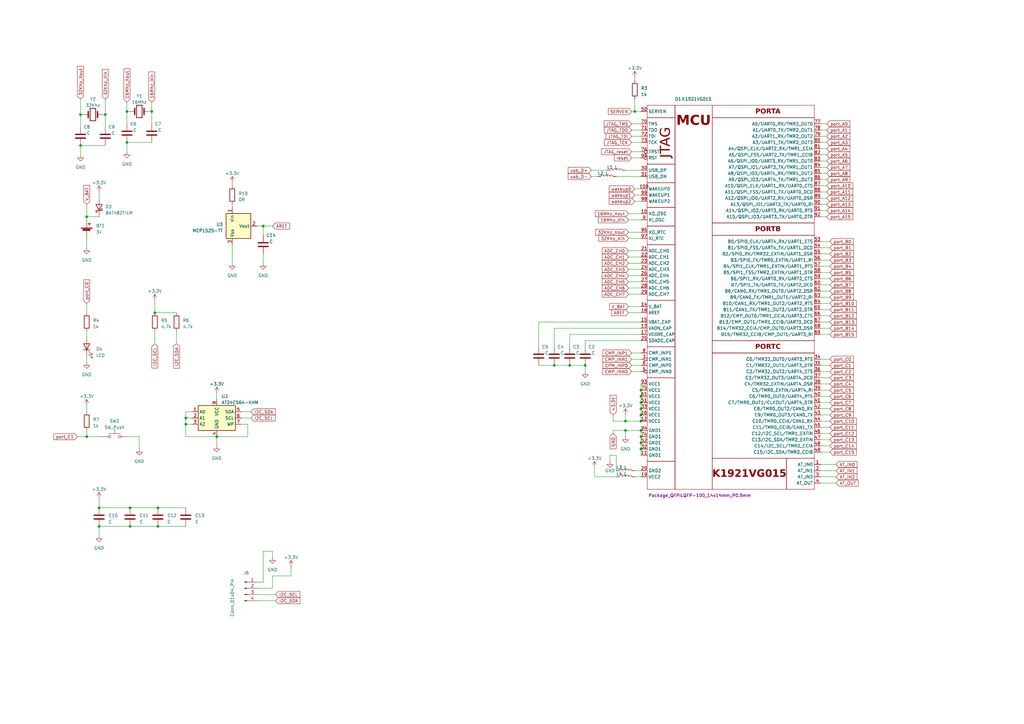
<source format=kicad_sch>
(kicad_sch (version 20230121) (generator eeschema)

  (uuid bd9163fa-0685-4e85-be44-ccbba79df2f3)

  (paper "A3")

  (lib_symbols
    (symbol "Connector:Conn_01x04_Pin" (pin_names (offset 1.016) hide) (in_bom yes) (on_board yes)
      (property "Reference" "J" (at 0 5.08 0)
        (effects (font (size 1.27 1.27)))
      )
      (property "Value" "Conn_01x04_Pin" (at 0 -7.62 0)
        (effects (font (size 1.27 1.27)))
      )
      (property "Footprint" "" (at 0 0 0)
        (effects (font (size 1.27 1.27)) hide)
      )
      (property "Datasheet" "~" (at 0 0 0)
        (effects (font (size 1.27 1.27)) hide)
      )
      (property "ki_locked" "" (at 0 0 0)
        (effects (font (size 1.27 1.27)))
      )
      (property "ki_keywords" "connector" (at 0 0 0)
        (effects (font (size 1.27 1.27)) hide)
      )
      (property "ki_description" "Generic connector, single row, 01x04, script generated" (at 0 0 0)
        (effects (font (size 1.27 1.27)) hide)
      )
      (property "ki_fp_filters" "Connector*:*_1x??_*" (at 0 0 0)
        (effects (font (size 1.27 1.27)) hide)
      )
      (symbol "Conn_01x04_Pin_1_1"
        (polyline
          (pts
            (xy 1.27 -5.08)
            (xy 0.8636 -5.08)
          )
          (stroke (width 0.1524) (type default))
          (fill (type none))
        )
        (polyline
          (pts
            (xy 1.27 -2.54)
            (xy 0.8636 -2.54)
          )
          (stroke (width 0.1524) (type default))
          (fill (type none))
        )
        (polyline
          (pts
            (xy 1.27 0)
            (xy 0.8636 0)
          )
          (stroke (width 0.1524) (type default))
          (fill (type none))
        )
        (polyline
          (pts
            (xy 1.27 2.54)
            (xy 0.8636 2.54)
          )
          (stroke (width 0.1524) (type default))
          (fill (type none))
        )
        (rectangle (start 0.8636 -4.953) (end 0 -5.207)
          (stroke (width 0.1524) (type default))
          (fill (type outline))
        )
        (rectangle (start 0.8636 -2.413) (end 0 -2.667)
          (stroke (width 0.1524) (type default))
          (fill (type outline))
        )
        (rectangle (start 0.8636 0.127) (end 0 -0.127)
          (stroke (width 0.1524) (type default))
          (fill (type outline))
        )
        (rectangle (start 0.8636 2.667) (end 0 2.413)
          (stroke (width 0.1524) (type default))
          (fill (type outline))
        )
        (pin passive line (at 5.08 2.54 180) (length 3.81)
          (name "Pin_1" (effects (font (size 1.27 1.27))))
          (number "1" (effects (font (size 1.27 1.27))))
        )
        (pin passive line (at 5.08 0 180) (length 3.81)
          (name "Pin_2" (effects (font (size 1.27 1.27))))
          (number "2" (effects (font (size 1.27 1.27))))
        )
        (pin passive line (at 5.08 -2.54 180) (length 3.81)
          (name "Pin_3" (effects (font (size 1.27 1.27))))
          (number "3" (effects (font (size 1.27 1.27))))
        )
        (pin passive line (at 5.08 -5.08 180) (length 3.81)
          (name "Pin_4" (effects (font (size 1.27 1.27))))
          (number "4" (effects (font (size 1.27 1.27))))
        )
      )
    )
    (symbol "Device:Battery_Cell" (pin_numbers hide) (pin_names (offset 0) hide) (in_bom yes) (on_board yes)
      (property "Reference" "BT" (at 2.54 2.54 0)
        (effects (font (size 1.27 1.27)) (justify left))
      )
      (property "Value" "Battery_Cell" (at 2.54 0 0)
        (effects (font (size 1.27 1.27)) (justify left))
      )
      (property "Footprint" "" (at 0 1.524 90)
        (effects (font (size 1.27 1.27)) hide)
      )
      (property "Datasheet" "~" (at 0 1.524 90)
        (effects (font (size 1.27 1.27)) hide)
      )
      (property "ki_keywords" "battery cell" (at 0 0 0)
        (effects (font (size 1.27 1.27)) hide)
      )
      (property "ki_description" "Single-cell battery" (at 0 0 0)
        (effects (font (size 1.27 1.27)) hide)
      )
      (symbol "Battery_Cell_0_1"
        (rectangle (start -2.286 1.778) (end 2.286 1.524)
          (stroke (width 0) (type default))
          (fill (type outline))
        )
        (rectangle (start -1.5748 1.1938) (end 1.4732 0.6858)
          (stroke (width 0) (type default))
          (fill (type outline))
        )
        (polyline
          (pts
            (xy 0 0.762)
            (xy 0 0)
          )
          (stroke (width 0) (type default))
          (fill (type none))
        )
        (polyline
          (pts
            (xy 0 1.778)
            (xy 0 2.54)
          )
          (stroke (width 0) (type default))
          (fill (type none))
        )
        (polyline
          (pts
            (xy 0.508 3.429)
            (xy 1.524 3.429)
          )
          (stroke (width 0.254) (type default))
          (fill (type none))
        )
        (polyline
          (pts
            (xy 1.016 3.937)
            (xy 1.016 2.921)
          )
          (stroke (width 0.254) (type default))
          (fill (type none))
        )
      )
      (symbol "Battery_Cell_1_1"
        (pin passive line (at 0 5.08 270) (length 2.54)
          (name "+" (effects (font (size 1.27 1.27))))
          (number "1" (effects (font (size 1.27 1.27))))
        )
        (pin passive line (at 0 -2.54 90) (length 2.54)
          (name "-" (effects (font (size 1.27 1.27))))
          (number "2" (effects (font (size 1.27 1.27))))
        )
      )
    )
    (symbol "Device:C" (pin_numbers hide) (pin_names (offset 0.254)) (in_bom yes) (on_board yes)
      (property "Reference" "C" (at 0.635 2.54 0)
        (effects (font (size 1.27 1.27)) (justify left))
      )
      (property "Value" "C" (at 0.635 -2.54 0)
        (effects (font (size 1.27 1.27)) (justify left))
      )
      (property "Footprint" "" (at 0.9652 -3.81 0)
        (effects (font (size 1.27 1.27)) hide)
      )
      (property "Datasheet" "~" (at 0 0 0)
        (effects (font (size 1.27 1.27)) hide)
      )
      (property "ki_keywords" "cap capacitor" (at 0 0 0)
        (effects (font (size 1.27 1.27)) hide)
      )
      (property "ki_description" "Unpolarized capacitor" (at 0 0 0)
        (effects (font (size 1.27 1.27)) hide)
      )
      (property "ki_fp_filters" "C_*" (at 0 0 0)
        (effects (font (size 1.27 1.27)) hide)
      )
      (symbol "C_0_1"
        (polyline
          (pts
            (xy -2.032 -0.762)
            (xy 2.032 -0.762)
          )
          (stroke (width 0.508) (type default))
          (fill (type none))
        )
        (polyline
          (pts
            (xy -2.032 0.762)
            (xy 2.032 0.762)
          )
          (stroke (width 0.508) (type default))
          (fill (type none))
        )
      )
      (symbol "C_1_1"
        (pin passive line (at 0 3.81 270) (length 2.794)
          (name "~" (effects (font (size 1.27 1.27))))
          (number "1" (effects (font (size 1.27 1.27))))
        )
        (pin passive line (at 0 -3.81 90) (length 2.794)
          (name "~" (effects (font (size 1.27 1.27))))
          (number "2" (effects (font (size 1.27 1.27))))
        )
      )
    )
    (symbol "Device:Crystal" (pin_numbers hide) (pin_names (offset 1.016) hide) (in_bom yes) (on_board yes)
      (property "Reference" "Y" (at 0 3.81 0)
        (effects (font (size 1.27 1.27)))
      )
      (property "Value" "Crystal" (at 0 -3.81 0)
        (effects (font (size 1.27 1.27)))
      )
      (property "Footprint" "" (at 0 0 0)
        (effects (font (size 1.27 1.27)) hide)
      )
      (property "Datasheet" "~" (at 0 0 0)
        (effects (font (size 1.27 1.27)) hide)
      )
      (property "ki_keywords" "quartz ceramic resonator oscillator" (at 0 0 0)
        (effects (font (size 1.27 1.27)) hide)
      )
      (property "ki_description" "Two pin crystal" (at 0 0 0)
        (effects (font (size 1.27 1.27)) hide)
      )
      (property "ki_fp_filters" "Crystal*" (at 0 0 0)
        (effects (font (size 1.27 1.27)) hide)
      )
      (symbol "Crystal_0_1"
        (rectangle (start -1.143 2.54) (end 1.143 -2.54)
          (stroke (width 0.3048) (type default))
          (fill (type none))
        )
        (polyline
          (pts
            (xy -2.54 0)
            (xy -1.905 0)
          )
          (stroke (width 0) (type default))
          (fill (type none))
        )
        (polyline
          (pts
            (xy -1.905 -1.27)
            (xy -1.905 1.27)
          )
          (stroke (width 0.508) (type default))
          (fill (type none))
        )
        (polyline
          (pts
            (xy 1.905 -1.27)
            (xy 1.905 1.27)
          )
          (stroke (width 0.508) (type default))
          (fill (type none))
        )
        (polyline
          (pts
            (xy 2.54 0)
            (xy 1.905 0)
          )
          (stroke (width 0) (type default))
          (fill (type none))
        )
      )
      (symbol "Crystal_1_1"
        (pin passive line (at -3.81 0 0) (length 1.27)
          (name "1" (effects (font (size 1.27 1.27))))
          (number "1" (effects (font (size 1.27 1.27))))
        )
        (pin passive line (at 3.81 0 180) (length 1.27)
          (name "2" (effects (font (size 1.27 1.27))))
          (number "2" (effects (font (size 1.27 1.27))))
        )
      )
    )
    (symbol "Device:L" (pin_numbers hide) (pin_names (offset 1.016) hide) (in_bom yes) (on_board yes)
      (property "Reference" "L" (at -1.27 0 90)
        (effects (font (size 1.27 1.27)))
      )
      (property "Value" "L" (at 1.905 0 90)
        (effects (font (size 1.27 1.27)))
      )
      (property "Footprint" "" (at 0 0 0)
        (effects (font (size 1.27 1.27)) hide)
      )
      (property "Datasheet" "~" (at 0 0 0)
        (effects (font (size 1.27 1.27)) hide)
      )
      (property "ki_keywords" "inductor choke coil reactor magnetic" (at 0 0 0)
        (effects (font (size 1.27 1.27)) hide)
      )
      (property "ki_description" "Inductor" (at 0 0 0)
        (effects (font (size 1.27 1.27)) hide)
      )
      (property "ki_fp_filters" "Choke_* *Coil* Inductor_* L_*" (at 0 0 0)
        (effects (font (size 1.27 1.27)) hide)
      )
      (symbol "L_0_1"
        (arc (start 0 -2.54) (mid 0.6323 -1.905) (end 0 -1.27)
          (stroke (width 0) (type default))
          (fill (type none))
        )
        (arc (start 0 -1.27) (mid 0.6323 -0.635) (end 0 0)
          (stroke (width 0) (type default))
          (fill (type none))
        )
        (arc (start 0 0) (mid 0.6323 0.635) (end 0 1.27)
          (stroke (width 0) (type default))
          (fill (type none))
        )
        (arc (start 0 1.27) (mid 0.6323 1.905) (end 0 2.54)
          (stroke (width 0) (type default))
          (fill (type none))
        )
      )
      (symbol "L_1_1"
        (pin passive line (at 0 3.81 270) (length 1.27)
          (name "1" (effects (font (size 1.27 1.27))))
          (number "1" (effects (font (size 1.27 1.27))))
        )
        (pin passive line (at 0 -3.81 90) (length 1.27)
          (name "2" (effects (font (size 1.27 1.27))))
          (number "2" (effects (font (size 1.27 1.27))))
        )
      )
    )
    (symbol "Device:LED" (pin_numbers hide) (pin_names (offset 1.016) hide) (in_bom yes) (on_board yes)
      (property "Reference" "D" (at 0 2.54 0)
        (effects (font (size 1.27 1.27)))
      )
      (property "Value" "LED" (at 0 -2.54 0)
        (effects (font (size 1.27 1.27)))
      )
      (property "Footprint" "" (at 0 0 0)
        (effects (font (size 1.27 1.27)) hide)
      )
      (property "Datasheet" "~" (at 0 0 0)
        (effects (font (size 1.27 1.27)) hide)
      )
      (property "ki_keywords" "LED diode" (at 0 0 0)
        (effects (font (size 1.27 1.27)) hide)
      )
      (property "ki_description" "Light emitting diode" (at 0 0 0)
        (effects (font (size 1.27 1.27)) hide)
      )
      (property "ki_fp_filters" "LED* LED_SMD:* LED_THT:*" (at 0 0 0)
        (effects (font (size 1.27 1.27)) hide)
      )
      (symbol "LED_0_1"
        (polyline
          (pts
            (xy -1.27 -1.27)
            (xy -1.27 1.27)
          )
          (stroke (width 0.254) (type default))
          (fill (type none))
        )
        (polyline
          (pts
            (xy -1.27 0)
            (xy 1.27 0)
          )
          (stroke (width 0) (type default))
          (fill (type none))
        )
        (polyline
          (pts
            (xy 1.27 -1.27)
            (xy 1.27 1.27)
            (xy -1.27 0)
            (xy 1.27 -1.27)
          )
          (stroke (width 0.254) (type default))
          (fill (type none))
        )
        (polyline
          (pts
            (xy -3.048 -0.762)
            (xy -4.572 -2.286)
            (xy -3.81 -2.286)
            (xy -4.572 -2.286)
            (xy -4.572 -1.524)
          )
          (stroke (width 0) (type default))
          (fill (type none))
        )
        (polyline
          (pts
            (xy -1.778 -0.762)
            (xy -3.302 -2.286)
            (xy -2.54 -2.286)
            (xy -3.302 -2.286)
            (xy -3.302 -1.524)
          )
          (stroke (width 0) (type default))
          (fill (type none))
        )
      )
      (symbol "LED_1_1"
        (pin passive line (at -3.81 0 0) (length 2.54)
          (name "K" (effects (font (size 1.27 1.27))))
          (number "1" (effects (font (size 1.27 1.27))))
        )
        (pin passive line (at 3.81 0 180) (length 2.54)
          (name "A" (effects (font (size 1.27 1.27))))
          (number "2" (effects (font (size 1.27 1.27))))
        )
      )
    )
    (symbol "Device:R" (pin_numbers hide) (pin_names (offset 0)) (in_bom yes) (on_board yes)
      (property "Reference" "R" (at 2.032 0 90)
        (effects (font (size 1.27 1.27)))
      )
      (property "Value" "R" (at 0 0 90)
        (effects (font (size 1.27 1.27)))
      )
      (property "Footprint" "" (at -1.778 0 90)
        (effects (font (size 1.27 1.27)) hide)
      )
      (property "Datasheet" "~" (at 0 0 0)
        (effects (font (size 1.27 1.27)) hide)
      )
      (property "ki_keywords" "R res resistor" (at 0 0 0)
        (effects (font (size 1.27 1.27)) hide)
      )
      (property "ki_description" "Resistor" (at 0 0 0)
        (effects (font (size 1.27 1.27)) hide)
      )
      (property "ki_fp_filters" "R_*" (at 0 0 0)
        (effects (font (size 1.27 1.27)) hide)
      )
      (symbol "R_0_1"
        (rectangle (start -1.016 -2.54) (end 1.016 2.54)
          (stroke (width 0.254) (type default))
          (fill (type none))
        )
      )
      (symbol "R_1_1"
        (pin passive line (at 0 3.81 270) (length 1.27)
          (name "~" (effects (font (size 1.27 1.27))))
          (number "1" (effects (font (size 1.27 1.27))))
        )
        (pin passive line (at 0 -3.81 90) (length 1.27)
          (name "~" (effects (font (size 1.27 1.27))))
          (number "2" (effects (font (size 1.27 1.27))))
        )
      )
    )
    (symbol "Diode:BAT48ZFILM" (pin_numbers hide) (pin_names (offset 1.016) hide) (in_bom yes) (on_board yes)
      (property "Reference" "D" (at 0 2.54 0)
        (effects (font (size 1.27 1.27)))
      )
      (property "Value" "BAT48ZFILM" (at 0 -2.54 0)
        (effects (font (size 1.27 1.27)))
      )
      (property "Footprint" "Diode_SMD:D_SOD-123" (at 0 -4.445 0)
        (effects (font (size 1.27 1.27)) hide)
      )
      (property "Datasheet" "www.st.com/resource/en/datasheet/bat48.pdf" (at 0 0 0)
        (effects (font (size 1.27 1.27)) hide)
      )
      (property "ki_keywords" "diode Schottky" (at 0 0 0)
        (effects (font (size 1.27 1.27)) hide)
      )
      (property "ki_description" "40V 0.35A Small Signal Schottky Diode, SOD-123" (at 0 0 0)
        (effects (font (size 1.27 1.27)) hide)
      )
      (property "ki_fp_filters" "D*SOD?123*" (at 0 0 0)
        (effects (font (size 1.27 1.27)) hide)
      )
      (symbol "BAT48ZFILM_0_1"
        (polyline
          (pts
            (xy 1.27 0)
            (xy -1.27 0)
          )
          (stroke (width 0) (type default))
          (fill (type none))
        )
        (polyline
          (pts
            (xy 1.27 1.27)
            (xy 1.27 -1.27)
            (xy -1.27 0)
            (xy 1.27 1.27)
          )
          (stroke (width 0.254) (type default))
          (fill (type none))
        )
        (polyline
          (pts
            (xy -1.905 0.635)
            (xy -1.905 1.27)
            (xy -1.27 1.27)
            (xy -1.27 -1.27)
            (xy -0.635 -1.27)
            (xy -0.635 -0.635)
          )
          (stroke (width 0.254) (type default))
          (fill (type none))
        )
      )
      (symbol "BAT48ZFILM_1_1"
        (pin passive line (at -3.81 0 0) (length 2.54)
          (name "K" (effects (font (size 1.27 1.27))))
          (number "1" (effects (font (size 1.27 1.27))))
        )
        (pin passive line (at 3.81 0 180) (length 2.54)
          (name "A" (effects (font (size 1.27 1.27))))
          (number "2" (effects (font (size 1.27 1.27))))
        )
      )
    )
    (symbol "Memory_EEPROM:AT24CS64-XHM" (in_bom yes) (on_board yes)
      (property "Reference" "U" (at -7.62 6.35 0)
        (effects (font (size 1.27 1.27)))
      )
      (property "Value" "AT24CS64-XHM" (at 2.54 -6.35 0)
        (effects (font (size 1.27 1.27)) (justify left))
      )
      (property "Footprint" "Package_SO:TSSOP-8_4.4x3mm_P0.65mm" (at 0 0 0)
        (effects (font (size 1.27 1.27)) hide)
      )
      (property "Datasheet" "http://ww1.microchip.com/downloads/en/DeviceDoc/Atmel-8870-SEEPROM-AT24CS64-Datasheet.pdf" (at 0 0 0)
        (effects (font (size 1.27 1.27)) hide)
      )
      (property "ki_keywords" "I2C Serial EEPROM Nonvolatile Memory" (at 0 0 0)
        (effects (font (size 1.27 1.27)) hide)
      )
      (property "ki_description" "I2C Serial EEPROM, 64Kb (8192x8) with Unique Serial Number, TSSOP8" (at 0 0 0)
        (effects (font (size 1.27 1.27)) hide)
      )
      (property "ki_fp_filters" "TSSOP*4.4x3mm*P0.65mm*" (at 0 0 0)
        (effects (font (size 1.27 1.27)) hide)
      )
      (symbol "AT24CS64-XHM_1_1"
        (rectangle (start -7.62 5.08) (end 7.62 -5.08)
          (stroke (width 0.254) (type default))
          (fill (type background))
        )
        (pin input line (at -10.16 2.54 0) (length 2.54)
          (name "A0" (effects (font (size 1.27 1.27))))
          (number "1" (effects (font (size 1.27 1.27))))
        )
        (pin input line (at -10.16 0 0) (length 2.54)
          (name "A1" (effects (font (size 1.27 1.27))))
          (number "2" (effects (font (size 1.27 1.27))))
        )
        (pin input line (at -10.16 -2.54 0) (length 2.54)
          (name "A2" (effects (font (size 1.27 1.27))))
          (number "3" (effects (font (size 1.27 1.27))))
        )
        (pin power_in line (at 0 -7.62 90) (length 2.54)
          (name "GND" (effects (font (size 1.27 1.27))))
          (number "4" (effects (font (size 1.27 1.27))))
        )
        (pin bidirectional line (at 10.16 2.54 180) (length 2.54)
          (name "SDA" (effects (font (size 1.27 1.27))))
          (number "5" (effects (font (size 1.27 1.27))))
        )
        (pin input line (at 10.16 0 180) (length 2.54)
          (name "SCL" (effects (font (size 1.27 1.27))))
          (number "6" (effects (font (size 1.27 1.27))))
        )
        (pin input line (at 10.16 -2.54 180) (length 2.54)
          (name "WP" (effects (font (size 1.27 1.27))))
          (number "7" (effects (font (size 1.27 1.27))))
        )
        (pin power_in line (at 0 7.62 270) (length 2.54)
          (name "VCC" (effects (font (size 1.27 1.27))))
          (number "8" (effects (font (size 1.27 1.27))))
        )
      )
    )
    (symbol "New_my_lib:K1921VG015" (in_bom yes) (on_board yes)
      (property "Reference" "D" (at 3.81 158.75 0)
        (effects (font (size 1.27 1.27)))
      )
      (property "Value" "K1921VG015" (at 11.43 158.75 0)
        (effects (font (size 1.27 1.27)))
      )
      (property "Footprint" "Package_QFP:LQFP-100_14x14mm_P0.5mm" (at 20.32 -2.54 0)
        (effects (font (size 1.27 1.27)))
      )
      (property "Datasheet" "" (at 22.86 160.02 0)
        (effects (font (size 1.27 1.27)) hide)
      )
      (symbol "K1921VG015_0_1"
        (rectangle (start 0 11.43) (end 11.43 0)
          (stroke (width 0) (type default))
          (fill (type none))
        )
        (rectangle (start 0 45.72) (end 11.43 11.43)
          (stroke (width 0) (type default))
          (fill (type none))
        )
        (rectangle (start 0 45.72) (end 11.43 58.42)
          (stroke (width 0) (type default))
          (fill (type none))
        )
        (rectangle (start 0 58.42) (end 11.43 77.47)
          (stroke (width 0) (type default))
          (fill (type none))
        )
        (rectangle (start 0 77.47) (end 11.43 100.33)
          (stroke (width 0) (type default))
          (fill (type none))
        )
        (rectangle (start 0 100.33) (end 11.43 107.95)
          (stroke (width 0) (type default))
          (fill (type none))
        )
        (rectangle (start 0 107.95) (end 11.43 115.57)
          (stroke (width 0) (type default))
          (fill (type none))
        )
        (rectangle (start 0 115.57) (end 11.43 125.73)
          (stroke (width 0) (type default))
          (fill (type none))
        )
        (rectangle (start 0 125.73) (end 11.43 133.35)
          (stroke (width 0) (type default))
          (fill (type none))
        )
        (rectangle (start 0 133.35) (end 11.43 152.4)
          (stroke (width 0) (type default))
          (fill (type none))
        )
        (rectangle (start 0 152.4) (end 11.43 157.48)
          (stroke (width 0) (type default))
          (fill (type none))
        )
        (rectangle (start 11.43 157.48) (end 26.67 0)
          (stroke (width 0) (type default))
          (fill (type none))
        )
        (rectangle (start 26.67 12.7) (end 57.15 0)
          (stroke (width 0) (type default))
          (fill (type none))
        )
        (rectangle (start 26.67 55.88) (end 68.58 12.7)
          (stroke (width 0) (type default))
          (fill (type none))
        )
        (rectangle (start 26.67 60.96) (end 68.58 55.88)
          (stroke (width 0) (type default))
          (fill (type none))
        )
        (rectangle (start 26.67 104.14) (end 68.58 60.96)
          (stroke (width 0) (type default))
          (fill (type none))
        )
        (rectangle (start 26.67 109.22) (end 68.58 104.14)
          (stroke (width 0) (type default))
          (fill (type none))
        )
        (rectangle (start 26.67 152.4) (end 68.58 109.22)
          (stroke (width 0) (type default))
          (fill (type none))
        )
        (rectangle (start 26.67 157.48) (end 68.58 152.4)
          (stroke (width 0) (type default))
          (fill (type none))
        )
        (rectangle (start 57.15 12.7) (end 68.58 0)
          (stroke (width 0) (type default))
          (fill (type none))
        )
        (text "JTAG" (at 7.62 142.24 900)
          (effects (font (face "GOST type B") (size 4 4)))
        )
        (text "K1921VG015" (at 41.91 6.35 0)
          (effects (font (face "GOST type B") (size 3 3) bold))
        )
        (text "MCU" (at 19.05 151.13 0)
          (effects (font (face "GOST type B") (size 4 4) bold))
        )
        (text "PORTA" (at 49.53 154.94 0)
          (effects (font (face "GOST type B") (size 2 2) bold))
        )
        (text "PORTB" (at 49.53 106.68 0)
          (effects (font (face "GOST type B") (size 2 2) bold))
        )
        (text "PORTC" (at 49.53 58.42 0)
          (effects (font (face "GOST type B") (size 2 2) bold))
        )
      )
      (symbol "K1921VG015_1_1"
        (pin input line (at 71.12 10.16 180) (length 2.54)
          (name "AT_IN0" (effects (font (size 1.27 1.27))))
          (number "1" (effects (font (size 1.27 1.27))))
        )
        (pin input line (at -2.54 113.03 0) (length 2.54)
          (name "XO_OSC" (effects (font (size 1.27 1.27))))
          (number "10" (effects (font (size 1.27 1.27))))
        )
        (pin input line (at -2.54 123.19 0) (length 2.54)
          (name "WAKEUP0" (effects (font (size 1.27 1.27))))
          (number "100" (effects (font (size 1.27 1.27))))
        )
        (pin input line (at -2.54 13.97 0) (length 2.54)
          (name "GND1" (effects (font (size 1.27 1.27))))
          (number "11" (effects (font (size 1.27 1.27))))
        )
        (pin input line (at -2.54 27.94 0) (length 2.54)
          (name "VCC1" (effects (font (size 1.27 1.27))))
          (number "12" (effects (font (size 1.27 1.27))))
        )
        (pin input line (at -2.54 66.04 0) (length 2.54)
          (name "VAON_CAP" (effects (font (size 1.27 1.27))))
          (number "13" (effects (font (size 1.27 1.27))))
        )
        (pin input line (at -2.54 74.93 0) (length 2.54)
          (name "V_BAT" (effects (font (size 1.27 1.27))))
          (number "14" (effects (font (size 1.27 1.27))))
        )
        (pin input line (at -2.54 68.58 0) (length 2.54)
          (name "VBAT_CAP" (effects (font (size 1.27 1.27))))
          (number "15" (effects (font (size 1.27 1.27))))
        )
        (pin input line (at -2.54 30.48 0) (length 2.54)
          (name "VCC1" (effects (font (size 1.27 1.27))))
          (number "16" (effects (font (size 1.27 1.27))))
        )
        (pin input line (at -2.54 63.5 0) (length 2.54)
          (name "VCORE_CAP" (effects (font (size 1.27 1.27))))
          (number "17" (effects (font (size 1.27 1.27))))
        )
        (pin input line (at -2.54 72.39 0) (length 2.54)
          (name "AREF" (effects (font (size 1.27 1.27))))
          (number "18" (effects (font (size 1.27 1.27))))
        )
        (pin input line (at -2.54 5.08 0) (length 2.54)
          (name "VCC2" (effects (font (size 1.27 1.27))))
          (number "19" (effects (font (size 1.27 1.27))))
        )
        (pin input line (at 71.12 7.62 180) (length 2.54)
          (name "AT_IN1" (effects (font (size 1.27 1.27))))
          (number "2" (effects (font (size 1.27 1.27))))
        )
        (pin input line (at -2.54 7.62 0) (length 2.54)
          (name "GND2" (effects (font (size 1.27 1.27))))
          (number "20" (effects (font (size 1.27 1.27))))
        )
        (pin input line (at -2.54 97.79 0) (length 2.54)
          (name "ADC_CH0" (effects (font (size 1.27 1.27))))
          (number "21" (effects (font (size 1.27 1.27))))
        )
        (pin input line (at -2.54 95.25 0) (length 2.54)
          (name "ADC_CH1" (effects (font (size 1.27 1.27))))
          (number "22" (effects (font (size 1.27 1.27))))
        )
        (pin input line (at -2.54 92.71 0) (length 2.54)
          (name "ADC_CH2" (effects (font (size 1.27 1.27))))
          (number "23" (effects (font (size 1.27 1.27))))
        )
        (pin input line (at -2.54 90.17 0) (length 2.54)
          (name "ADC_CH3" (effects (font (size 1.27 1.27))))
          (number "24" (effects (font (size 1.27 1.27))))
        )
        (pin input line (at -2.54 60.96 0) (length 2.54)
          (name "SDADC_CAP" (effects (font (size 1.27 1.27))))
          (number "25" (effects (font (size 1.27 1.27))))
        )
        (pin input line (at -2.54 87.63 0) (length 2.54)
          (name "ADC_CH4" (effects (font (size 1.27 1.27))))
          (number "26" (effects (font (size 1.27 1.27))))
        )
        (pin input line (at -2.54 85.09 0) (length 2.54)
          (name "ADC_CH5" (effects (font (size 1.27 1.27))))
          (number "27" (effects (font (size 1.27 1.27))))
        )
        (pin input line (at -2.54 82.55 0) (length 2.54)
          (name "ADC_CH6" (effects (font (size 1.27 1.27))))
          (number "28" (effects (font (size 1.27 1.27))))
        )
        (pin input line (at -2.54 80.01 0) (length 2.54)
          (name "ADC_CH7" (effects (font (size 1.27 1.27))))
          (number "29" (effects (font (size 1.27 1.27))))
        )
        (pin input line (at 71.12 5.08 180) (length 2.54)
          (name "AT_IN3" (effects (font (size 1.27 1.27))))
          (number "3" (effects (font (size 1.27 1.27))))
        )
        (pin input line (at -2.54 130.81 0) (length 2.54)
          (name "USB_DP" (effects (font (size 1.27 1.27))))
          (number "30" (effects (font (size 1.27 1.27))))
        )
        (pin input line (at -2.54 128.27 0) (length 2.54)
          (name "USB_DN" (effects (font (size 1.27 1.27))))
          (number "31" (effects (font (size 1.27 1.27))))
        )
        (pin input line (at -2.54 16.51 0) (length 2.54)
          (name "GND1" (effects (font (size 1.27 1.27))))
          (number "32" (effects (font (size 1.27 1.27))))
        )
        (pin input line (at -2.54 33.02 0) (length 2.54)
          (name "VCC1" (effects (font (size 1.27 1.27))))
          (number "33" (effects (font (size 1.27 1.27))))
        )
        (pin input line (at 71.12 53.34 180) (length 2.54)
          (name "С0/TMR32_OUT0/UART3_RTS" (effects (font (size 1.27 1.27))))
          (number "34" (effects (font (size 1.27 1.27))))
        )
        (pin input line (at 71.12 50.8 180) (length 2.54)
          (name "С1/TMR32_OUT1/UART3_DTR" (effects (font (size 1.27 1.27))))
          (number "35" (effects (font (size 1.27 1.27))))
        )
        (pin input line (at 71.12 48.26 180) (length 2.54)
          (name "С2/TMR32_OUT2/UART4_CTS" (effects (font (size 1.27 1.27))))
          (number "36" (effects (font (size 1.27 1.27))))
        )
        (pin input line (at 71.12 45.72 180) (length 2.54)
          (name "С3/TMR32_OUT3/UART4_DCD" (effects (font (size 1.27 1.27))))
          (number "37" (effects (font (size 1.27 1.27))))
        )
        (pin input line (at 71.12 43.18 180) (length 2.54)
          (name "С4/TMR32_EXTIN/UART4_DSR" (effects (font (size 1.27 1.27))))
          (number "38" (effects (font (size 1.27 1.27))))
        )
        (pin input line (at 71.12 40.64 180) (length 2.54)
          (name "С5/TMR0_EXTIN/UART4_RI" (effects (font (size 1.27 1.27))))
          (number "39" (effects (font (size 1.27 1.27))))
        )
        (pin input line (at 71.12 2.54 180) (length 2.54)
          (name "AT_OUT" (effects (font (size 1.27 1.27))))
          (number "4" (effects (font (size 1.27 1.27))))
        )
        (pin input line (at 71.12 38.1 180) (length 2.54)
          (name "С6/TMR0_OUT0/UART4_RTS" (effects (font (size 1.27 1.27))))
          (number "40" (effects (font (size 1.27 1.27))))
        )
        (pin input line (at 71.12 35.56 180) (length 2.54)
          (name "С7/TMR0_OUT1/CLKOUT/UART4_DTR" (effects (font (size 1.27 1.27))))
          (number "41" (effects (font (size 1.27 1.27))))
        )
        (pin input line (at 71.12 33.02 180) (length 2.54)
          (name "С8/TMR0_OUT2/CAN0_RX" (effects (font (size 1.27 1.27))))
          (number "42" (effects (font (size 1.27 1.27))))
        )
        (pin input line (at 71.12 30.48 180) (length 2.54)
          (name "С9/TMR0_OUT3/CAN0_TX" (effects (font (size 1.27 1.27))))
          (number "43" (effects (font (size 1.27 1.27))))
        )
        (pin input line (at 71.12 27.94 180) (length 2.54)
          (name "С10/TMR0_CCIA/CAN1_RX" (effects (font (size 1.27 1.27))))
          (number "44" (effects (font (size 1.27 1.27))))
        )
        (pin input line (at 71.12 25.4 180) (length 2.54)
          (name "С11/TMR0_CCIB/CAN1_TX" (effects (font (size 1.27 1.27))))
          (number "45" (effects (font (size 1.27 1.27))))
        )
        (pin input line (at 71.12 22.86 180) (length 2.54)
          (name "С12/I2C_SCL/TMR1_EXTIN" (effects (font (size 1.27 1.27))))
          (number "46" (effects (font (size 1.27 1.27))))
        )
        (pin input line (at 71.12 20.32 180) (length 2.54)
          (name "С13/I2C_SDA/TMR2_EXTIN" (effects (font (size 1.27 1.27))))
          (number "47" (effects (font (size 1.27 1.27))))
        )
        (pin input line (at 71.12 17.78 180) (length 2.54)
          (name "С14/I2C_SCL/TMR2_CCIA" (effects (font (size 1.27 1.27))))
          (number "48" (effects (font (size 1.27 1.27))))
        )
        (pin input line (at 71.12 15.24 180) (length 2.54)
          (name "С15/I2C_SDA/TMR2_CCIB" (effects (font (size 1.27 1.27))))
          (number "49" (effects (font (size 1.27 1.27))))
        )
        (pin input inverted (at -2.54 48.26 0) (length 2.54)
          (name "CMP_INN0" (effects (font (size 1.27 1.27))))
          (number "5" (effects (font (size 1.27 1.27))))
        )
        (pin input line (at -2.54 154.94 0) (length 2.54)
          (name "SERVEN" (effects (font (size 1.27 1.27))))
          (number "50" (effects (font (size 1.27 1.27))))
        )
        (pin input line (at -2.54 35.56 0) (length 2.54)
          (name "VCC1" (effects (font (size 1.27 1.27))))
          (number "51" (effects (font (size 1.27 1.27))))
        )
        (pin input line (at -2.54 19.05 0) (length 2.54)
          (name "GND1" (effects (font (size 1.27 1.27))))
          (number "52" (effects (font (size 1.27 1.27))))
        )
        (pin input line (at 71.12 101.6 180) (length 2.54)
          (name "B0/SPI0_CLK/UART4_RX/UART1_CTS" (effects (font (size 1.27 1.27))))
          (number "53" (effects (font (size 1.27 1.27))))
        )
        (pin input line (at 71.12 99.06 180) (length 2.54)
          (name "B1/SPI0_FSS/UART4_TX/UART1_DCD" (effects (font (size 1.27 1.27))))
          (number "54" (effects (font (size 1.27 1.27))))
        )
        (pin input line (at 71.12 96.52 180) (length 2.54)
          (name "B2/SPI0_RX/TMR32_EXTIN/UART1_DSR" (effects (font (size 1.27 1.27))))
          (number "55" (effects (font (size 1.27 1.27))))
        )
        (pin input line (at 71.12 93.98 180) (length 2.54)
          (name "B3/SPI0_TX/TMR0_EXTIN/UART1_RI" (effects (font (size 1.27 1.27))))
          (number "56" (effects (font (size 1.27 1.27))))
        )
        (pin input line (at 71.12 91.44 180) (length 2.54)
          (name "B4/SPI1_CLK/TMR1_EXTIN/UART1_RTS" (effects (font (size 1.27 1.27))))
          (number "57" (effects (font (size 1.27 1.27))))
        )
        (pin input line (at 71.12 88.9 180) (length 2.54)
          (name "B5/SPI1_FSS/TMR2_EXTIN/UART1_DTR" (effects (font (size 1.27 1.27))))
          (number "58" (effects (font (size 1.27 1.27))))
        )
        (pin input line (at 71.12 86.36 180) (length 2.54)
          (name "B6/SPI1_RX/UART0_RX/UART2_CTS" (effects (font (size 1.27 1.27))))
          (number "59" (effects (font (size 1.27 1.27))))
        )
        (pin input line (at -2.54 50.8 0) (length 2.54)
          (name "CMP_INP0" (effects (font (size 1.27 1.27))))
          (number "6" (effects (font (size 1.27 1.27))))
        )
        (pin input line (at 71.12 83.82 180) (length 2.54)
          (name "B7/SPI1_TX/UART0_TX/UART2_DCD" (effects (font (size 1.27 1.27))))
          (number "60" (effects (font (size 1.27 1.27))))
        )
        (pin input line (at -2.54 38.1 0) (length 2.54)
          (name "VCC1" (effects (font (size 1.27 1.27))))
          (number "61" (effects (font (size 1.27 1.27))))
        )
        (pin input line (at 71.12 81.28 180) (length 2.54)
          (name "B8/CAN0_RX/TMR1_OUT0/UART2_DSR" (effects (font (size 1.27 1.27))))
          (number "62" (effects (font (size 1.27 1.27))))
        )
        (pin input line (at 71.12 78.74 180) (length 2.54)
          (name "B9/CAN0_TX/TMR1_OUT1/UART2_RI" (effects (font (size 1.27 1.27))))
          (number "63" (effects (font (size 1.27 1.27))))
        )
        (pin input line (at 71.12 76.2 180) (length 2.54)
          (name "B10/CAN1_RX/TMR1_OUT2/UART2_RTS" (effects (font (size 1.27 1.27))))
          (number "64" (effects (font (size 1.27 1.27))))
        )
        (pin input line (at 71.12 73.66 180) (length 2.54)
          (name "B11/CAN1_TX/TMR1_OUT3/UART2_DTR" (effects (font (size 1.27 1.27))))
          (number "65" (effects (font (size 1.27 1.27))))
        )
        (pin input line (at 71.12 71.12 180) (length 2.54)
          (name "B12/CMP_OUT0/TMR1_CCIA/UART3_CTS" (effects (font (size 1.27 1.27))))
          (number "66" (effects (font (size 1.27 1.27))))
        )
        (pin input line (at 71.12 68.58 180) (length 2.54)
          (name "B13/CMP_OUT1/TMR1_CCIB/UART3_DCD" (effects (font (size 1.27 1.27))))
          (number "67" (effects (font (size 1.27 1.27))))
        )
        (pin input line (at 71.12 66.04 180) (length 2.54)
          (name "B14/TMR32_CCIA/CMP_OUT0/UART3_DSR" (effects (font (size 1.27 1.27))))
          (number "68" (effects (font (size 1.27 1.27))))
        )
        (pin input line (at 71.12 63.5 180) (length 2.54)
          (name "B15/TMR32_CCIB/CMP_OUT1/UART3_RI" (effects (font (size 1.27 1.27))))
          (number "69" (effects (font (size 1.27 1.27))))
        )
        (pin input inverted (at -2.54 53.34 0) (length 2.54)
          (name "CMP_INN1" (effects (font (size 1.27 1.27))))
          (number "7" (effects (font (size 1.27 1.27))))
        )
        (pin input line (at -2.54 149.86 0) (length 2.54)
          (name "TMS" (effects (font (size 1.27 1.27))))
          (number "70" (effects (font (size 1.27 1.27))))
        )
        (pin input line (at -2.54 147.32 0) (length 2.54)
          (name "TDO" (effects (font (size 1.27 1.27))))
          (number "71" (effects (font (size 1.27 1.27))))
        )
        (pin input line (at -2.54 144.78 0) (length 2.54)
          (name "TDI" (effects (font (size 1.27 1.27))))
          (number "72" (effects (font (size 1.27 1.27))))
        )
        (pin input line (at -2.54 142.24 0) (length 2.54)
          (name "TCK" (effects (font (size 1.27 1.27))))
          (number "73" (effects (font (size 1.27 1.27))))
        )
        (pin input line (at -2.54 21.59 0) (length 2.54)
          (name "GND1" (effects (font (size 1.27 1.27))))
          (number "74" (effects (font (size 1.27 1.27))))
        )
        (pin input line (at -2.54 40.64 0) (length 2.54)
          (name "VCC1" (effects (font (size 1.27 1.27))))
          (number "75" (effects (font (size 1.27 1.27))))
        )
        (pin input inverted (at -2.54 138.43 0) (length 2.54)
          (name "TRST" (effects (font (size 1.27 1.27))))
          (number "76" (effects (font (size 1.27 1.27))))
        )
        (pin input line (at 71.12 149.86 180) (length 2.54)
          (name "A0/UART0_RX/TMR2_OUT0" (effects (font (size 1.27 1.27))))
          (number "77" (effects (font (size 1.27 1.27))))
        )
        (pin input line (at 71.12 147.32 180) (length 2.54)
          (name "A1/UART0_TX/TMR2_OUT1" (effects (font (size 1.27 1.27))))
          (number "78" (effects (font (size 1.27 1.27))))
        )
        (pin input line (at 71.12 144.78 180) (length 2.54)
          (name "A2/UART1_RX/TMR2_OUT2" (effects (font (size 1.27 1.27))))
          (number "79" (effects (font (size 1.27 1.27))))
        )
        (pin input line (at -2.54 55.88 0) (length 2.54)
          (name "CMP_INP1" (effects (font (size 1.27 1.27))))
          (number "8" (effects (font (size 1.27 1.27))))
        )
        (pin input line (at 71.12 142.24 180) (length 2.54)
          (name "A3/UART1_TX/TMR2_OUT3" (effects (font (size 1.27 1.27))))
          (number "80" (effects (font (size 1.27 1.27))))
        )
        (pin input line (at 71.12 139.7 180) (length 2.54)
          (name "A4/QSPI_CLK/UART2_RX/TMR1_CCIA" (effects (font (size 1.27 1.27))))
          (number "81" (effects (font (size 1.27 1.27))))
        )
        (pin input line (at 71.12 137.16 180) (length 2.54)
          (name "A5/QSPI_FSS/UART2_TX/TMR1_CCIB" (effects (font (size 1.27 1.27))))
          (number "82" (effects (font (size 1.27 1.27))))
        )
        (pin input line (at 71.12 134.62 180) (length 2.54)
          (name "A6/QSPI_IO0/UART3_RX/TMR1_OUT0" (effects (font (size 1.27 1.27))))
          (number "83" (effects (font (size 1.27 1.27))))
        )
        (pin input line (at 71.12 132.08 180) (length 2.54)
          (name "A7/QSPI_IO1/UART3_TX/TMR1_OUT1" (effects (font (size 1.27 1.27))))
          (number "84" (effects (font (size 1.27 1.27))))
        )
        (pin input line (at 71.12 129.54 180) (length 2.54)
          (name "A8/QSPI_IO2/UART4_RX/TMR1_OUT2" (effects (font (size 1.27 1.27))))
          (number "85" (effects (font (size 1.27 1.27))))
        )
        (pin input line (at 71.12 127 180) (length 2.54)
          (name "A9/QSPI_IO3/UART4_TX/TMR1_OUT3" (effects (font (size 1.27 1.27))))
          (number "86" (effects (font (size 1.27 1.27))))
        )
        (pin input line (at 71.12 124.46 180) (length 2.54)
          (name "A10/QSPI_CLK/UART1_RX/UART0_CTS" (effects (font (size 1.27 1.27))))
          (number "87" (effects (font (size 1.27 1.27))))
        )
        (pin input line (at 71.12 121.92 180) (length 2.54)
          (name "A11/QSPI_FSS/UART1_TX/UART0_DCD" (effects (font (size 1.27 1.27))))
          (number "88" (effects (font (size 1.27 1.27))))
        )
        (pin input line (at 71.12 119.38 180) (length 2.54)
          (name "A12/QSPI_IO0/UART2_RX/UART0_DSR" (effects (font (size 1.27 1.27))))
          (number "89" (effects (font (size 1.27 1.27))))
        )
        (pin input line (at -2.54 110.49 0) (length 2.54)
          (name "XI_OSC" (effects (font (size 1.27 1.27))))
          (number "9" (effects (font (size 1.27 1.27))))
        )
        (pin input line (at 71.12 116.84 180) (length 2.54)
          (name "A13/QSPI_IO1/UART2_TX/UART0_RI" (effects (font (size 1.27 1.27))))
          (number "90" (effects (font (size 1.27 1.27))))
        )
        (pin input line (at 71.12 114.3 180) (length 2.54)
          (name "A14/QSPI_IO2/UART3_RX/UART0_RTS" (effects (font (size 1.27 1.27))))
          (number "91" (effects (font (size 1.27 1.27))))
        )
        (pin input line (at 71.12 111.76 180) (length 2.54)
          (name "A15/QSPI_IO3/UART3_TX/UART0_DTR" (effects (font (size 1.27 1.27))))
          (number "92" (effects (font (size 1.27 1.27))))
        )
        (pin input line (at -2.54 43.18 0) (length 2.54)
          (name "VCC1" (effects (font (size 1.27 1.27))))
          (number "93" (effects (font (size 1.27 1.27))))
        )
        (pin input line (at -2.54 24.13 0) (length 2.54)
          (name "GND1" (effects (font (size 1.27 1.27))))
          (number "94" (effects (font (size 1.27 1.27))))
        )
        (pin input inverted (at -2.54 135.89 0) (length 2.54)
          (name "RST" (effects (font (size 1.27 1.27))))
          (number "95" (effects (font (size 1.27 1.27))))
        )
        (pin input line (at -2.54 105.41 0) (length 2.54)
          (name "XO_RTC" (effects (font (size 1.27 1.27))))
          (number "96" (effects (font (size 1.27 1.27))))
        )
        (pin input line (at -2.54 102.87 0) (length 2.54)
          (name "XI_RTC" (effects (font (size 1.27 1.27))))
          (number "97" (effects (font (size 1.27 1.27))))
        )
        (pin input line (at -2.54 118.11 0) (length 2.54)
          (name "WAKEUP2" (effects (font (size 1.27 1.27))))
          (number "98" (effects (font (size 1.27 1.27))))
        )
        (pin input line (at -2.54 120.65 0) (length 2.54)
          (name "WAKEUP1" (effects (font (size 1.27 1.27))))
          (number "99" (effects (font (size 1.27 1.27))))
        )
      )
    )
    (symbol "Reference_Voltage:MCP1525-TT" (in_bom yes) (on_board yes)
      (property "Reference" "U" (at 1.27 8.255 0)
        (effects (font (size 1.27 1.27)) (justify left))
      )
      (property "Value" "MCP1525-TT" (at 1.27 6.35 0)
        (effects (font (size 1.27 1.27)) (justify left))
      )
      (property "Footprint" "Package_TO_SOT_SMD:SOT-23" (at 0.635 -6.35 0)
        (effects (font (size 1.27 1.27) italic) (justify left) hide)
      )
      (property "Datasheet" "http://ww1.microchip.com/downloads/en/devicedoc/21653b.pdf" (at 0 0 0)
        (effects (font (size 1.27 1.27) italic) hide)
      )
      (property "ki_keywords" "Voltage Reference 2.5V" (at 0 0 0)
        (effects (font (size 1.27 1.27)) hide)
      )
      (property "ki_description" "2.5V Voltage Reference, SOT-23" (at 0 0 0)
        (effects (font (size 1.27 1.27)) hide)
      )
      (property "ki_fp_filters" "SOT?23*" (at 0 0 0)
        (effects (font (size 1.27 1.27)) hide)
      )
      (symbol "MCP1525-TT_0_1"
        (rectangle (start -2.54 5.08) (end 7.62 -5.08)
          (stroke (width 0.254) (type default))
          (fill (type background))
        )
      )
      (symbol "MCP1525-TT_1_1"
        (pin power_in line (at 0 7.62 270) (length 2.54)
          (name "Vin" (effects (font (size 1.27 1.27))))
          (number "1" (effects (font (size 1.27 1.27))))
        )
        (pin power_out line (at 10.16 0 180) (length 2.54)
          (name "Vout" (effects (font (size 1.27 1.27))))
          (number "2" (effects (font (size 1.27 1.27))))
        )
        (pin power_in line (at 0 -7.62 90) (length 2.54)
          (name "Vss" (effects (font (size 1.27 1.27))))
          (number "3" (effects (font (size 1.27 1.27))))
        )
      )
    )
    (symbol "Switch:SW_Push" (pin_numbers hide) (pin_names (offset 1.016) hide) (in_bom yes) (on_board yes)
      (property "Reference" "SW" (at 1.27 2.54 0)
        (effects (font (size 1.27 1.27)) (justify left))
      )
      (property "Value" "SW_Push" (at 0 -1.524 0)
        (effects (font (size 1.27 1.27)))
      )
      (property "Footprint" "" (at 0 5.08 0)
        (effects (font (size 1.27 1.27)) hide)
      )
      (property "Datasheet" "~" (at 0 5.08 0)
        (effects (font (size 1.27 1.27)) hide)
      )
      (property "ki_keywords" "switch normally-open pushbutton push-button" (at 0 0 0)
        (effects (font (size 1.27 1.27)) hide)
      )
      (property "ki_description" "Push button switch, generic, two pins" (at 0 0 0)
        (effects (font (size 1.27 1.27)) hide)
      )
      (symbol "SW_Push_0_1"
        (circle (center -2.032 0) (radius 0.508)
          (stroke (width 0) (type default))
          (fill (type none))
        )
        (polyline
          (pts
            (xy 0 1.27)
            (xy 0 3.048)
          )
          (stroke (width 0) (type default))
          (fill (type none))
        )
        (polyline
          (pts
            (xy 2.54 1.27)
            (xy -2.54 1.27)
          )
          (stroke (width 0) (type default))
          (fill (type none))
        )
        (circle (center 2.032 0) (radius 0.508)
          (stroke (width 0) (type default))
          (fill (type none))
        )
        (pin passive line (at -5.08 0 0) (length 2.54)
          (name "1" (effects (font (size 1.27 1.27))))
          (number "1" (effects (font (size 1.27 1.27))))
        )
        (pin passive line (at 5.08 0 180) (length 2.54)
          (name "2" (effects (font (size 1.27 1.27))))
          (number "2" (effects (font (size 1.27 1.27))))
        )
      )
    )
    (symbol "power:+3.3V" (power) (pin_names (offset 0)) (in_bom yes) (on_board yes)
      (property "Reference" "#PWR" (at 0 -3.81 0)
        (effects (font (size 1.27 1.27)) hide)
      )
      (property "Value" "+3.3V" (at 0 3.556 0)
        (effects (font (size 1.27 1.27)))
      )
      (property "Footprint" "" (at 0 0 0)
        (effects (font (size 1.27 1.27)) hide)
      )
      (property "Datasheet" "" (at 0 0 0)
        (effects (font (size 1.27 1.27)) hide)
      )
      (property "ki_keywords" "global power" (at 0 0 0)
        (effects (font (size 1.27 1.27)) hide)
      )
      (property "ki_description" "Power symbol creates a global label with name \"+3.3V\"" (at 0 0 0)
        (effects (font (size 1.27 1.27)) hide)
      )
      (symbol "+3.3V_0_1"
        (polyline
          (pts
            (xy -0.762 1.27)
            (xy 0 2.54)
          )
          (stroke (width 0) (type default))
          (fill (type none))
        )
        (polyline
          (pts
            (xy 0 0)
            (xy 0 2.54)
          )
          (stroke (width 0) (type default))
          (fill (type none))
        )
        (polyline
          (pts
            (xy 0 2.54)
            (xy 0.762 1.27)
          )
          (stroke (width 0) (type default))
          (fill (type none))
        )
      )
      (symbol "+3.3V_1_1"
        (pin power_in line (at 0 0 90) (length 0) hide
          (name "+3.3V" (effects (font (size 1.27 1.27))))
          (number "1" (effects (font (size 1.27 1.27))))
        )
      )
    )
    (symbol "power:GND" (power) (pin_names (offset 0)) (in_bom yes) (on_board yes)
      (property "Reference" "#PWR" (at 0 -6.35 0)
        (effects (font (size 1.27 1.27)) hide)
      )
      (property "Value" "GND" (at 0 -3.81 0)
        (effects (font (size 1.27 1.27)))
      )
      (property "Footprint" "" (at 0 0 0)
        (effects (font (size 1.27 1.27)) hide)
      )
      (property "Datasheet" "" (at 0 0 0)
        (effects (font (size 1.27 1.27)) hide)
      )
      (property "ki_keywords" "global power" (at 0 0 0)
        (effects (font (size 1.27 1.27)) hide)
      )
      (property "ki_description" "Power symbol creates a global label with name \"GND\" , ground" (at 0 0 0)
        (effects (font (size 1.27 1.27)) hide)
      )
      (symbol "GND_0_1"
        (polyline
          (pts
            (xy 0 0)
            (xy 0 -1.27)
            (xy 1.27 -1.27)
            (xy 0 -2.54)
            (xy -1.27 -1.27)
            (xy 0 -1.27)
          )
          (stroke (width 0) (type default))
          (fill (type none))
        )
      )
      (symbol "GND_1_1"
        (pin power_in line (at 0 0 270) (length 0) hide
          (name "GND" (effects (font (size 1.27 1.27))))
          (number "1" (effects (font (size 1.27 1.27))))
        )
      )
    )
  )

  (junction (at 262.89 184.15) (diameter 0) (color 0 0 0 0)
    (uuid 0b71be85-c158-4fd4-98d3-e72a4dca9ec1)
  )
  (junction (at 43.18 46.99) (diameter 0) (color 0 0 0 0)
    (uuid 13f1e7a8-fd73-4dde-a6c6-6c3c2bd8104e)
  )
  (junction (at 88.9 179.07) (diameter 0) (color 0 0 0 0)
    (uuid 19061974-fe2f-4c9b-a7ca-5a4dbb8e739f)
  )
  (junction (at 256.54 172.72) (diameter 0) (color 0 0 0 0)
    (uuid 1f5c5582-469e-411c-ac15-b21602bcc008)
  )
  (junction (at 53.34 208.28) (diameter 0) (color 0 0 0 0)
    (uuid 20e8c532-2171-4677-a77f-9f87243039f4)
  )
  (junction (at 63.5 128.27) (diameter 0) (color 0 0 0 0)
    (uuid 352ae3fb-0c2d-42fd-bc9b-dad5c680947f)
  )
  (junction (at 35.56 88.9) (diameter 0) (color 0 0 0 0)
    (uuid 358ce7e9-55cc-4008-be59-8b0958463683)
  )
  (junction (at 33.02 59.69) (diameter 0) (color 0 0 0 0)
    (uuid 42653e46-b83a-46e7-8f3d-85391d17715f)
  )
  (junction (at 107.95 92.71) (diameter 0) (color 0 0 0 0)
    (uuid 44265e24-5053-4015-8578-7dc3c64d7a69)
  )
  (junction (at 35.56 179.07) (diameter 0) (color 0 0 0 0)
    (uuid 4d1622ff-b8ad-42b6-923c-29ee7f576a3e)
  )
  (junction (at 240.03 149.86) (diameter 0) (color 0 0 0 0)
    (uuid 4e2f81bf-f835-4f42-b141-dc3d079f65ec)
  )
  (junction (at 40.64 208.28) (diameter 0) (color 0 0 0 0)
    (uuid 56ac6848-c331-4234-b61d-afff21248e24)
  )
  (junction (at 233.68 149.86) (diameter 0) (color 0 0 0 0)
    (uuid 582748b4-1280-418b-83eb-1c18a5700e73)
  )
  (junction (at 52.07 58.42) (diameter 0) (color 0 0 0 0)
    (uuid 5b5811c4-27e7-4e97-813e-150d84f1a2ae)
  )
  (junction (at 262.89 181.61) (diameter 0) (color 0 0 0 0)
    (uuid 5d6f3e6b-6559-4a74-8c1a-74e72f5c2d43)
  )
  (junction (at 62.23 45.72) (diameter 0) (color 0 0 0 0)
    (uuid 750f0a88-9052-4073-b3c3-c6ec9a2a3f2e)
  )
  (junction (at 33.02 46.99) (diameter 0) (color 0 0 0 0)
    (uuid 76df37ad-052d-4bc9-9061-0d6a64b1daba)
  )
  (junction (at 76.2 171.45) (diameter 0) (color 0 0 0 0)
    (uuid 8a5c5316-d5e9-468d-886b-73b46eb14c62)
  )
  (junction (at 262.89 172.72) (diameter 0) (color 0 0 0 0)
    (uuid 9723bf5a-0277-43ba-98d2-7e993074993d)
  )
  (junction (at 260.35 45.72) (diameter 0) (color 0 0 0 0)
    (uuid a00f81b5-d6f1-4de9-90fc-27989bbd0087)
  )
  (junction (at 262.89 162.56) (diameter 0) (color 0 0 0 0)
    (uuid a8b25dcf-cd84-4322-bfbd-038a089aaadd)
  )
  (junction (at 227.33 149.86) (diameter 0) (color 0 0 0 0)
    (uuid aee03b4b-797b-46c7-b4f6-7ede8c29fc0f)
  )
  (junction (at 262.89 167.64) (diameter 0) (color 0 0 0 0)
    (uuid b12a1827-8853-4d8b-9267-eeebf2ddf826)
  )
  (junction (at 53.34 215.9) (diameter 0) (color 0 0 0 0)
    (uuid b3daa11a-94f6-498d-9cab-0c27a48adf9b)
  )
  (junction (at 64.77 215.9) (diameter 0) (color 0 0 0 0)
    (uuid b5bef431-755f-40b0-b57b-f9bdfd851dfc)
  )
  (junction (at 256.54 176.53) (diameter 0) (color 0 0 0 0)
    (uuid b6e71ea7-5970-4f4b-ab90-b17cea12fe85)
  )
  (junction (at 52.07 45.72) (diameter 0) (color 0 0 0 0)
    (uuid c2e91a80-fbd6-4741-ae6d-6da2a2292627)
  )
  (junction (at 262.89 176.53) (diameter 0) (color 0 0 0 0)
    (uuid c498c87b-b914-490f-9a6e-feb90294ee1d)
  )
  (junction (at 262.89 179.07) (diameter 0) (color 0 0 0 0)
    (uuid d4ec4994-3b38-4667-851b-64213ba7bfef)
  )
  (junction (at 64.77 208.28) (diameter 0) (color 0 0 0 0)
    (uuid d71fab41-24f1-4dec-a26c-78a02a3ecc53)
  )
  (junction (at 262.89 170.18) (diameter 0) (color 0 0 0 0)
    (uuid e0d504e0-b2f8-4828-8af6-b69b67d9b221)
  )
  (junction (at 262.89 160.02) (diameter 0) (color 0 0 0 0)
    (uuid e723b5d8-e555-4f04-b374-9ec5f91e0051)
  )
  (junction (at 76.2 173.99) (diameter 0) (color 0 0 0 0)
    (uuid f1956094-94d6-4b95-9046-d8c31003f6d8)
  )
  (junction (at 40.64 215.9) (diameter 0) (color 0 0 0 0)
    (uuid f3a545d6-c4e4-4258-8fd6-093cc24104d7)
  )
  (junction (at 262.89 165.1) (diameter 0) (color 0 0 0 0)
    (uuid f423e474-4175-42bb-bbb3-f7de5b349de5)
  )

  (wire (pts (xy 336.55 127) (xy 340.36 127))
    (stroke (width 0) (type default))
    (uuid 0097d268-c76a-4bae-99f6-d857ab1dd497)
  )
  (wire (pts (xy 256.54 176.53) (xy 251.46 176.53))
    (stroke (width 0) (type default))
    (uuid 00ccf096-24ae-4430-94ed-5798423e9cca)
  )
  (wire (pts (xy 259.08 144.78) (xy 262.89 144.78))
    (stroke (width 0) (type default))
    (uuid 018d4cc1-8764-49ff-b8ea-ca6e126e37d0)
  )
  (wire (pts (xy 107.95 238.76) (xy 107.95 226.06))
    (stroke (width 0) (type default))
    (uuid 05de29b9-2f4d-4043-ad95-31120a607aa2)
  )
  (wire (pts (xy 62.23 41.91) (xy 62.23 45.72))
    (stroke (width 0) (type default))
    (uuid 09e46bc3-995a-4274-8294-c48375deff22)
  )
  (wire (pts (xy 220.98 149.86) (xy 227.33 149.86))
    (stroke (width 0) (type default))
    (uuid 0c024a2c-de42-40f0-9fb2-8b36b91b90c0)
  )
  (wire (pts (xy 256.54 176.53) (xy 262.89 176.53))
    (stroke (width 0) (type default))
    (uuid 10988c78-c71b-423f-a343-8e6d431f4e2f)
  )
  (wire (pts (xy 336.55 160.02) (xy 340.36 160.02))
    (stroke (width 0) (type default))
    (uuid 113da5fb-350b-465e-83fc-f5de645ad8a3)
  )
  (wire (pts (xy 52.07 58.42) (xy 52.07 62.23))
    (stroke (width 0) (type default))
    (uuid 11795595-ee96-4925-9ec8-bf0a5c28a260)
  )
  (wire (pts (xy 336.55 55.88) (xy 339.09 55.88))
    (stroke (width 0) (type default))
    (uuid 11b6d524-dfec-4a67-b97a-f221c8b03758)
  )
  (wire (pts (xy 257.81 107.95) (xy 262.89 107.95))
    (stroke (width 0) (type default))
    (uuid 1211921a-9f23-4bb9-a0aa-d9f34145d0a7)
  )
  (wire (pts (xy 111.76 241.3) (xy 111.76 236.22))
    (stroke (width 0) (type default))
    (uuid 125e5d8d-e346-4eec-9480-7ee2fd6c0a62)
  )
  (wire (pts (xy 336.55 198.12) (xy 342.9 198.12))
    (stroke (width 0) (type default))
    (uuid 14e2c5ad-91c6-47da-bc60-664b2c954c8e)
  )
  (wire (pts (xy 336.55 78.74) (xy 339.09 78.74))
    (stroke (width 0) (type default))
    (uuid 1541ccc6-40c0-4a6d-82ae-d675b433e7b4)
  )
  (wire (pts (xy 76.2 179.07) (xy 88.9 179.07))
    (stroke (width 0) (type default))
    (uuid 16085849-f12f-4fda-982f-83200aacd522)
  )
  (wire (pts (xy 76.2 171.45) (xy 76.2 173.99))
    (stroke (width 0) (type default))
    (uuid 1819eb99-5e06-460e-a5e8-b177475f581d)
  )
  (wire (pts (xy 35.56 88.9) (xy 35.56 90.17))
    (stroke (width 0) (type default))
    (uuid 1829928e-c8a5-4513-8c36-384544c664e7)
  )
  (wire (pts (xy 336.55 114.3) (xy 340.36 114.3))
    (stroke (width 0) (type default))
    (uuid 185fd2e4-c6c5-4403-9fa0-7bad2dc9a342)
  )
  (wire (pts (xy 260.35 195.58) (xy 262.89 195.58))
    (stroke (width 0) (type default))
    (uuid 189d0e07-93d3-4790-86b0-3ca89ba2eb1b)
  )
  (wire (pts (xy 105.41 238.76) (xy 107.95 238.76))
    (stroke (width 0) (type default))
    (uuid 1caaf149-df44-4a73-8fd4-073e4e1af43e)
  )
  (wire (pts (xy 53.34 215.9) (xy 64.77 215.9))
    (stroke (width 0) (type default))
    (uuid 1cc220a7-147e-47b7-9178-bee8956a8830)
  )
  (wire (pts (xy 257.81 97.79) (xy 262.89 97.79))
    (stroke (width 0) (type default))
    (uuid 1d00f6c1-0473-4f71-befa-d6ba3d016e94)
  )
  (wire (pts (xy 52.07 179.07) (xy 57.15 179.07))
    (stroke (width 0) (type default))
    (uuid 1e134e1f-5379-45f2-8c2b-80345ce25ad0)
  )
  (wire (pts (xy 76.2 173.99) (xy 76.2 179.07))
    (stroke (width 0) (type default))
    (uuid 1e366306-2261-4802-a4eb-c1fdc3209536)
  )
  (wire (pts (xy 336.55 83.82) (xy 339.09 83.82))
    (stroke (width 0) (type default))
    (uuid 1fa342fa-a279-4014-b213-06c14ef58f0f)
  )
  (wire (pts (xy 336.55 60.96) (xy 339.09 60.96))
    (stroke (width 0) (type default))
    (uuid 22bfbda8-a476-428d-b17f-66eb5108441c)
  )
  (wire (pts (xy 260.35 31.75) (xy 260.35 33.02))
    (stroke (width 0) (type default))
    (uuid 2370395c-6817-4aad-85b8-0685e71eee4b)
  )
  (wire (pts (xy 99.06 168.91) (xy 102.87 168.91))
    (stroke (width 0) (type default))
    (uuid 23fcef93-3656-4e69-b379-e67e65b214f3)
  )
  (wire (pts (xy 262.89 162.56) (xy 262.89 165.1))
    (stroke (width 0) (type default))
    (uuid 25550426-9ab3-4612-a0b5-db2015adf530)
  )
  (wire (pts (xy 252.73 186.69) (xy 250.19 186.69))
    (stroke (width 0) (type default))
    (uuid 2744a158-3a2a-4e9d-a47e-ef417b5253fc)
  )
  (wire (pts (xy 105.41 92.71) (xy 107.95 92.71))
    (stroke (width 0) (type default))
    (uuid 27ca8d3e-012e-4ca9-af54-ef7775cfd921)
  )
  (wire (pts (xy 336.55 68.58) (xy 339.09 68.58))
    (stroke (width 0) (type default))
    (uuid 290a0d08-7072-4cc4-b450-531f989ff124)
  )
  (wire (pts (xy 336.55 137.16) (xy 340.36 137.16))
    (stroke (width 0) (type default))
    (uuid 29454c66-c202-451b-9c5b-968d39185ecb)
  )
  (wire (pts (xy 64.77 215.9) (xy 76.2 215.9))
    (stroke (width 0) (type default))
    (uuid 2b087224-6605-4da5-a839-14a4189d39a4)
  )
  (wire (pts (xy 336.55 86.36) (xy 339.09 86.36))
    (stroke (width 0) (type default))
    (uuid 2db912e9-79a7-4e4e-bf67-954c0034ef1a)
  )
  (wire (pts (xy 336.55 111.76) (xy 340.36 111.76))
    (stroke (width 0) (type default))
    (uuid 3097a30b-537a-4558-992f-8f7fbe0d9415)
  )
  (wire (pts (xy 257.81 113.03) (xy 262.89 113.03))
    (stroke (width 0) (type default))
    (uuid 30b3bd8c-e2f0-4cbe-96d3-48287b127cb4)
  )
  (wire (pts (xy 256.54 170.18) (xy 256.54 172.72))
    (stroke (width 0) (type default))
    (uuid 312394b1-a283-42d2-8946-472763217dff)
  )
  (wire (pts (xy 256.54 69.85) (xy 262.89 69.85))
    (stroke (width 0) (type default))
    (uuid 314f9e78-09b2-4442-8873-9a5d151f5a1a)
  )
  (wire (pts (xy 250.19 186.69) (xy 250.19 189.23))
    (stroke (width 0) (type default))
    (uuid 3232c508-ea31-4e1f-b446-bc551bc80429)
  )
  (wire (pts (xy 53.34 45.72) (xy 52.07 45.72))
    (stroke (width 0) (type default))
    (uuid 34bfb8d8-3e88-40a2-8406-1c4ca4974d99)
  )
  (wire (pts (xy 259.08 62.23) (xy 262.89 62.23))
    (stroke (width 0) (type default))
    (uuid 35e16d14-e146-4387-b697-042f0b348e3f)
  )
  (wire (pts (xy 33.02 59.69) (xy 43.18 59.69))
    (stroke (width 0) (type default))
    (uuid 35f306e3-1386-4214-96d7-ed4da2448cd8)
  )
  (wire (pts (xy 52.07 58.42) (xy 62.23 58.42))
    (stroke (width 0) (type default))
    (uuid 382b546a-ee1b-4abf-976c-c5fb52c14a7b)
  )
  (wire (pts (xy 240.03 139.7) (xy 240.03 142.24))
    (stroke (width 0) (type default))
    (uuid 38f64b24-ec12-4bf5-bf48-e5807750656a)
  )
  (wire (pts (xy 111.76 236.22) (xy 119.38 236.22))
    (stroke (width 0) (type default))
    (uuid 3c4d45f8-98e3-4aba-bd25-4a88509eedea)
  )
  (wire (pts (xy 233.68 137.16) (xy 233.68 142.24))
    (stroke (width 0) (type default))
    (uuid 3de4761b-eda3-411f-b16b-0c5dfb61596f)
  )
  (wire (pts (xy 336.55 76.2) (xy 339.09 76.2))
    (stroke (width 0) (type default))
    (uuid 3e05666c-b60a-4b0b-803f-705b1e56e2e4)
  )
  (wire (pts (xy 256.54 172.72) (xy 262.89 172.72))
    (stroke (width 0) (type default))
    (uuid 3f2ceda3-f87e-420a-8df4-e36daefbd181)
  )
  (wire (pts (xy 76.2 171.45) (xy 78.74 171.45))
    (stroke (width 0) (type default))
    (uuid 3feb5549-ea8f-47ca-b2e3-85c681cf24ac)
  )
  (wire (pts (xy 336.55 66.04) (xy 339.09 66.04))
    (stroke (width 0) (type default))
    (uuid 40687d05-e8ad-45d9-9511-70b85031c4ae)
  )
  (wire (pts (xy 336.55 71.12) (xy 339.09 71.12))
    (stroke (width 0) (type default))
    (uuid 491e4449-73ad-452e-bd3e-bb1b71a19e88)
  )
  (wire (pts (xy 227.33 149.86) (xy 233.68 149.86))
    (stroke (width 0) (type default))
    (uuid 4aee1e39-1d7d-4659-9b0d-8f6ce7371a26)
  )
  (wire (pts (xy 240.03 149.86) (xy 240.03 152.4))
    (stroke (width 0) (type default))
    (uuid 4af6b82d-78ef-47f6-b740-ffdfa399f3b5)
  )
  (wire (pts (xy 227.33 134.62) (xy 227.33 142.24))
    (stroke (width 0) (type default))
    (uuid 4b225e1f-c866-44b8-966d-b0f7a2c7348b)
  )
  (wire (pts (xy 259.08 45.72) (xy 260.35 45.72))
    (stroke (width 0) (type default))
    (uuid 4dec15cc-0029-4907-b0a3-c02c99328310)
  )
  (wire (pts (xy 31.75 179.07) (xy 35.56 179.07))
    (stroke (width 0) (type default))
    (uuid 4f58ae16-4959-4551-84dc-b7a9b3049181)
  )
  (wire (pts (xy 259.08 53.34) (xy 262.89 53.34))
    (stroke (width 0) (type default))
    (uuid 4f7a661c-5779-4a66-97c1-c17437f405ee)
  )
  (wire (pts (xy 336.55 172.72) (xy 340.36 172.72))
    (stroke (width 0) (type default))
    (uuid 540b45b0-c67c-4beb-8207-310d3b973801)
  )
  (wire (pts (xy 99.06 171.45) (xy 102.87 171.45))
    (stroke (width 0) (type default))
    (uuid 5685bcef-97dd-448c-ba78-e123bd445c48)
  )
  (wire (pts (xy 101.6 179.07) (xy 88.9 179.07))
    (stroke (width 0) (type default))
    (uuid 5759af4a-c716-4b2f-abd3-674e122e9257)
  )
  (wire (pts (xy 40.64 204.47) (xy 40.64 208.28))
    (stroke (width 0) (type default))
    (uuid 5827b35d-47bd-46e5-8da3-af61998f031c)
  )
  (wire (pts (xy 336.55 132.08) (xy 340.36 132.08))
    (stroke (width 0) (type default))
    (uuid 584b3654-6169-4812-a7a8-d478be6f9347)
  )
  (wire (pts (xy 220.98 132.08) (xy 262.89 132.08))
    (stroke (width 0) (type default))
    (uuid 58aa71e4-38bd-4055-9128-170f99ae8767)
  )
  (wire (pts (xy 88.9 161.29) (xy 88.9 163.83))
    (stroke (width 0) (type default))
    (uuid 5b6fa139-ad28-4166-93f9-e5591a61af37)
  )
  (wire (pts (xy 111.76 226.06) (xy 111.76 228.6))
    (stroke (width 0) (type default))
    (uuid 5b9977f9-d6f7-4b99-956d-43fcb2de78be)
  )
  (wire (pts (xy 336.55 175.26) (xy 340.36 175.26))
    (stroke (width 0) (type default))
    (uuid 5eba22be-dbcf-49b1-b73b-e42b6a9af293)
  )
  (wire (pts (xy 336.55 167.64) (xy 340.36 167.64))
    (stroke (width 0) (type default))
    (uuid 5eec97e0-8992-4d6b-b73e-e5d34bfa3f31)
  )
  (wire (pts (xy 43.18 40.64) (xy 43.18 46.99))
    (stroke (width 0) (type default))
    (uuid 6075ca93-601c-4b2b-b734-5a476896a0e6)
  )
  (wire (pts (xy 105.41 241.3) (xy 111.76 241.3))
    (stroke (width 0) (type default))
    (uuid 615b1f49-c021-4860-90c6-05ef8b03dd55)
  )
  (wire (pts (xy 336.55 170.18) (xy 340.36 170.18))
    (stroke (width 0) (type default))
    (uuid 625b95d0-ac31-47e5-84d0-548bc1e170f1)
  )
  (wire (pts (xy 336.55 190.5) (xy 342.9 190.5))
    (stroke (width 0) (type default))
    (uuid 63480cd6-35f3-4692-b130-ee7af35dbcfc)
  )
  (wire (pts (xy 257.81 102.87) (xy 262.89 102.87))
    (stroke (width 0) (type default))
    (uuid 63b910b9-a047-49ff-93f3-2243ddd62c7d)
  )
  (wire (pts (xy 63.5 123.19) (xy 63.5 128.27))
    (stroke (width 0) (type default))
    (uuid 64dcb024-be4e-466e-9531-c39950060c5b)
  )
  (wire (pts (xy 41.91 46.99) (xy 43.18 46.99))
    (stroke (width 0) (type default))
    (uuid 6521ba1f-dc3c-4586-9a50-51feff18a1b6)
  )
  (wire (pts (xy 336.55 185.42) (xy 340.36 185.42))
    (stroke (width 0) (type default))
    (uuid 6c430713-cf22-4796-b241-0455bfcf2ba5)
  )
  (wire (pts (xy 40.64 78.74) (xy 40.64 81.28))
    (stroke (width 0) (type default))
    (uuid 6c431c71-1124-447b-aa4f-2070f073cc8c)
  )
  (wire (pts (xy 33.02 40.64) (xy 33.02 46.99))
    (stroke (width 0) (type default))
    (uuid 6e495129-4d86-4450-91de-e827f8f0c066)
  )
  (wire (pts (xy 257.81 125.73) (xy 262.89 125.73))
    (stroke (width 0) (type default))
    (uuid 6f48f739-ff32-4b9f-8faf-014a50541f31)
  )
  (wire (pts (xy 35.56 166.37) (xy 35.56 168.91))
    (stroke (width 0) (type default))
    (uuid 710a232f-5ce2-4d19-8be0-f21295abea8f)
  )
  (wire (pts (xy 336.55 182.88) (xy 340.36 182.88))
    (stroke (width 0) (type default))
    (uuid 711aa54b-5677-4cdc-a5e6-02487671ec07)
  )
  (wire (pts (xy 60.96 45.72) (xy 62.23 45.72))
    (stroke (width 0) (type default))
    (uuid 74387c0c-d0ff-4bfd-b965-3b1608920f0a)
  )
  (wire (pts (xy 259.08 147.32) (xy 262.89 147.32))
    (stroke (width 0) (type default))
    (uuid 74f11571-79b4-4ec7-8669-da0595fd94e3)
  )
  (wire (pts (xy 259.08 58.42) (xy 262.89 58.42))
    (stroke (width 0) (type default))
    (uuid 757e7d3c-55e7-480f-bc32-d12334b1b4e3)
  )
  (wire (pts (xy 35.56 124.46) (xy 35.56 128.27))
    (stroke (width 0) (type default))
    (uuid 76266d1f-9e96-4d52-971e-1d982231ad45)
  )
  (wire (pts (xy 336.55 106.68) (xy 340.36 106.68))
    (stroke (width 0) (type default))
    (uuid 785facc7-4604-40f8-84a8-12937bf7f784)
  )
  (wire (pts (xy 64.77 208.28) (xy 76.2 208.28))
    (stroke (width 0) (type default))
    (uuid 790c2164-cc0d-402d-808a-d6cfd102bc18)
  )
  (wire (pts (xy 336.55 165.1) (xy 340.36 165.1))
    (stroke (width 0) (type default))
    (uuid 7a4deada-67bd-4e6d-940b-e0f91eccf7ad)
  )
  (wire (pts (xy 336.55 58.42) (xy 339.09 58.42))
    (stroke (width 0) (type default))
    (uuid 7bda987f-4297-43de-9f82-e8d0cb780a28)
  )
  (wire (pts (xy 259.08 55.88) (xy 262.89 55.88))
    (stroke (width 0) (type default))
    (uuid 7d35c92f-acf8-47c0-9950-6fb32d28c83e)
  )
  (wire (pts (xy 243.84 195.58) (xy 243.84 191.77))
    (stroke (width 0) (type default))
    (uuid 7d9a3a89-6ca7-4a09-bcaf-c698e56d0eb8)
  )
  (wire (pts (xy 336.55 134.62) (xy 340.36 134.62))
    (stroke (width 0) (type default))
    (uuid 7f04ae05-2b2a-4ae0-8ad1-f5b8d0194703)
  )
  (wire (pts (xy 107.95 226.06) (xy 111.76 226.06))
    (stroke (width 0) (type default))
    (uuid 7f106eb6-d88b-4b6e-98c4-dcd2fafd9a51)
  )
  (wire (pts (xy 336.55 119.38) (xy 340.36 119.38))
    (stroke (width 0) (type default))
    (uuid 7f1e1b62-66ce-4ec7-85c9-63afbe979ee3)
  )
  (wire (pts (xy 262.89 170.18) (xy 262.89 172.72))
    (stroke (width 0) (type default))
    (uuid 804c11a3-c750-4ef9-9335-3b8f1a5f5450)
  )
  (wire (pts (xy 257.81 95.25) (xy 262.89 95.25))
    (stroke (width 0) (type default))
    (uuid 814277d2-4f82-4c6a-8574-5f2151eb423d)
  )
  (wire (pts (xy 336.55 104.14) (xy 340.36 104.14))
    (stroke (width 0) (type default))
    (uuid 83363ad1-9036-4711-b4c6-48d58a40c884)
  )
  (wire (pts (xy 257.81 128.27) (xy 262.89 128.27))
    (stroke (width 0) (type default))
    (uuid 8644a776-861b-4440-a829-64501f76f852)
  )
  (wire (pts (xy 336.55 154.94) (xy 340.36 154.94))
    (stroke (width 0) (type default))
    (uuid 87c90bd5-2d4a-4f35-be2a-3dc58907b354)
  )
  (wire (pts (xy 251.46 176.53) (xy 251.46 177.8))
    (stroke (width 0) (type default))
    (uuid 8a642a89-7e96-411e-9c15-d974018d191f)
  )
  (wire (pts (xy 262.89 176.53) (xy 262.89 179.07))
    (stroke (width 0) (type default))
    (uuid 8ae6efe4-55eb-41b5-8059-caa882761a6d)
  )
  (wire (pts (xy 251.46 172.72) (xy 256.54 172.72))
    (stroke (width 0) (type default))
    (uuid 8b88688a-0f84-4283-83b5-1b83c63d609c)
  )
  (wire (pts (xy 107.95 104.14) (xy 107.95 107.95))
    (stroke (width 0) (type default))
    (uuid 8c230c85-bd4a-46b8-a7cd-7a09e5fa0d70)
  )
  (wire (pts (xy 52.07 45.72) (xy 52.07 50.8))
    (stroke (width 0) (type default))
    (uuid 8e63ddc4-d964-4f47-9bff-71be3be50de3)
  )
  (wire (pts (xy 52.07 41.91) (xy 52.07 45.72))
    (stroke (width 0) (type default))
    (uuid 8fd39d96-261c-45fd-8b8f-102679a4ea13)
  )
  (wire (pts (xy 336.55 116.84) (xy 340.36 116.84))
    (stroke (width 0) (type default))
    (uuid 900df6e2-912c-4705-bb83-ef244d885143)
  )
  (wire (pts (xy 336.55 73.66) (xy 339.09 73.66))
    (stroke (width 0) (type default))
    (uuid 90d8642f-cb96-401e-8037-8762c54f4398)
  )
  (wire (pts (xy 336.55 99.06) (xy 340.36 99.06))
    (stroke (width 0) (type default))
    (uuid 912685c9-09f8-4fcc-bd4a-7ea50e1542f5)
  )
  (wire (pts (xy 220.98 132.08) (xy 220.98 142.24))
    (stroke (width 0) (type default))
    (uuid 92615367-aa41-4f1a-95cb-9448db29ae2d)
  )
  (wire (pts (xy 95.25 100.33) (xy 95.25 107.95))
    (stroke (width 0) (type default))
    (uuid 928f2002-c5f1-4238-ab4d-0acf33d415ee)
  )
  (wire (pts (xy 40.64 215.9) (xy 53.34 215.9))
    (stroke (width 0) (type default))
    (uuid 937dd901-bf1c-4fc4-945b-d49129b0507f)
  )
  (wire (pts (xy 262.89 160.02) (xy 262.89 162.56))
    (stroke (width 0) (type default))
    (uuid 93ae829e-2025-485f-a53c-59c8ee6ebce7)
  )
  (wire (pts (xy 336.55 129.54) (xy 340.36 129.54))
    (stroke (width 0) (type default))
    (uuid 9449bbd0-8554-43c5-8166-1dcc5ec0ba8a)
  )
  (wire (pts (xy 259.08 50.8) (xy 262.89 50.8))
    (stroke (width 0) (type default))
    (uuid 94f1d794-e32a-42b1-ab24-518da3e2cdc4)
  )
  (wire (pts (xy 107.95 92.71) (xy 111.76 92.71))
    (stroke (width 0) (type default))
    (uuid 95a8474b-929c-4f2b-9420-9277ba368ad1)
  )
  (wire (pts (xy 34.29 46.99) (xy 33.02 46.99))
    (stroke (width 0) (type default))
    (uuid 95be037d-8b28-43b7-80cc-64f224e09006)
  )
  (wire (pts (xy 33.02 46.99) (xy 33.02 52.07))
    (stroke (width 0) (type default))
    (uuid 96dfc78e-7ad1-4db1-9ce2-f616008550bf)
  )
  (wire (pts (xy 262.89 165.1) (xy 262.89 167.64))
    (stroke (width 0) (type default))
    (uuid 97e158a1-afff-4016-bca6-b4a9afbe087e)
  )
  (wire (pts (xy 53.34 208.28) (xy 64.77 208.28))
    (stroke (width 0) (type default))
    (uuid 985cd716-f0df-4f4a-84bc-5fb3e2ee9b0d)
  )
  (wire (pts (xy 262.89 193.04) (xy 260.35 193.04))
    (stroke (width 0) (type default))
    (uuid 9afdb383-3ba6-414d-b16e-5a767990ff76)
  )
  (wire (pts (xy 257.81 90.17) (xy 262.89 90.17))
    (stroke (width 0) (type default))
    (uuid 9b018efc-269b-4d5d-b00a-d4f6dc0f33bd)
  )
  (wire (pts (xy 262.89 157.48) (xy 262.89 160.02))
    (stroke (width 0) (type default))
    (uuid 9bc49844-3808-4332-9a79-65683add228f)
  )
  (wire (pts (xy 76.2 168.91) (xy 78.74 168.91))
    (stroke (width 0) (type default))
    (uuid 9e63ce28-a46b-4f6b-a611-6f86851c0e59)
  )
  (wire (pts (xy 252.73 193.04) (xy 252.73 186.69))
    (stroke (width 0) (type default))
    (uuid 9e6bb67d-ab64-4185-82ec-73b05dd49334)
  )
  (wire (pts (xy 233.68 137.16) (xy 262.89 137.16))
    (stroke (width 0) (type default))
    (uuid a0d5a0c4-8494-4752-9cc9-2f4400ddaa59)
  )
  (wire (pts (xy 35.56 179.07) (xy 35.56 176.53))
    (stroke (width 0) (type default))
    (uuid a2c11b16-083d-49a3-a7f7-129cf277f7d2)
  )
  (wire (pts (xy 260.35 80.01) (xy 262.89 80.01))
    (stroke (width 0) (type default))
    (uuid a3c047e9-8f66-4a21-95ea-e4505677712b)
  )
  (wire (pts (xy 257.81 87.63) (xy 262.89 87.63))
    (stroke (width 0) (type default))
    (uuid a53ae61d-3829-47b3-a08a-6943104d812e)
  )
  (wire (pts (xy 259.08 149.86) (xy 262.89 149.86))
    (stroke (width 0) (type default))
    (uuid a655a83e-5556-4511-ab50-0255e9ca9ab0)
  )
  (wire (pts (xy 105.41 246.38) (xy 113.03 246.38))
    (stroke (width 0) (type default))
    (uuid a68f8ce9-2a32-4e83-9cb8-8ae50320311f)
  )
  (wire (pts (xy 262.89 45.72) (xy 260.35 45.72))
    (stroke (width 0) (type default))
    (uuid a6b050a6-de16-445f-ba5a-8e2b7ff8b9ea)
  )
  (wire (pts (xy 260.35 77.47) (xy 262.89 77.47))
    (stroke (width 0) (type default))
    (uuid ab1ce390-67a3-420d-b0fb-563d445710d5)
  )
  (wire (pts (xy 62.23 45.72) (xy 62.23 50.8))
    (stroke (width 0) (type default))
    (uuid abef58d6-4f6b-4ba3-b751-310d7a64b246)
  )
  (wire (pts (xy 63.5 128.27) (xy 72.39 128.27))
    (stroke (width 0) (type default))
    (uuid ad8a380b-1446-417b-9dbd-e9758ec3502c)
  )
  (wire (pts (xy 40.64 208.28) (xy 53.34 208.28))
    (stroke (width 0) (type default))
    (uuid aedcf214-e245-4f77-8824-5008c4b8d011)
  )
  (wire (pts (xy 336.55 50.8) (xy 339.09 50.8))
    (stroke (width 0) (type default))
    (uuid af8894b2-491d-4830-b8f6-14ed5a0afeb7)
  )
  (wire (pts (xy 72.39 135.89) (xy 72.39 140.97))
    (stroke (width 0) (type default))
    (uuid aff766fc-6cc2-4116-bca2-df6324fd50b0)
  )
  (wire (pts (xy 336.55 157.48) (xy 340.36 157.48))
    (stroke (width 0) (type default))
    (uuid b159bdce-c4e7-4fbe-99a1-96c95d15ab75)
  )
  (wire (pts (xy 256.54 179.07) (xy 256.54 176.53))
    (stroke (width 0) (type default))
    (uuid b1de1133-2d0b-40df-8914-32b9099435ef)
  )
  (wire (pts (xy 262.89 184.15) (xy 262.89 186.69))
    (stroke (width 0) (type default))
    (uuid b25e73c2-7dfc-444b-adc6-1cf673ef2848)
  )
  (wire (pts (xy 259.08 152.4) (xy 262.89 152.4))
    (stroke (width 0) (type default))
    (uuid b39ab757-8f71-4fcf-9ff5-2b5e530fff6f)
  )
  (wire (pts (xy 259.08 64.77) (xy 262.89 64.77))
    (stroke (width 0) (type default))
    (uuid b58f4838-70fb-423e-a8bd-56f6487a3b54)
  )
  (wire (pts (xy 63.5 135.89) (xy 63.5 140.97))
    (stroke (width 0) (type default))
    (uuid b5942a47-3fdd-4ecf-b933-ef58565046bd)
  )
  (wire (pts (xy 227.33 134.62) (xy 262.89 134.62))
    (stroke (width 0) (type default))
    (uuid b6cbfa42-4418-439f-a728-27e4b7a69960)
  )
  (wire (pts (xy 107.95 92.71) (xy 107.95 96.52))
    (stroke (width 0) (type default))
    (uuid b84bba04-7c4f-4f22-953c-842c383752f2)
  )
  (wire (pts (xy 242.57 69.85) (xy 248.92 69.85))
    (stroke (width 0) (type default))
    (uuid b8c58889-f808-4bdd-98b5-7329c2d0b9cf)
  )
  (wire (pts (xy 336.55 162.56) (xy 340.36 162.56))
    (stroke (width 0) (type default))
    (uuid bc823105-7d90-4abe-a1a2-186fa5733bac)
  )
  (wire (pts (xy 76.2 173.99) (xy 78.74 173.99))
    (stroke (width 0) (type default))
    (uuid bf654515-04ad-45a3-a332-323b7f7d1745)
  )
  (wire (pts (xy 336.55 177.8) (xy 340.36 177.8))
    (stroke (width 0) (type default))
    (uuid c2f7f29e-9c34-4232-a3e2-45f7ce6014a1)
  )
  (wire (pts (xy 262.89 167.64) (xy 262.89 170.18))
    (stroke (width 0) (type default))
    (uuid c49ea2d6-aee2-405e-9f75-0610d7e26cc0)
  )
  (wire (pts (xy 257.81 118.11) (xy 262.89 118.11))
    (stroke (width 0) (type default))
    (uuid c9251d19-7062-4887-8da3-ac411a3dc9c6)
  )
  (wire (pts (xy 336.55 101.6) (xy 340.36 101.6))
    (stroke (width 0) (type default))
    (uuid c92cbf78-4e07-47f5-96d9-a8eaa3433066)
  )
  (wire (pts (xy 95.25 83.82) (xy 95.25 85.09))
    (stroke (width 0) (type default))
    (uuid c9f47eb1-4efd-4a3a-a044-f5e1cd3296fa)
  )
  (wire (pts (xy 336.55 81.28) (xy 339.09 81.28))
    (stroke (width 0) (type default))
    (uuid cbafe7a0-3a5b-430c-91ed-d82ff0e420bb)
  )
  (wire (pts (xy 88.9 179.07) (xy 88.9 182.88))
    (stroke (width 0) (type default))
    (uuid cee52b37-d27a-4ccf-aede-dbabc93f9e48)
  )
  (wire (pts (xy 101.6 173.99) (xy 101.6 179.07))
    (stroke (width 0) (type default))
    (uuid d241ca6f-8a8e-4708-a666-248d14a5cb84)
  )
  (wire (pts (xy 240.03 139.7) (xy 262.89 139.7))
    (stroke (width 0) (type default))
    (uuid d4e7d7cb-5836-43b6-9364-d71d9a2fdd63)
  )
  (wire (pts (xy 35.56 135.89) (xy 35.56 138.43))
    (stroke (width 0) (type default))
    (uuid d5827859-6128-4b15-9396-dca5de850df6)
  )
  (wire (pts (xy 260.35 45.72) (xy 260.35 40.64))
    (stroke (width 0) (type default))
    (uuid d603a628-8e4f-476b-94b1-4c9a755d8257)
  )
  (wire (pts (xy 336.55 193.04) (xy 342.9 193.04))
    (stroke (width 0) (type default))
    (uuid d60da436-220d-4644-bc5a-c2864edf0b00)
  )
  (wire (pts (xy 336.55 147.32) (xy 340.36 147.32))
    (stroke (width 0) (type default))
    (uuid d65625e4-d2a2-4c05-803c-2686959e42a9)
  )
  (wire (pts (xy 336.55 180.34) (xy 340.36 180.34))
    (stroke (width 0) (type default))
    (uuid d66eacb4-2e2b-4279-8904-ec266a979641)
  )
  (wire (pts (xy 257.81 115.57) (xy 262.89 115.57))
    (stroke (width 0) (type default))
    (uuid d67e1f42-9142-4616-84cd-813ed8cda243)
  )
  (wire (pts (xy 257.81 120.65) (xy 262.89 120.65))
    (stroke (width 0) (type default))
    (uuid d68ae2b0-5fb0-4b8b-959b-1aafef7f0677)
  )
  (wire (pts (xy 105.41 243.84) (xy 113.03 243.84))
    (stroke (width 0) (type default))
    (uuid d6d18061-df10-4b2d-89de-7b0b02fab247)
  )
  (wire (pts (xy 257.81 105.41) (xy 262.89 105.41))
    (stroke (width 0) (type default))
    (uuid d709969b-d23a-4f8a-99c0-110a077b4957)
  )
  (wire (pts (xy 33.02 59.69) (xy 33.02 63.5))
    (stroke (width 0) (type default))
    (uuid d78408fc-72fb-44d7-801c-bd19d5f46036)
  )
  (wire (pts (xy 336.55 88.9) (xy 339.09 88.9))
    (stroke (width 0) (type default))
    (uuid d7a50cde-a716-4da2-9a99-377a79bba9c5)
  )
  (wire (pts (xy 262.89 179.07) (xy 262.89 181.61))
    (stroke (width 0) (type default))
    (uuid d95d84f7-f2f7-440a-b1d8-73d09b773fea)
  )
  (wire (pts (xy 119.38 236.22) (xy 119.38 232.41))
    (stroke (width 0) (type default))
    (uuid db0c16a7-15e3-43f7-be82-22d85f2be208)
  )
  (wire (pts (xy 336.55 149.86) (xy 340.36 149.86))
    (stroke (width 0) (type default))
    (uuid db40563b-24e6-498c-b573-9802091deb5e)
  )
  (wire (pts (xy 35.56 97.79) (xy 35.56 101.6))
    (stroke (width 0) (type default))
    (uuid dc976f4b-6965-421b-9d94-21fbca3c3321)
  )
  (wire (pts (xy 76.2 168.91) (xy 76.2 171.45))
    (stroke (width 0) (type default))
    (uuid ddfd31ce-37b4-4c6d-b88f-3bd05ece74cd)
  )
  (wire (pts (xy 336.55 109.22) (xy 340.36 109.22))
    (stroke (width 0) (type default))
    (uuid df848e39-873b-400a-822a-0ce05c93bb86)
  )
  (wire (pts (xy 251.46 170.18) (xy 251.46 172.72))
    (stroke (width 0) (type default))
    (uuid dfdeff0e-54b6-499c-8699-41ccd991664d)
  )
  (wire (pts (xy 252.73 72.39) (xy 262.89 72.39))
    (stroke (width 0) (type default))
    (uuid e0bfe2e2-e9ce-432a-ad13-c14ecef3cbf1)
  )
  (wire (pts (xy 99.06 173.99) (xy 101.6 173.99))
    (stroke (width 0) (type default))
    (uuid e1c7cafb-a8fb-495f-860f-48f7b8e10eee)
  )
  (wire (pts (xy 336.55 124.46) (xy 340.36 124.46))
    (stroke (width 0) (type default))
    (uuid e4a67e42-1ad3-4494-b854-e0294825f323)
  )
  (wire (pts (xy 35.56 83.82) (xy 35.56 88.9))
    (stroke (width 0) (type default))
    (uuid e4d68a9a-f5f7-4463-b6e3-36c1f91f8cb0)
  )
  (wire (pts (xy 35.56 88.9) (xy 40.64 88.9))
    (stroke (width 0) (type default))
    (uuid e553773b-2039-43d3-bf85-13289c0ebb25)
  )
  (wire (pts (xy 40.64 215.9) (xy 40.64 219.71))
    (stroke (width 0) (type default))
    (uuid e71c1846-ab70-4f6e-8095-e1555f39721b)
  )
  (wire (pts (xy 336.55 195.58) (xy 342.9 195.58))
    (stroke (width 0) (type default))
    (uuid e7246cec-9eb3-4647-9709-d424069b3171)
  )
  (wire (pts (xy 43.18 46.99) (xy 43.18 52.07))
    (stroke (width 0) (type default))
    (uuid e7c9dac6-2aec-4a35-a218-b3637b536e6b)
  )
  (wire (pts (xy 336.55 63.5) (xy 339.09 63.5))
    (stroke (width 0) (type default))
    (uuid e9847eb2-2aa4-4c19-8688-592e7fdda468)
  )
  (wire (pts (xy 252.73 195.58) (xy 243.84 195.58))
    (stroke (width 0) (type default))
    (uuid eb6b9ca1-a196-41d6-93b2-bcd697e24516)
  )
  (wire (pts (xy 336.55 152.4) (xy 340.36 152.4))
    (stroke (width 0) (type default))
    (uuid eb6e0eed-ccb9-45d1-acb7-181adf3e06d1)
  )
  (wire (pts (xy 257.81 110.49) (xy 262.89 110.49))
    (stroke (width 0) (type default))
    (uuid ef36865f-832a-47a3-bb11-4a95dfdd29e3)
  )
  (wire (pts (xy 262.89 181.61) (xy 262.89 184.15))
    (stroke (width 0) (type default))
    (uuid f13191c7-3ffc-4141-87c3-47c3ca64fac1)
  )
  (wire (pts (xy 336.55 121.92) (xy 340.36 121.92))
    (stroke (width 0) (type default))
    (uuid f3887a14-bb0c-4850-a91e-db0bd8c56035)
  )
  (wire (pts (xy 260.35 82.55) (xy 262.89 82.55))
    (stroke (width 0) (type default))
    (uuid f443849e-c12f-4ca2-8193-a226461e0cb4)
  )
  (wire (pts (xy 35.56 146.05) (xy 35.56 148.59))
    (stroke (width 0) (type default))
    (uuid f52e525a-5cb2-4029-ac6e-4ae77f121cb2)
  )
  (wire (pts (xy 57.15 179.07) (xy 57.15 184.15))
    (stroke (width 0) (type default))
    (uuid f616aa47-cc45-4add-80e8-bb1aced291e5)
  )
  (wire (pts (xy 233.68 149.86) (xy 240.03 149.86))
    (stroke (width 0) (type default))
    (uuid f7d31dec-f0df-4b2a-b9b2-f04ce4165f3d)
  )
  (wire (pts (xy 95.25 74.93) (xy 95.25 76.2))
    (stroke (width 0) (type default))
    (uuid fc330442-c885-4f87-8f5e-4fcae3495db8)
  )
  (wire (pts (xy 242.57 72.39) (xy 245.11 72.39))
    (stroke (width 0) (type default))
    (uuid fdce95ff-e7ff-4748-a507-c4c499afddd9)
  )
  (wire (pts (xy 41.91 179.07) (xy 35.56 179.07))
    (stroke (width 0) (type default))
    (uuid ff9a76d5-fef5-428a-bd30-c8586b0f7178)
  )
  (wire (pts (xy 336.55 53.34) (xy 339.09 53.34))
    (stroke (width 0) (type default))
    (uuid ffb3e8a6-fab1-4e67-b50e-40c6f3affc20)
  )

  (global_label "CMP_INN1" (shape input) (at 259.08 147.32 180) (fields_autoplaced)
    (effects (font (size 1.27 1.27)) (justify right))
    (uuid 00eafaba-3b90-4889-b872-f3042f84fd8e)
    (property "Intersheetrefs" "${INTERSHEET_REFS}" (at 246.7399 147.32 0)
      (effects (font (size 1.27 1.27)) (justify right) hide)
    )
  )
  (global_label "port_A8" (shape input) (at 339.09 71.12 0) (fields_autoplaced)
    (effects (font (size 1.27 1.27)) (justify left))
    (uuid 04675249-780f-488e-900e-3006aba9f4ed)
    (property "Intersheetrefs" "${INTERSHEET_REFS}" (at 349.0714 71.12 0)
      (effects (font (size 1.27 1.27)) (justify left) hide)
    )
  )
  (global_label "JTAG_TMS" (shape input) (at 259.08 50.8 180) (fields_autoplaced)
    (effects (font (size 1.27 1.27)) (justify right))
    (uuid 08043dfd-1d7b-40ec-a465-17f14f939a68)
    (property "Intersheetrefs" "${INTERSHEET_REFS}" (at 247.2843 50.8 0)
      (effects (font (size 1.27 1.27)) (justify right) hide)
    )
  )
  (global_label "16Mhz_Xin" (shape input) (at 62.23 41.91 90) (fields_autoplaced)
    (effects (font (size 1.27 1.27)) (justify left))
    (uuid 0881d1cc-ca53-4e80-a02b-6e6158f8cc53)
    (property "Intersheetrefs" "${INTERSHEET_REFS}" (at 62.23 29.0258 90)
      (effects (font (size 1.27 1.27)) (justify left) hide)
    )
  )
  (global_label "port_A7" (shape input) (at 339.09 68.58 0) (fields_autoplaced)
    (effects (font (size 1.27 1.27)) (justify left))
    (uuid 09ca5b27-845b-4240-9f67-8668a21afa79)
    (property "Intersheetrefs" "${INTERSHEET_REFS}" (at 349.0714 68.58 0)
      (effects (font (size 1.27 1.27)) (justify left) hide)
    )
  )
  (global_label "wakeup1" (shape input) (at 260.35 80.01 180) (fields_autoplaced)
    (effects (font (size 1.27 1.27)) (justify right))
    (uuid 0b0cf477-2564-4f24-912e-bd9920f6c321)
    (property "Intersheetrefs" "${INTERSHEET_REFS}" (at 249.3405 80.01 0)
      (effects (font (size 1.27 1.27)) (justify right) hide)
    )
  )
  (global_label "port_C4" (shape input) (at 340.36 157.48 0) (fields_autoplaced)
    (effects (font (size 1.27 1.27)) (justify left))
    (uuid 0c821b0a-e0d5-4052-82a4-6747869922d0)
    (property "Intersheetrefs" "${INTERSHEET_REFS}" (at 350.5228 157.48 0)
      (effects (font (size 1.27 1.27)) (justify left) hide)
    )
  )
  (global_label "port_B14" (shape input) (at 340.36 134.62 0) (fields_autoplaced)
    (effects (font (size 1.27 1.27)) (justify left))
    (uuid 1616016d-6f6c-4abf-a309-92196eccdab3)
    (property "Intersheetrefs" "${INTERSHEET_REFS}" (at 351.7323 134.62 0)
      (effects (font (size 1.27 1.27)) (justify left) hide)
    )
  )
  (global_label "port_B7" (shape input) (at 340.36 116.84 0) (fields_autoplaced)
    (effects (font (size 1.27 1.27)) (justify left))
    (uuid 1653f1bb-5c2d-4a77-a781-cb48d7356b88)
    (property "Intersheetrefs" "${INTERSHEET_REFS}" (at 350.5228 116.84 0)
      (effects (font (size 1.27 1.27)) (justify left) hide)
    )
  )
  (global_label "port_A13" (shape input) (at 339.09 83.82 0) (fields_autoplaced)
    (effects (font (size 1.27 1.27)) (justify left))
    (uuid 181119c8-abc5-4bd3-a11d-d95d94892411)
    (property "Intersheetrefs" "${INTERSHEET_REFS}" (at 350.2809 83.82 0)
      (effects (font (size 1.27 1.27)) (justify left) hide)
    )
  )
  (global_label "AREF" (shape input) (at 111.76 92.71 0) (fields_autoplaced)
    (effects (font (size 1.27 1.27)) (justify left))
    (uuid 1c70c9d4-068f-4bf6-91da-28ee8aa87e36)
    (property "Intersheetrefs" "${INTERSHEET_REFS}" (at 119.262 92.71 0)
      (effects (font (size 1.27 1.27)) (justify left) hide)
    )
  )
  (global_label "usb_D+" (shape input) (at 242.57 69.85 180) (fields_autoplaced)
    (effects (font (size 1.27 1.27)) (justify right))
    (uuid 1f516409-2f3d-4c8d-80a1-3a94c159faa0)
    (property "Intersheetrefs" "${INTERSHEET_REFS}" (at 232.5281 69.85 0)
      (effects (font (size 1.27 1.27)) (justify right) hide)
    )
  )
  (global_label "JTAG_TDI" (shape input) (at 259.08 55.88 180) (fields_autoplaced)
    (effects (font (size 1.27 1.27)) (justify right))
    (uuid 209b1c5a-205f-4417-b1ff-a26ba88fdc1c)
    (property "Intersheetrefs" "${INTERSHEET_REFS}" (at 248.0704 55.88 0)
      (effects (font (size 1.27 1.27)) (justify right) hide)
    )
  )
  (global_label "port_A1" (shape input) (at 339.09 53.34 0) (fields_autoplaced)
    (effects (font (size 1.27 1.27)) (justify left))
    (uuid 21394036-bc6d-4c69-87c3-d29a4aa4b230)
    (property "Intersheetrefs" "${INTERSHEET_REFS}" (at 349.0714 53.34 0)
      (effects (font (size 1.27 1.27)) (justify left) hide)
    )
  )
  (global_label "ADC_CH2" (shape input) (at 257.81 107.95 180) (fields_autoplaced)
    (effects (font (size 1.27 1.27)) (justify right))
    (uuid 21ad6a20-e1a8-4f27-9daa-8906cb993ea3)
    (property "Intersheetrefs" "${INTERSHEET_REFS}" (at 246.498 107.95 0)
      (effects (font (size 1.27 1.27)) (justify right) hide)
    )
  )
  (global_label "port_C8" (shape input) (at 340.36 167.64 0) (fields_autoplaced)
    (effects (font (size 1.27 1.27)) (justify left))
    (uuid 21d55516-b466-4374-b351-a54fdb891cbc)
    (property "Intersheetrefs" "${INTERSHEET_REFS}" (at 350.5228 167.64 0)
      (effects (font (size 1.27 1.27)) (justify left) hide)
    )
  )
  (global_label "32Khz_Xin" (shape input) (at 257.81 97.79 180) (fields_autoplaced)
    (effects (font (size 1.27 1.27)) (justify right))
    (uuid 29d2cbe2-e4ed-4ec2-a7fb-bd34cd5bee29)
    (property "Intersheetrefs" "${INTERSHEET_REFS}" (at 245.1072 97.79 0)
      (effects (font (size 1.27 1.27)) (justify right) hide)
    )
  )
  (global_label "usb_D-" (shape input) (at 242.57 72.39 180) (fields_autoplaced)
    (effects (font (size 1.27 1.27)) (justify right))
    (uuid 2b6e6548-28cb-4114-9d91-fda1f80079bf)
    (property "Intersheetrefs" "${INTERSHEET_REFS}" (at 232.5281 72.39 0)
      (effects (font (size 1.27 1.27)) (justify right) hide)
    )
  )
  (global_label "CPM_INP0" (shape input) (at 259.08 149.86 180) (fields_autoplaced)
    (effects (font (size 1.27 1.27)) (justify right))
    (uuid 2e87206c-a813-4132-8924-eaa51c3d7ed6)
    (property "Intersheetrefs" "${INTERSHEET_REFS}" (at 246.8004 149.86 0)
      (effects (font (size 1.27 1.27)) (justify right) hide)
    )
  )
  (global_label "port_C14" (shape input) (at 340.36 182.88 0) (fields_autoplaced)
    (effects (font (size 1.27 1.27)) (justify left))
    (uuid 34c3fab9-5269-4c2e-990c-8a5a780d7ed9)
    (property "Intersheetrefs" "${INTERSHEET_REFS}" (at 351.7323 182.88 0)
      (effects (font (size 1.27 1.27)) (justify left) hide)
    )
  )
  (global_label "JTAG_TCK" (shape input) (at 259.08 58.42 180) (fields_autoplaced)
    (effects (font (size 1.27 1.27)) (justify right))
    (uuid 369362b3-fa91-4618-a69c-cc46a2a8af37)
    (property "Intersheetrefs" "${INTERSHEET_REFS}" (at 247.4052 58.42 0)
      (effects (font (size 1.27 1.27)) (justify right) hide)
    )
  )
  (global_label "ADC_CH4" (shape input) (at 257.81 113.03 180) (fields_autoplaced)
    (effects (font (size 1.27 1.27)) (justify right))
    (uuid 39468469-2b35-4546-bc0e-21e6c6ccdea8)
    (property "Intersheetrefs" "${INTERSHEET_REFS}" (at 246.498 113.03 0)
      (effects (font (size 1.27 1.27)) (justify right) hide)
    )
  )
  (global_label "port_B6" (shape input) (at 340.36 114.3 0) (fields_autoplaced)
    (effects (font (size 1.27 1.27)) (justify left))
    (uuid 3f53813e-3fb2-490b-af67-9ee7cd2203bb)
    (property "Intersheetrefs" "${INTERSHEET_REFS}" (at 350.5228 114.3 0)
      (effects (font (size 1.27 1.27)) (justify left) hide)
    )
  )
  (global_label "V_BAT" (shape input) (at 35.56 83.82 90) (fields_autoplaced)
    (effects (font (size 1.27 1.27)) (justify left))
    (uuid 4286190c-9071-474d-a304-56789cc548e8)
    (property "Intersheetrefs" "${INTERSHEET_REFS}" (at 35.56 75.5318 90)
      (effects (font (size 1.27 1.27)) (justify left) hide)
    )
  )
  (global_label "port_B10" (shape input) (at 340.36 124.46 0) (fields_autoplaced)
    (effects (font (size 1.27 1.27)) (justify left))
    (uuid 43a26a05-4cae-4670-a99a-c79a7a3eadcc)
    (property "Intersheetrefs" "${INTERSHEET_REFS}" (at 351.7323 124.46 0)
      (effects (font (size 1.27 1.27)) (justify left) hide)
    )
  )
  (global_label "ADC_CH6" (shape input) (at 257.81 118.11 180) (fields_autoplaced)
    (effects (font (size 1.27 1.27)) (justify right))
    (uuid 447b6ddf-b89d-4103-a220-0a043bcc5e91)
    (property "Intersheetrefs" "${INTERSHEET_REFS}" (at 246.498 118.11 0)
      (effects (font (size 1.27 1.27)) (justify right) hide)
    )
  )
  (global_label "AT_OUT" (shape input) (at 342.9 198.12 0) (fields_autoplaced)
    (effects (font (size 1.27 1.27)) (justify left))
    (uuid 460fe4f1-a9b7-404b-a462-90baad60a3aa)
    (property "Intersheetrefs" "${INTERSHEET_REFS}" (at 352.4582 198.12 0)
      (effects (font (size 1.27 1.27)) (justify left) hide)
    )
  )
  (global_label "port_B12" (shape input) (at 340.36 129.54 0) (fields_autoplaced)
    (effects (font (size 1.27 1.27)) (justify left))
    (uuid 476ddf70-f5cc-4785-a1d0-18ee844ae9b7)
    (property "Intersheetrefs" "${INTERSHEET_REFS}" (at 351.7323 129.54 0)
      (effects (font (size 1.27 1.27)) (justify left) hide)
    )
  )
  (global_label "port_A4" (shape input) (at 339.09 60.96 0) (fields_autoplaced)
    (effects (font (size 1.27 1.27)) (justify left))
    (uuid 5199825b-f9dc-492b-b85f-824fdf545374)
    (property "Intersheetrefs" "${INTERSHEET_REFS}" (at 349.0714 60.96 0)
      (effects (font (size 1.27 1.27)) (justify left) hide)
    )
  )
  (global_label "port_B5" (shape input) (at 340.36 111.76 0) (fields_autoplaced)
    (effects (font (size 1.27 1.27)) (justify left))
    (uuid 55250748-8e5b-4cd8-bb4d-c23a784bc65a)
    (property "Intersheetrefs" "${INTERSHEET_REFS}" (at 350.5228 111.76 0)
      (effects (font (size 1.27 1.27)) (justify left) hide)
    )
  )
  (global_label "I2C_SDA" (shape input) (at 72.39 140.97 270) (fields_autoplaced)
    (effects (font (size 1.27 1.27)) (justify right))
    (uuid 56bfe6f4-f5dc-4e0e-a2b5-20010b8bca06)
    (property "Intersheetrefs" "${INTERSHEET_REFS}" (at 72.39 151.4958 90)
      (effects (font (size 1.27 1.27)) (justify right) hide)
    )
  )
  (global_label "wakeup2" (shape input) (at 260.35 82.55 180) (fields_autoplaced)
    (effects (font (size 1.27 1.27)) (justify right))
    (uuid 583f7716-8f0d-44cb-8ad6-3f9ac96833f5)
    (property "Intersheetrefs" "${INTERSHEET_REFS}" (at 249.3405 82.55 0)
      (effects (font (size 1.27 1.27)) (justify right) hide)
    )
  )
  (global_label "port_C9" (shape input) (at 340.36 170.18 0) (fields_autoplaced)
    (effects (font (size 1.27 1.27)) (justify left))
    (uuid 5c0a3e68-180d-4d28-b2b6-295a813da7bd)
    (property "Intersheetrefs" "${INTERSHEET_REFS}" (at 350.5228 170.18 0)
      (effects (font (size 1.27 1.27)) (justify left) hide)
    )
  )
  (global_label "I2C_SCL" (shape input) (at 102.87 171.45 0) (fields_autoplaced)
    (effects (font (size 1.27 1.27)) (justify left))
    (uuid 5e1fecda-4919-444d-9e2a-edf31912ab09)
    (property "Intersheetrefs" "${INTERSHEET_REFS}" (at 113.3353 171.45 0)
      (effects (font (size 1.27 1.27)) (justify left) hide)
    )
  )
  (global_label "16Mhz_Xin" (shape input) (at 257.81 90.17 180) (fields_autoplaced)
    (effects (font (size 1.27 1.27)) (justify right))
    (uuid 60058338-e089-420b-a894-2029914320f3)
    (property "Intersheetrefs" "${INTERSHEET_REFS}" (at 244.9258 90.17 0)
      (effects (font (size 1.27 1.27)) (justify right) hide)
    )
  )
  (global_label "SERVEN" (shape input) (at 259.08 45.72 180) (fields_autoplaced)
    (effects (font (size 1.27 1.27)) (justify right))
    (uuid 607c777c-5c9a-4274-b939-347e84c25ae4)
    (property "Intersheetrefs" "${INTERSHEET_REFS}" (at 248.9776 45.72 0)
      (effects (font (size 1.27 1.27)) (justify right) hide)
    )
  )
  (global_label "AT_IN2" (shape input) (at 342.9 195.58 0) (fields_autoplaced)
    (effects (font (size 1.27 1.27)) (justify left))
    (uuid 60a834c2-c70b-4c5f-ad22-c9bb0333bad5)
    (property "Intersheetrefs" "${INTERSHEET_REFS}" (at 351.9744 195.58 0)
      (effects (font (size 1.27 1.27)) (justify left) hide)
    )
  )
  (global_label "32Khz_Xout" (shape input) (at 257.81 95.25 180) (fields_autoplaced)
    (effects (font (size 1.27 1.27)) (justify right))
    (uuid 617be971-3619-4b74-9d0e-4d380f998542)
    (property "Intersheetrefs" "${INTERSHEET_REFS}" (at 243.8373 95.25 0)
      (effects (font (size 1.27 1.27)) (justify right) hide)
    )
  )
  (global_label "port_A2" (shape input) (at 339.09 55.88 0) (fields_autoplaced)
    (effects (font (size 1.27 1.27)) (justify left))
    (uuid 6495b00d-2191-4f6e-8fdd-7370dd373042)
    (property "Intersheetrefs" "${INTERSHEET_REFS}" (at 349.0714 55.88 0)
      (effects (font (size 1.27 1.27)) (justify left) hide)
    )
  )
  (global_label "port_C10" (shape input) (at 340.36 172.72 0) (fields_autoplaced)
    (effects (font (size 1.27 1.27)) (justify left))
    (uuid 6674e929-aaf0-4b43-8079-867c3436cd4a)
    (property "Intersheetrefs" "${INTERSHEET_REFS}" (at 351.7323 172.72 0)
      (effects (font (size 1.27 1.27)) (justify left) hide)
    )
  )
  (global_label "wakeup0" (shape input) (at 260.35 77.47 180) (fields_autoplaced)
    (effects (font (size 1.27 1.27)) (justify right))
    (uuid 6756fcb6-cafb-4e81-8b51-701ead8f6c0c)
    (property "Intersheetrefs" "${INTERSHEET_REFS}" (at 249.3405 77.47 0)
      (effects (font (size 1.27 1.27)) (justify right) hide)
    )
  )
  (global_label "port_A15" (shape input) (at 339.09 88.9 0) (fields_autoplaced)
    (effects (font (size 1.27 1.27)) (justify left))
    (uuid 6e8dbad9-d91a-4c2e-a3bc-947bc3ef5ef6)
    (property "Intersheetrefs" "${INTERSHEET_REFS}" (at 350.2809 88.9 0)
      (effects (font (size 1.27 1.27)) (justify left) hide)
    )
  )
  (global_label "ADC_CH1" (shape input) (at 257.81 105.41 180) (fields_autoplaced)
    (effects (font (size 1.27 1.27)) (justify right))
    (uuid 7257a7d2-e393-4df1-bb2e-cce3e50771a4)
    (property "Intersheetrefs" "${INTERSHEET_REFS}" (at 246.498 105.41 0)
      (effects (font (size 1.27 1.27)) (justify right) hide)
    )
  )
  (global_label "I2C_SDA" (shape input) (at 102.87 168.91 0) (fields_autoplaced)
    (effects (font (size 1.27 1.27)) (justify left))
    (uuid 726e9338-2995-4e74-a20c-328b1928afe7)
    (property "Intersheetrefs" "${INTERSHEET_REFS}" (at 113.3958 168.91 0)
      (effects (font (size 1.27 1.27)) (justify left) hide)
    )
  )
  (global_label "port_A0" (shape input) (at 339.09 50.8 0) (fields_autoplaced)
    (effects (font (size 1.27 1.27)) (justify left))
    (uuid 72996a45-3af3-4ad7-a7c3-0a51b34c2b59)
    (property "Intersheetrefs" "${INTERSHEET_REFS}" (at 349.0714 50.8 0)
      (effects (font (size 1.27 1.27)) (justify left) hide)
    )
  )
  (global_label "port_B3" (shape input) (at 340.36 106.68 0) (fields_autoplaced)
    (effects (font (size 1.27 1.27)) (justify left))
    (uuid 7502fb33-3dec-44bf-9eaa-8e4ba58031d5)
    (property "Intersheetrefs" "${INTERSHEET_REFS}" (at 350.5228 106.68 0)
      (effects (font (size 1.27 1.27)) (justify left) hide)
    )
  )
  (global_label "port_C12" (shape input) (at 340.36 177.8 0) (fields_autoplaced)
    (effects (font (size 1.27 1.27)) (justify left))
    (uuid 79a9d724-7ce3-4630-b633-482ce579209f)
    (property "Intersheetrefs" "${INTERSHEET_REFS}" (at 351.7323 177.8 0)
      (effects (font (size 1.27 1.27)) (justify left) hide)
    )
  )
  (global_label "port_C2" (shape input) (at 340.36 152.4 0) (fields_autoplaced)
    (effects (font (size 1.27 1.27)) (justify left))
    (uuid 7b793f92-ad2a-4b92-b24c-a09b4ad887fb)
    (property "Intersheetrefs" "${INTERSHEET_REFS}" (at 350.5228 152.4 0)
      (effects (font (size 1.27 1.27)) (justify left) hide)
    )
  )
  (global_label "port_A9" (shape input) (at 339.09 73.66 0) (fields_autoplaced)
    (effects (font (size 1.27 1.27)) (justify left))
    (uuid 80616ae7-4f62-40f4-91ec-de757983568f)
    (property "Intersheetrefs" "${INTERSHEET_REFS}" (at 349.0714 73.66 0)
      (effects (font (size 1.27 1.27)) (justify left) hide)
    )
  )
  (global_label "port_C0" (shape input) (at 340.36 147.32 0) (fields_autoplaced)
    (effects (font (size 1.27 1.27)) (justify left))
    (uuid 84bdcd4f-e313-4745-a2c2-31becd7e5bcf)
    (property "Intersheetrefs" "${INTERSHEET_REFS}" (at 350.5228 147.32 0)
      (effects (font (size 1.27 1.27)) (justify left) hide)
    )
  )
  (global_label "port_A5" (shape input) (at 339.09 63.5 0) (fields_autoplaced)
    (effects (font (size 1.27 1.27)) (justify left))
    (uuid 8728a282-39cb-4e01-8797-d2ca6e8a58e7)
    (property "Intersheetrefs" "${INTERSHEET_REFS}" (at 349.0714 63.5 0)
      (effects (font (size 1.27 1.27)) (justify left) hide)
    )
  )
  (global_label "port_B1" (shape input) (at 340.36 101.6 0) (fields_autoplaced)
    (effects (font (size 1.27 1.27)) (justify left))
    (uuid 8921d033-cbb3-43ce-8d7c-b9f473175e33)
    (property "Intersheetrefs" "${INTERSHEET_REFS}" (at 350.5228 101.6 0)
      (effects (font (size 1.27 1.27)) (justify left) hide)
    )
  )
  (global_label "port_C7" (shape input) (at 340.36 165.1 0) (fields_autoplaced)
    (effects (font (size 1.27 1.27)) (justify left))
    (uuid 89da447e-84d5-49e3-810a-78bf7ed6844a)
    (property "Intersheetrefs" "${INTERSHEET_REFS}" (at 350.5228 165.1 0)
      (effects (font (size 1.27 1.27)) (justify left) hide)
    )
  )
  (global_label "port_C15" (shape input) (at 340.36 185.42 0) (fields_autoplaced)
    (effects (font (size 1.27 1.27)) (justify left))
    (uuid 8b4e7ed4-e402-4b19-bf99-b53c71c299d4)
    (property "Intersheetrefs" "${INTERSHEET_REFS}" (at 351.7323 185.42 0)
      (effects (font (size 1.27 1.27)) (justify left) hide)
    )
  )
  (global_label "32Khz_Xout" (shape input) (at 33.02 40.64 90) (fields_autoplaced)
    (effects (font (size 1.27 1.27)) (justify left))
    (uuid 8b9e02f8-a84f-4bb5-8f60-c39a85fd7f8e)
    (property "Intersheetrefs" "${INTERSHEET_REFS}" (at 33.02 26.6673 90)
      (effects (font (size 1.27 1.27)) (justify left) hide)
    )
  )
  (global_label "port_A10" (shape input) (at 339.09 76.2 0) (fields_autoplaced)
    (effects (font (size 1.27 1.27)) (justify left))
    (uuid 8e1d72d1-f7d5-432c-af93-2240a7974908)
    (property "Intersheetrefs" "${INTERSHEET_REFS}" (at 350.2809 76.2 0)
      (effects (font (size 1.27 1.27)) (justify left) hide)
    )
  )
  (global_label "port_B9" (shape input) (at 340.36 121.92 0) (fields_autoplaced)
    (effects (font (size 1.27 1.27)) (justify left))
    (uuid 9022e931-74b4-4c17-9b0e-b90662e24e07)
    (property "Intersheetrefs" "${INTERSHEET_REFS}" (at 350.5228 121.92 0)
      (effects (font (size 1.27 1.27)) (justify left) hide)
    )
  )
  (global_label "JTAG_reset" (shape input) (at 259.08 62.23 180) (fields_autoplaced)
    (effects (font (size 1.27 1.27)) (justify right))
    (uuid 92ddb59f-8aad-4380-b803-63f406df7a87)
    (property "Intersheetrefs" "${INTERSHEET_REFS}" (at 246.1956 62.23 0)
      (effects (font (size 1.27 1.27)) (justify right) hide)
    )
  )
  (global_label "GND" (shape input) (at 251.46 177.8 270) (fields_autoplaced)
    (effects (font (size 1.27 1.27)) (justify right))
    (uuid 93178cf9-f5a5-48e6-8d6b-8993b12df5d6)
    (property "Intersheetrefs" "${INTERSHEET_REFS}" (at 251.46 184.5763 90)
      (effects (font (size 1.27 1.27)) (justify right) hide)
    )
  )
  (global_label "port_C0" (shape input) (at 35.56 124.46 90) (fields_autoplaced)
    (effects (font (size 1.27 1.27)) (justify left))
    (uuid 93e378d5-3a87-46f9-b5db-78c30eb4c659)
    (property "Intersheetrefs" "${INTERSHEET_REFS}" (at 35.56 114.2972 90)
      (effects (font (size 1.27 1.27)) (justify left) hide)
    )
  )
  (global_label "I2C_SCL" (shape input) (at 63.5 140.97 270) (fields_autoplaced)
    (effects (font (size 1.27 1.27)) (justify right))
    (uuid 99c8f67d-fb8e-4299-b316-9815b93fae15)
    (property "Intersheetrefs" "${INTERSHEET_REFS}" (at 63.5 151.4353 90)
      (effects (font (size 1.27 1.27)) (justify right) hide)
    )
  )
  (global_label "ADC_CH5" (shape input) (at 257.81 115.57 180) (fields_autoplaced)
    (effects (font (size 1.27 1.27)) (justify right))
    (uuid 9be3f17e-e2d8-4003-aa2c-66b03947d294)
    (property "Intersheetrefs" "${INTERSHEET_REFS}" (at 246.498 115.57 0)
      (effects (font (size 1.27 1.27)) (justify right) hide)
    )
  )
  (global_label "port_B8" (shape input) (at 340.36 119.38 0) (fields_autoplaced)
    (effects (font (size 1.27 1.27)) (justify left))
    (uuid a486f212-bf6c-45fd-b2e5-fc364c1990e5)
    (property "Intersheetrefs" "${INTERSHEET_REFS}" (at 350.5228 119.38 0)
      (effects (font (size 1.27 1.27)) (justify left) hide)
    )
  )
  (global_label "port_C1" (shape input) (at 31.75 179.07 180) (fields_autoplaced)
    (effects (font (size 1.27 1.27)) (justify right))
    (uuid a887ed41-b905-43c2-b08d-34e8d26cec5e)
    (property "Intersheetrefs" "${INTERSHEET_REFS}" (at 21.5872 179.07 0)
      (effects (font (size 1.27 1.27)) (justify right) hide)
    )
  )
  (global_label "port_C5" (shape input) (at 340.36 160.02 0) (fields_autoplaced)
    (effects (font (size 1.27 1.27)) (justify left))
    (uuid a9ce9dda-2aa3-42ee-bf2a-ff8d02b6c87a)
    (property "Intersheetrefs" "${INTERSHEET_REFS}" (at 350.5228 160.02 0)
      (effects (font (size 1.27 1.27)) (justify left) hide)
    )
  )
  (global_label "32Khz_Xin" (shape input) (at 43.18 40.64 90) (fields_autoplaced)
    (effects (font (size 1.27 1.27)) (justify left))
    (uuid abf4597f-eb4f-477a-8191-f6f4341f0cf1)
    (property "Intersheetrefs" "${INTERSHEET_REFS}" (at 43.18 27.9372 90)
      (effects (font (size 1.27 1.27)) (justify left) hide)
    )
  )
  (global_label "port_A11" (shape input) (at 339.09 78.74 0) (fields_autoplaced)
    (effects (font (size 1.27 1.27)) (justify left))
    (uuid afe4faff-ea94-4cca-9f6c-a59a183c05f1)
    (property "Intersheetrefs" "${INTERSHEET_REFS}" (at 350.2809 78.74 0)
      (effects (font (size 1.27 1.27)) (justify left) hide)
    )
  )
  (global_label "port_B13" (shape input) (at 340.36 132.08 0) (fields_autoplaced)
    (effects (font (size 1.27 1.27)) (justify left))
    (uuid b3f489be-5d13-4b66-ac0a-ea01f2d5062d)
    (property "Intersheetrefs" "${INTERSHEET_REFS}" (at 351.7323 132.08 0)
      (effects (font (size 1.27 1.27)) (justify left) hide)
    )
  )
  (global_label "port_B2" (shape input) (at 340.36 104.14 0) (fields_autoplaced)
    (effects (font (size 1.27 1.27)) (justify left))
    (uuid bd69a858-206c-4723-a939-cb6e2d3341aa)
    (property "Intersheetrefs" "${INTERSHEET_REFS}" (at 350.5228 104.14 0)
      (effects (font (size 1.27 1.27)) (justify left) hide)
    )
  )
  (global_label "16Mhz_Xout" (shape input) (at 52.07 41.91 90) (fields_autoplaced)
    (effects (font (size 1.27 1.27)) (justify left))
    (uuid bf4ccc57-6e8b-4a24-9fe2-f802cb8b397f)
    (property "Intersheetrefs" "${INTERSHEET_REFS}" (at 52.07 27.7559 90)
      (effects (font (size 1.27 1.27)) (justify left) hide)
    )
  )
  (global_label "reset" (shape input) (at 259.08 64.77 180) (fields_autoplaced)
    (effects (font (size 1.27 1.27)) (justify right))
    (uuid c00f76e7-e444-4faa-ba8b-2c13448fe9b4)
    (property "Intersheetrefs" "${INTERSHEET_REFS}" (at 251.457 64.77 0)
      (effects (font (size 1.27 1.27)) (justify right) hide)
    )
  )
  (global_label "port_A6" (shape input) (at 339.09 66.04 0) (fields_autoplaced)
    (effects (font (size 1.27 1.27)) (justify left))
    (uuid c399aeea-f3bb-4dab-bdf8-f0a032a5835d)
    (property "Intersheetrefs" "${INTERSHEET_REFS}" (at 349.0714 66.04 0)
      (effects (font (size 1.27 1.27)) (justify left) hide)
    )
  )
  (global_label "CMP_INN0" (shape input) (at 259.08 152.4 180) (fields_autoplaced)
    (effects (font (size 1.27 1.27)) (justify right))
    (uuid c8db1bb2-0213-4bd1-be7e-57fce3e49879)
    (property "Intersheetrefs" "${INTERSHEET_REFS}" (at 246.7399 152.4 0)
      (effects (font (size 1.27 1.27)) (justify right) hide)
    )
  )
  (global_label "port_C11" (shape input) (at 340.36 175.26 0) (fields_autoplaced)
    (effects (font (size 1.27 1.27)) (justify left))
    (uuid ca7000dd-2807-4c07-ba9c-d80733fe830d)
    (property "Intersheetrefs" "${INTERSHEET_REFS}" (at 351.7323 175.26 0)
      (effects (font (size 1.27 1.27)) (justify left) hide)
    )
  )
  (global_label "JTAG_TDO" (shape input) (at 259.08 53.34 180) (fields_autoplaced)
    (effects (font (size 1.27 1.27)) (justify right))
    (uuid cd245caa-ab14-4f56-9b73-41e60659da3f)
    (property "Intersheetrefs" "${INTERSHEET_REFS}" (at 247.3447 53.34 0)
      (effects (font (size 1.27 1.27)) (justify right) hide)
    )
  )
  (global_label "port_B0" (shape input) (at 340.36 99.06 0) (fields_autoplaced)
    (effects (font (size 1.27 1.27)) (justify left))
    (uuid ce513803-2da8-437b-9cbe-dec20c5f5290)
    (property "Intersheetrefs" "${INTERSHEET_REFS}" (at 350.5228 99.06 0)
      (effects (font (size 1.27 1.27)) (justify left) hide)
    )
  )
  (global_label "CMP_INP1" (shape input) (at 259.08 144.78 180) (fields_autoplaced)
    (effects (font (size 1.27 1.27)) (justify right))
    (uuid cfa24e10-5c4b-40a6-810a-cb639be8b4d0)
    (property "Intersheetrefs" "${INTERSHEET_REFS}" (at 246.8004 144.78 0)
      (effects (font (size 1.27 1.27)) (justify right) hide)
    )
  )
  (global_label "port_C3" (shape input) (at 340.36 154.94 0) (fields_autoplaced)
    (effects (font (size 1.27 1.27)) (justify left))
    (uuid d2583ab2-c4ff-4cd2-b048-5231f1bacb35)
    (property "Intersheetrefs" "${INTERSHEET_REFS}" (at 350.5228 154.94 0)
      (effects (font (size 1.27 1.27)) (justify left) hide)
    )
  )
  (global_label "port_C13" (shape input) (at 340.36 180.34 0) (fields_autoplaced)
    (effects (font (size 1.27 1.27)) (justify left))
    (uuid d4581e4d-e2ee-46aa-a705-dad783014f9b)
    (property "Intersheetrefs" "${INTERSHEET_REFS}" (at 351.7323 180.34 0)
      (effects (font (size 1.27 1.27)) (justify left) hide)
    )
  )
  (global_label "AT_IN1" (shape input) (at 342.9 193.04 0) (fields_autoplaced)
    (effects (font (size 1.27 1.27)) (justify left))
    (uuid d5eda5d7-f4ec-4b55-b49c-60548124a105)
    (property "Intersheetrefs" "${INTERSHEET_REFS}" (at 351.9744 193.04 0)
      (effects (font (size 1.27 1.27)) (justify left) hide)
    )
  )
  (global_label "port_B4" (shape input) (at 340.36 109.22 0) (fields_autoplaced)
    (effects (font (size 1.27 1.27)) (justify left))
    (uuid d81b57ed-9221-41f8-904a-ae85a27ea421)
    (property "Intersheetrefs" "${INTERSHEET_REFS}" (at 350.5228 109.22 0)
      (effects (font (size 1.27 1.27)) (justify left) hide)
    )
  )
  (global_label "16Mhz_Xout" (shape input) (at 257.81 87.63 180) (fields_autoplaced)
    (effects (font (size 1.27 1.27)) (justify right))
    (uuid dc70cb85-b375-4f4f-9824-112a73981149)
    (property "Intersheetrefs" "${INTERSHEET_REFS}" (at 243.6559 87.63 0)
      (effects (font (size 1.27 1.27)) (justify right) hide)
    )
  )
  (global_label "ADC_CH3" (shape input) (at 257.81 110.49 180) (fields_autoplaced)
    (effects (font (size 1.27 1.27)) (justify right))
    (uuid ddf35684-42ed-47ff-a42f-904fb982d9c5)
    (property "Intersheetrefs" "${INTERSHEET_REFS}" (at 246.498 110.49 0)
      (effects (font (size 1.27 1.27)) (justify right) hide)
    )
  )
  (global_label "port_C1" (shape input) (at 340.36 149.86 0) (fields_autoplaced)
    (effects (font (size 1.27 1.27)) (justify left))
    (uuid dfdd2242-6260-4ca7-9731-586ae61a41b6)
    (property "Intersheetrefs" "${INTERSHEET_REFS}" (at 350.5228 149.86 0)
      (effects (font (size 1.27 1.27)) (justify left) hide)
    )
  )
  (global_label "port_A3" (shape input) (at 339.09 58.42 0) (fields_autoplaced)
    (effects (font (size 1.27 1.27)) (justify left))
    (uuid e0bd3ae2-d2f1-410d-b900-9487782cc023)
    (property "Intersheetrefs" "${INTERSHEET_REFS}" (at 349.0714 58.42 0)
      (effects (font (size 1.27 1.27)) (justify left) hide)
    )
  )
  (global_label "I2C_SDA" (shape input) (at 113.03 246.38 0) (fields_autoplaced)
    (effects (font (size 1.27 1.27)) (justify left))
    (uuid e1d03136-7fbb-4203-9229-29d1b10c6509)
    (property "Intersheetrefs" "${INTERSHEET_REFS}" (at 123.5558 246.38 0)
      (effects (font (size 1.27 1.27)) (justify left) hide)
    )
  )
  (global_label "ADC_CH7" (shape input) (at 257.81 120.65 180) (fields_autoplaced)
    (effects (font (size 1.27 1.27)) (justify right))
    (uuid e22a95f4-7b4c-4e8e-a04e-9c1c39ec7332)
    (property "Intersheetrefs" "${INTERSHEET_REFS}" (at 246.498 120.65 0)
      (effects (font (size 1.27 1.27)) (justify right) hide)
    )
  )
  (global_label "port_B15" (shape input) (at 340.36 137.16 0) (fields_autoplaced)
    (effects (font (size 1.27 1.27)) (justify left))
    (uuid e38d8e3d-b777-41a6-a099-3d9d522562f4)
    (property "Intersheetrefs" "${INTERSHEET_REFS}" (at 351.7323 137.16 0)
      (effects (font (size 1.27 1.27)) (justify left) hide)
    )
  )
  (global_label "port_C6" (shape input) (at 340.36 162.56 0) (fields_autoplaced)
    (effects (font (size 1.27 1.27)) (justify left))
    (uuid e4286b1d-6286-44b9-b14c-7886e774fd99)
    (property "Intersheetrefs" "${INTERSHEET_REFS}" (at 350.5228 162.56 0)
      (effects (font (size 1.27 1.27)) (justify left) hide)
    )
  )
  (global_label "+3.3V" (shape input) (at 251.46 170.18 90) (fields_autoplaced)
    (effects (font (size 1.27 1.27)) (justify left))
    (uuid e956a977-9197-4947-b72f-a27ae377e7ae)
    (property "Intersheetrefs" "${INTERSHEET_REFS}" (at 251.46 161.5894 90)
      (effects (font (size 1.27 1.27)) (justify left) hide)
    )
  )
  (global_label "ADC_CH0" (shape input) (at 257.81 102.87 180) (fields_autoplaced)
    (effects (font (size 1.27 1.27)) (justify right))
    (uuid ea81f06b-675e-4973-ad7e-296f066e0c48)
    (property "Intersheetrefs" "${INTERSHEET_REFS}" (at 246.498 102.87 0)
      (effects (font (size 1.27 1.27)) (justify right) hide)
    )
  )
  (global_label "I2C_SCL" (shape input) (at 113.03 243.84 0) (fields_autoplaced)
    (effects (font (size 1.27 1.27)) (justify left))
    (uuid ebc858d2-7d53-494f-8897-4d431f4a18ee)
    (property "Intersheetrefs" "${INTERSHEET_REFS}" (at 123.4953 243.84 0)
      (effects (font (size 1.27 1.27)) (justify left) hide)
    )
  )
  (global_label "V_BAT" (shape input) (at 257.81 125.73 180) (fields_autoplaced)
    (effects (font (size 1.27 1.27)) (justify right))
    (uuid ef1c9e38-b815-4386-9cca-8d15ff2a3e54)
    (property "Intersheetrefs" "${INTERSHEET_REFS}" (at 249.5218 125.73 0)
      (effects (font (size 1.27 1.27)) (justify right) hide)
    )
  )
  (global_label "AT_IN0" (shape input) (at 342.9 190.5 0) (fields_autoplaced)
    (effects (font (size 1.27 1.27)) (justify left))
    (uuid f58ad5e4-25c8-4c50-a6af-d0f70fad9c22)
    (property "Intersheetrefs" "${INTERSHEET_REFS}" (at 351.9744 190.5 0)
      (effects (font (size 1.27 1.27)) (justify left) hide)
    )
  )
  (global_label "AREF" (shape input) (at 257.81 128.27 180) (fields_autoplaced)
    (effects (font (size 1.27 1.27)) (justify right))
    (uuid f5fffba6-80c1-4d56-8508-7fd0d8d9ecef)
    (property "Intersheetrefs" "${INTERSHEET_REFS}" (at 250.308 128.27 0)
      (effects (font (size 1.27 1.27)) (justify right) hide)
    )
  )
  (global_label "port_A12" (shape input) (at 339.09 81.28 0) (fields_autoplaced)
    (effects (font (size 1.27 1.27)) (justify left))
    (uuid f79d7e70-6b91-4bd1-9e7e-1df5edf63506)
    (property "Intersheetrefs" "${INTERSHEET_REFS}" (at 350.2809 81.28 0)
      (effects (font (size 1.27 1.27)) (justify left) hide)
    )
  )
  (global_label "port_B11" (shape input) (at 340.36 127 0) (fields_autoplaced)
    (effects (font (size 1.27 1.27)) (justify left))
    (uuid f87b6d18-c9e6-4d11-86fb-308afd27705c)
    (property "Intersheetrefs" "${INTERSHEET_REFS}" (at 351.7323 127 0)
      (effects (font (size 1.27 1.27)) (justify left) hide)
    )
  )
  (global_label "port_A14" (shape input) (at 339.09 86.36 0) (fields_autoplaced)
    (effects (font (size 1.27 1.27)) (justify left))
    (uuid fc0be5c8-3e26-465e-86eb-b6e18a59b24f)
    (property "Intersheetrefs" "${INTERSHEET_REFS}" (at 350.2809 86.36 0)
      (effects (font (size 1.27 1.27)) (justify left) hide)
    )
  )

  (symbol (lib_id "power:GND") (at 256.54 179.07 0) (unit 1)
    (in_bom yes) (on_board yes) (dnp no) (fields_autoplaced)
    (uuid 00a93232-0bc5-4ec5-8fae-506cb71d7e24)
    (property "Reference" "#PWR012" (at 256.54 185.42 0)
      (effects (font (size 1.27 1.27)) hide)
    )
    (property "Value" "GND" (at 256.54 184.15 0)
      (effects (font (size 1.27 1.27)))
    )
    (property "Footprint" "" (at 256.54 179.07 0)
      (effects (font (size 1.27 1.27)) hide)
    )
    (property "Datasheet" "" (at 256.54 179.07 0)
      (effects (font (size 1.27 1.27)) hide)
    )
    (pin "1" (uuid 435035d1-4235-4331-a970-5e38d21ccef3))
    (instances
      (project "K1921VG015_board"
        (path "/a483587e-8b7f-4b3d-b241-46b0b530e8b8/3c920649-d343-4e79-8dbc-e60960866962"
          (reference "#PWR012") (unit 1)
        )
      )
    )
  )

  (symbol (lib_id "Device:C") (at 33.02 55.88 0) (unit 1)
    (in_bom yes) (on_board yes) (dnp no)
    (uuid 040371fb-1cbc-4393-9027-76b49c0feca0)
    (property "Reference" "C8" (at 34.29 52.07 0)
      (effects (font (size 1.27 1.27)) (justify left))
    )
    (property "Value" "C" (at 35.56 54.61 0)
      (effects (font (size 1.27 1.27)) (justify left))
    )
    (property "Footprint" "Capacitor_SMD:C_0805_2012Metric" (at 33.9852 59.69 0)
      (effects (font (size 1.27 1.27)) hide)
    )
    (property "Datasheet" "~" (at 33.02 55.88 0)
      (effects (font (size 1.27 1.27)) hide)
    )
    (pin "1" (uuid f5b695a3-d832-4cb9-809b-d1669f70dec5))
    (pin "2" (uuid 7a6a270e-0d1e-41d9-b3f1-9e9dff5ed6cb))
    (instances
      (project "K1921VG015_board"
        (path "/a483587e-8b7f-4b3d-b241-46b0b530e8b8/3c920649-d343-4e79-8dbc-e60960866962"
          (reference "C8") (unit 1)
        )
      )
    )
  )

  (symbol (lib_id "Device:Crystal") (at 57.15 45.72 180) (unit 1)
    (in_bom yes) (on_board yes) (dnp no) (fields_autoplaced)
    (uuid 0d97f40e-a92f-4198-ad26-6490d76bc24b)
    (property "Reference" "Y1" (at 57.15 39.37 0)
      (effects (font (size 1.27 1.27)))
    )
    (property "Value" "16Mhz" (at 57.15 41.91 0)
      (effects (font (size 1.27 1.27)))
    )
    (property "Footprint" "Crystal:Crystal_SMD_5032-2Pin_5.0x3.2mm" (at 57.15 45.72 0)
      (effects (font (size 1.27 1.27)) hide)
    )
    (property "Datasheet" "~" (at 57.15 45.72 0)
      (effects (font (size 1.27 1.27)) hide)
    )
    (pin "1" (uuid c1baa376-bcbb-408c-a121-d956d99a361d))
    (pin "2" (uuid 1f061e9f-e9a2-46af-8aa4-278003751c51))
    (instances
      (project "K1921VG015_board"
        (path "/a483587e-8b7f-4b3d-b241-46b0b530e8b8/3c920649-d343-4e79-8dbc-e60960866962"
          (reference "Y1") (unit 1)
        )
      )
    )
  )

  (symbol (lib_id "power:+3.3V") (at 260.35 31.75 0) (unit 1)
    (in_bom yes) (on_board yes) (dnp no) (fields_autoplaced)
    (uuid 0e4abb14-b1d7-4abc-a7d3-1d25227e04a8)
    (property "Reference" "#PWR023" (at 260.35 35.56 0)
      (effects (font (size 1.27 1.27)) hide)
    )
    (property "Value" "+3.3V" (at 260.35 27.94 0)
      (effects (font (size 1.27 1.27)))
    )
    (property "Footprint" "" (at 260.35 31.75 0)
      (effects (font (size 1.27 1.27)) hide)
    )
    (property "Datasheet" "" (at 260.35 31.75 0)
      (effects (font (size 1.27 1.27)) hide)
    )
    (pin "1" (uuid 15a6fd8c-2be6-4df4-836d-c21d05ca6acb))
    (instances
      (project "K1921VG015_board"
        (path "/a483587e-8b7f-4b3d-b241-46b0b530e8b8/3c920649-d343-4e79-8dbc-e60960866962"
          (reference "#PWR023") (unit 1)
        )
      )
    )
  )

  (symbol (lib_id "power:+3.3V") (at 256.54 170.18 0) (unit 1)
    (in_bom yes) (on_board yes) (dnp no) (fields_autoplaced)
    (uuid 0f892ff0-0109-45e7-8c20-2e063422a867)
    (property "Reference" "#PWR013" (at 256.54 173.99 0)
      (effects (font (size 1.27 1.27)) hide)
    )
    (property "Value" "+3.3V" (at 256.54 166.37 0)
      (effects (font (size 1.27 1.27)))
    )
    (property "Footprint" "" (at 256.54 170.18 0)
      (effects (font (size 1.27 1.27)) hide)
    )
    (property "Datasheet" "" (at 256.54 170.18 0)
      (effects (font (size 1.27 1.27)) hide)
    )
    (pin "1" (uuid db3379f9-a6b3-40c9-9e47-62e843dfbbdf))
    (instances
      (project "K1921VG015_board"
        (path "/a483587e-8b7f-4b3d-b241-46b0b530e8b8/3c920649-d343-4e79-8dbc-e60960866962"
          (reference "#PWR013") (unit 1)
        )
      )
    )
  )

  (symbol (lib_id "Device:C") (at 40.64 212.09 0) (unit 1)
    (in_bom yes) (on_board yes) (dnp no) (fields_autoplaced)
    (uuid 1982c9cd-7f7f-4597-ad9f-35ab6134f541)
    (property "Reference" "C10" (at 44.45 211.455 0)
      (effects (font (size 1.27 1.27)) (justify left))
    )
    (property "Value" "C" (at 44.45 213.995 0)
      (effects (font (size 1.27 1.27)) (justify left))
    )
    (property "Footprint" "Capacitor_SMD:C_0805_2012Metric" (at 41.6052 215.9 0)
      (effects (font (size 1.27 1.27)) hide)
    )
    (property "Datasheet" "~" (at 40.64 212.09 0)
      (effects (font (size 1.27 1.27)) hide)
    )
    (pin "1" (uuid efdd1499-32ae-4c6d-aa94-afcf215e6ece))
    (pin "2" (uuid aeb1020e-6405-4ce7-b09b-9cf5273ecfdc))
    (instances
      (project "K1921VG015_board"
        (path "/a483587e-8b7f-4b3d-b241-46b0b530e8b8/3c920649-d343-4e79-8dbc-e60960866962"
          (reference "C10") (unit 1)
        )
      )
    )
  )

  (symbol (lib_id "Memory_EEPROM:AT24CS64-XHM") (at 88.9 171.45 0) (unit 1)
    (in_bom yes) (on_board yes) (dnp no) (fields_autoplaced)
    (uuid 1cd81e18-d49d-44b7-a9be-522f1b709671)
    (property "Reference" "U2" (at 90.8559 162.56 0)
      (effects (font (size 1.27 1.27)) (justify left))
    )
    (property "Value" "AT24CS64-XHM" (at 90.8559 165.1 0)
      (effects (font (size 1.27 1.27)) (justify left))
    )
    (property "Footprint" "Package_SO:TSSOP-8_4.4x3mm_P0.65mm" (at 88.9 171.45 0)
      (effects (font (size 1.27 1.27)) hide)
    )
    (property "Datasheet" "http://ww1.microchip.com/downloads/en/DeviceDoc/Atmel-8870-SEEPROM-AT24CS64-Datasheet.pdf" (at 88.9 171.45 0)
      (effects (font (size 1.27 1.27)) hide)
    )
    (pin "1" (uuid 2b8b46ba-137f-405a-947b-36cd4a335f34))
    (pin "2" (uuid d53c33d5-4933-40a4-b14a-ea5d785e00f9))
    (pin "3" (uuid 6ba7d9e2-44c6-47d0-b080-c963be3d47f6))
    (pin "4" (uuid abde435c-8d08-4aef-b8bd-af651bf8f3d4))
    (pin "5" (uuid ce02cfdf-f98d-4feb-bdcc-f83b3014c3ad))
    (pin "6" (uuid 11d932c4-2262-4351-8a10-df0f77a5204f))
    (pin "7" (uuid 7cb81359-4dc5-4c20-a082-9ca150351c45))
    (pin "8" (uuid c34f479c-4cb4-4820-b4e8-4c3c6bd7425d))
    (instances
      (project "K1921VG015_board"
        (path "/a483587e-8b7f-4b3d-b241-46b0b530e8b8/3c920649-d343-4e79-8dbc-e60960866962"
          (reference "U2") (unit 1)
        )
      )
    )
  )

  (symbol (lib_id "Device:L") (at 248.92 72.39 90) (unit 1)
    (in_bom yes) (on_board yes) (dnp no)
    (uuid 1e4247ca-497d-463c-8dbb-97b1092079e8)
    (property "Reference" "L2" (at 246.38 71.12 90)
      (effects (font (size 1.27 1.27)))
    )
    (property "Value" "L" (at 248.92 71.12 90)
      (effects (font (size 1.27 1.27)))
    )
    (property "Footprint" "Inductor_SMD:L_0805_2012Metric" (at 248.92 72.39 0)
      (effects (font (size 1.27 1.27)) hide)
    )
    (property "Datasheet" "~" (at 248.92 72.39 0)
      (effects (font (size 1.27 1.27)) hide)
    )
    (pin "1" (uuid 3f084872-8cbf-48ba-bad1-dc9c2ead7d21))
    (pin "2" (uuid fa3960e4-1db4-482b-9f1e-7b56ced12749))
    (instances
      (project "K1921VG015_board"
        (path "/a483587e-8b7f-4b3d-b241-46b0b530e8b8/3c920649-d343-4e79-8dbc-e60960866962"
          (reference "L2") (unit 1)
        )
      )
    )
  )

  (symbol (lib_id "Device:LED") (at 35.56 142.24 90) (unit 1)
    (in_bom yes) (on_board yes) (dnp no) (fields_autoplaced)
    (uuid 1f7589ee-4363-4271-865c-8c208d3b86b5)
    (property "Reference" "D4" (at 39.37 143.1925 90)
      (effects (font (size 1.27 1.27)) (justify right))
    )
    (property "Value" "LED" (at 39.37 145.7325 90)
      (effects (font (size 1.27 1.27)) (justify right))
    )
    (property "Footprint" "LED_SMD:LED_0805_2012Metric" (at 35.56 142.24 0)
      (effects (font (size 1.27 1.27)) hide)
    )
    (property "Datasheet" "~" (at 35.56 142.24 0)
      (effects (font (size 1.27 1.27)) hide)
    )
    (pin "1" (uuid d56e9b54-d18e-4b58-b58a-ab623f1a35f3))
    (pin "2" (uuid 7f0431fc-65cc-4e12-bbd2-13ec86996d60))
    (instances
      (project "K1921VG015_board"
        (path "/a483587e-8b7f-4b3d-b241-46b0b530e8b8/3c920649-d343-4e79-8dbc-e60960866962"
          (reference "D4") (unit 1)
        )
      )
    )
  )

  (symbol (lib_id "Device:R") (at 95.25 80.01 180) (unit 1)
    (in_bom yes) (on_board yes) (dnp no) (fields_autoplaced)
    (uuid 250a4f43-c613-4a63-9b52-ac14214b2a9d)
    (property "Reference" "R10" (at 97.79 79.375 0)
      (effects (font (size 1.27 1.27)) (justify right))
    )
    (property "Value" "0R" (at 97.79 81.915 0)
      (effects (font (size 1.27 1.27)) (justify right))
    )
    (property "Footprint" "Resistor_SMD:R_0805_2012Metric" (at 97.028 80.01 90)
      (effects (font (size 1.27 1.27)) hide)
    )
    (property "Datasheet" "~" (at 95.25 80.01 0)
      (effects (font (size 1.27 1.27)) hide)
    )
    (pin "1" (uuid 0416ece9-1658-4603-8cd1-95422a5f05e8))
    (pin "2" (uuid 38ee2dc7-bedb-4e12-8b5c-d43e57a2b11b))
    (instances
      (project "K1921VG015_board"
        (path "/a483587e-8b7f-4b3d-b241-46b0b530e8b8/3c920649-d343-4e79-8dbc-e60960866962"
          (reference "R10") (unit 1)
        )
      )
    )
  )

  (symbol (lib_id "Device:Crystal") (at 38.1 46.99 180) (unit 1)
    (in_bom yes) (on_board yes) (dnp no) (fields_autoplaced)
    (uuid 27dbe1e8-9714-4f50-aa9a-f3b5e2fe0e40)
    (property "Reference" "Y2" (at 38.1 40.64 0)
      (effects (font (size 1.27 1.27)))
    )
    (property "Value" "32Khz" (at 38.1 43.18 0)
      (effects (font (size 1.27 1.27)))
    )
    (property "Footprint" "Crystal:Crystal_SMD_3215-2Pin_3.2x1.5mm" (at 38.1 46.99 0)
      (effects (font (size 1.27 1.27)) hide)
    )
    (property "Datasheet" "~" (at 38.1 46.99 0)
      (effects (font (size 1.27 1.27)) hide)
    )
    (pin "1" (uuid 5ffa84cd-256a-485b-a6ff-b7ac713b2c45))
    (pin "2" (uuid 88fefded-352f-45bb-8ffe-951b82163fb3))
    (instances
      (project "K1921VG015_board"
        (path "/a483587e-8b7f-4b3d-b241-46b0b530e8b8/3c920649-d343-4e79-8dbc-e60960866962"
          (reference "Y2") (unit 1)
        )
      )
    )
  )

  (symbol (lib_id "power:GND") (at 107.95 107.95 0) (unit 1)
    (in_bom yes) (on_board yes) (dnp no) (fields_autoplaced)
    (uuid 3c63cb88-fa33-4f2d-b214-9a93e8e528ce)
    (property "Reference" "#PWR041" (at 107.95 114.3 0)
      (effects (font (size 1.27 1.27)) hide)
    )
    (property "Value" "GND" (at 107.95 113.03 0)
      (effects (font (size 1.27 1.27)))
    )
    (property "Footprint" "" (at 107.95 107.95 0)
      (effects (font (size 1.27 1.27)) hide)
    )
    (property "Datasheet" "" (at 107.95 107.95 0)
      (effects (font (size 1.27 1.27)) hide)
    )
    (pin "1" (uuid 82eca511-d71d-48bf-9787-b46833f56889))
    (instances
      (project "K1921VG015_board"
        (path "/a483587e-8b7f-4b3d-b241-46b0b530e8b8/3c920649-d343-4e79-8dbc-e60960866962"
          (reference "#PWR041") (unit 1)
        )
      )
    )
  )

  (symbol (lib_id "Device:C") (at 76.2 212.09 0) (unit 1)
    (in_bom yes) (on_board yes) (dnp no) (fields_autoplaced)
    (uuid 40d52ce1-e4e9-433f-a8e8-b67862f0d74a)
    (property "Reference" "C13" (at 80.01 211.455 0)
      (effects (font (size 1.27 1.27)) (justify left))
    )
    (property "Value" "C" (at 80.01 213.995 0)
      (effects (font (size 1.27 1.27)) (justify left))
    )
    (property "Footprint" "Capacitor_SMD:C_0805_2012Metric" (at 77.1652 215.9 0)
      (effects (font (size 1.27 1.27)) hide)
    )
    (property "Datasheet" "~" (at 76.2 212.09 0)
      (effects (font (size 1.27 1.27)) hide)
    )
    (pin "1" (uuid bc516a3e-00bd-4387-a633-8566a80eae59))
    (pin "2" (uuid 6728470b-3268-4b31-a810-862c75b109f6))
    (instances
      (project "K1921VG015_board"
        (path "/a483587e-8b7f-4b3d-b241-46b0b530e8b8/3c920649-d343-4e79-8dbc-e60960866962"
          (reference "C13") (unit 1)
        )
      )
    )
  )

  (symbol (lib_id "Device:L") (at 252.73 69.85 90) (unit 1)
    (in_bom yes) (on_board yes) (dnp no)
    (uuid 44666265-5705-4d73-8f77-2ba834df2f4a)
    (property "Reference" "L1" (at 250.19 68.58 90)
      (effects (font (size 1.27 1.27)))
    )
    (property "Value" "L" (at 252.73 68.58 90)
      (effects (font (size 1.27 1.27)))
    )
    (property "Footprint" "Inductor_SMD:L_0805_2012Metric" (at 252.73 69.85 0)
      (effects (font (size 1.27 1.27)) hide)
    )
    (property "Datasheet" "~" (at 252.73 69.85 0)
      (effects (font (size 1.27 1.27)) hide)
    )
    (pin "1" (uuid a923a96a-4e1e-459b-827c-e2b005891387))
    (pin "2" (uuid 5414b4f8-08dc-4865-86da-b411a22d014d))
    (instances
      (project "K1921VG015_board"
        (path "/a483587e-8b7f-4b3d-b241-46b0b530e8b8/3c920649-d343-4e79-8dbc-e60960866962"
          (reference "L1") (unit 1)
        )
      )
    )
  )

  (symbol (lib_id "Device:R") (at 63.5 132.08 0) (unit 1)
    (in_bom yes) (on_board yes) (dnp no) (fields_autoplaced)
    (uuid 458a1854-0349-4073-b58f-638d20e14c6b)
    (property "Reference" "R5" (at 66.04 131.445 0)
      (effects (font (size 1.27 1.27)) (justify left))
    )
    (property "Value" "4.7k" (at 66.04 133.985 0)
      (effects (font (size 1.27 1.27)) (justify left))
    )
    (property "Footprint" "Resistor_SMD:R_0805_2012Metric" (at 61.722 132.08 90)
      (effects (font (size 1.27 1.27)) hide)
    )
    (property "Datasheet" "~" (at 63.5 132.08 0)
      (effects (font (size 1.27 1.27)) hide)
    )
    (pin "1" (uuid d675e163-7f0d-480e-b02b-8502a07d656b))
    (pin "2" (uuid 7de6f809-be1d-4440-a6de-061f589efab9))
    (instances
      (project "K1921VG015_board"
        (path "/a483587e-8b7f-4b3d-b241-46b0b530e8b8/3c920649-d343-4e79-8dbc-e60960866962"
          (reference "R5") (unit 1)
        )
      )
    )
  )

  (symbol (lib_id "Diode:BAT48ZFILM") (at 40.64 85.09 90) (unit 1)
    (in_bom yes) (on_board yes) (dnp no) (fields_autoplaced)
    (uuid 4a628de6-2d7b-47a1-8c75-1814f4ef6da5)
    (property "Reference" "D3" (at 43.18 84.7725 90)
      (effects (font (size 1.27 1.27)) (justify right))
    )
    (property "Value" "BAT48ZFILM" (at 43.18 87.3125 90)
      (effects (font (size 1.27 1.27)) (justify right))
    )
    (property "Footprint" "Diode_SMD:D_SOD-123" (at 45.085 85.09 0)
      (effects (font (size 1.27 1.27)) hide)
    )
    (property "Datasheet" "www.st.com/resource/en/datasheet/bat48.pdf" (at 40.64 85.09 0)
      (effects (font (size 1.27 1.27)) hide)
    )
    (pin "1" (uuid 79082640-3e68-4819-98a8-ed525c476c1a))
    (pin "2" (uuid bb976629-290b-4bd8-a51c-3063ab99ebab))
    (instances
      (project "K1921VG015_board"
        (path "/a483587e-8b7f-4b3d-b241-46b0b530e8b8/3c920649-d343-4e79-8dbc-e60960866962"
          (reference "D3") (unit 1)
        )
      )
    )
  )

  (symbol (lib_id "Device:C") (at 43.18 55.88 0) (unit 1)
    (in_bom yes) (on_board yes) (dnp no)
    (uuid 5033c84f-2164-4db4-a9b5-7b09d09a5ee0)
    (property "Reference" "C9" (at 44.45 52.07 0)
      (effects (font (size 1.27 1.27)) (justify left))
    )
    (property "Value" "C" (at 45.72 54.61 0)
      (effects (font (size 1.27 1.27)) (justify left))
    )
    (property "Footprint" "Capacitor_SMD:C_0805_2012Metric" (at 44.1452 59.69 0)
      (effects (font (size 1.27 1.27)) hide)
    )
    (property "Datasheet" "~" (at 43.18 55.88 0)
      (effects (font (size 1.27 1.27)) hide)
    )
    (pin "1" (uuid 66567f57-4923-42a8-a474-01bfce800ae0))
    (pin "2" (uuid a8960e24-0fb0-4299-bc90-3342bf0f3fd9))
    (instances
      (project "K1921VG015_board"
        (path "/a483587e-8b7f-4b3d-b241-46b0b530e8b8/3c920649-d343-4e79-8dbc-e60960866962"
          (reference "C9") (unit 1)
        )
      )
    )
  )

  (symbol (lib_id "Reference_Voltage:MCP1525-TT") (at 95.25 92.71 0) (unit 1)
    (in_bom yes) (on_board yes) (dnp no) (fields_autoplaced)
    (uuid 5c21d288-8df5-4c8d-84c3-b03304a2e697)
    (property "Reference" "U3" (at 91.44 92.075 0)
      (effects (font (size 1.27 1.27)) (justify right))
    )
    (property "Value" "MCP1525-TT" (at 91.44 94.615 0)
      (effects (font (size 1.27 1.27)) (justify right))
    )
    (property "Footprint" "Package_TO_SOT_SMD:SOT-23" (at 95.885 99.06 0)
      (effects (font (size 1.27 1.27) italic) (justify left) hide)
    )
    (property "Datasheet" "http://ww1.microchip.com/downloads/en/devicedoc/21653b.pdf" (at 95.25 92.71 0)
      (effects (font (size 1.27 1.27) italic) hide)
    )
    (pin "1" (uuid 59a8fab5-9c82-4a9a-81dc-4a0aff800b5f))
    (pin "2" (uuid d1eb2ac6-1fcd-411a-8cae-3d805979f387))
    (pin "3" (uuid 1ae5554a-a620-4017-a6f0-ecabdee00287))
    (instances
      (project "K1921VG015_board"
        (path "/a483587e-8b7f-4b3d-b241-46b0b530e8b8/3c920649-d343-4e79-8dbc-e60960866962"
          (reference "U3") (unit 1)
        )
      )
    )
  )

  (symbol (lib_id "Device:R") (at 72.39 132.08 0) (unit 1)
    (in_bom yes) (on_board yes) (dnp no) (fields_autoplaced)
    (uuid 5c462a20-d262-4eee-aafd-c27d4ffc8a7a)
    (property "Reference" "R6" (at 74.93 131.445 0)
      (effects (font (size 1.27 1.27)) (justify left))
    )
    (property "Value" "4.7k" (at 74.93 133.985 0)
      (effects (font (size 1.27 1.27)) (justify left))
    )
    (property "Footprint" "Resistor_SMD:R_0805_2012Metric" (at 70.612 132.08 90)
      (effects (font (size 1.27 1.27)) hide)
    )
    (property "Datasheet" "~" (at 72.39 132.08 0)
      (effects (font (size 1.27 1.27)) hide)
    )
    (pin "1" (uuid 331d903d-4384-4401-9776-58371a8200ec))
    (pin "2" (uuid cacf4115-b7e6-4f40-9bff-41324bdfa5e6))
    (instances
      (project "K1921VG015_board"
        (path "/a483587e-8b7f-4b3d-b241-46b0b530e8b8/3c920649-d343-4e79-8dbc-e60960866962"
          (reference "R6") (unit 1)
        )
      )
    )
  )

  (symbol (lib_id "power:GND") (at 88.9 182.88 0) (unit 1)
    (in_bom yes) (on_board yes) (dnp no) (fields_autoplaced)
    (uuid 61c4d31b-eef3-4c5a-8021-9bd21250fd86)
    (property "Reference" "#PWR031" (at 88.9 189.23 0)
      (effects (font (size 1.27 1.27)) hide)
    )
    (property "Value" "GND" (at 88.9 187.96 0)
      (effects (font (size 1.27 1.27)))
    )
    (property "Footprint" "" (at 88.9 182.88 0)
      (effects (font (size 1.27 1.27)) hide)
    )
    (property "Datasheet" "" (at 88.9 182.88 0)
      (effects (font (size 1.27 1.27)) hide)
    )
    (pin "1" (uuid cc5961bb-bdee-4dcc-b40c-5e20d09c53e1))
    (instances
      (project "K1921VG015_board"
        (path "/a483587e-8b7f-4b3d-b241-46b0b530e8b8/3c920649-d343-4e79-8dbc-e60960866962"
          (reference "#PWR031") (unit 1)
        )
      )
    )
  )

  (symbol (lib_id "Device:R") (at 35.56 172.72 0) (unit 1)
    (in_bom yes) (on_board yes) (dnp no) (fields_autoplaced)
    (uuid 72e82c17-59f3-4f7c-a9c1-a213bcaf2a47)
    (property "Reference" "R7" (at 38.1 172.085 0)
      (effects (font (size 1.27 1.27)) (justify left))
    )
    (property "Value" "1k" (at 38.1 174.625 0)
      (effects (font (size 1.27 1.27)) (justify left))
    )
    (property "Footprint" "Resistor_SMD:R_0805_2012Metric" (at 33.782 172.72 90)
      (effects (font (size 1.27 1.27)) hide)
    )
    (property "Datasheet" "~" (at 35.56 172.72 0)
      (effects (font (size 1.27 1.27)) hide)
    )
    (pin "1" (uuid 27ad1bcc-acfb-4d5e-a43b-66685d03f77f))
    (pin "2" (uuid 61964366-9a0e-4e5b-8910-88dcc64cc443))
    (instances
      (project "K1921VG015_board"
        (path "/a483587e-8b7f-4b3d-b241-46b0b530e8b8/3c920649-d343-4e79-8dbc-e60960866962"
          (reference "R7") (unit 1)
        )
      )
    )
  )

  (symbol (lib_id "power:GND") (at 33.02 63.5 0) (unit 1)
    (in_bom yes) (on_board yes) (dnp no) (fields_autoplaced)
    (uuid 73f94e23-f9ec-43fc-afd6-23896c958a13)
    (property "Reference" "#PWR018" (at 33.02 69.85 0)
      (effects (font (size 1.27 1.27)) hide)
    )
    (property "Value" "GND" (at 33.02 68.58 0)
      (effects (font (size 1.27 1.27)))
    )
    (property "Footprint" "" (at 33.02 63.5 0)
      (effects (font (size 1.27 1.27)) hide)
    )
    (property "Datasheet" "" (at 33.02 63.5 0)
      (effects (font (size 1.27 1.27)) hide)
    )
    (pin "1" (uuid 94918304-4e4b-4c9b-8c2f-7a68a59b0f04))
    (instances
      (project "K1921VG015_board"
        (path "/a483587e-8b7f-4b3d-b241-46b0b530e8b8/3c920649-d343-4e79-8dbc-e60960866962"
          (reference "#PWR018") (unit 1)
        )
      )
    )
  )

  (symbol (lib_id "Device:C") (at 233.68 146.05 0) (unit 1)
    (in_bom yes) (on_board yes) (dnp no)
    (uuid 78507ba8-061e-4ce4-829b-27511bd87942)
    (property "Reference" "C3" (at 234.95 142.24 0)
      (effects (font (size 1.27 1.27)) (justify left))
    )
    (property "Value" "C" (at 236.22 144.78 0)
      (effects (font (size 1.27 1.27)) (justify left))
    )
    (property "Footprint" "Capacitor_Tantalum_SMD:CP_EIA-3216-18_Kemet-A" (at 234.6452 149.86 0)
      (effects (font (size 1.27 1.27)) hide)
    )
    (property "Datasheet" "~" (at 233.68 146.05 0)
      (effects (font (size 1.27 1.27)) hide)
    )
    (pin "1" (uuid 5bcb7a9f-05f0-44a8-af49-ad214b3b0229))
    (pin "2" (uuid a884f63c-3bd6-4fe2-80b4-5225293e3a33))
    (instances
      (project "K1921VG015_board"
        (path "/a483587e-8b7f-4b3d-b241-46b0b530e8b8/3c920649-d343-4e79-8dbc-e60960866962"
          (reference "C3") (unit 1)
        )
      )
    )
  )

  (symbol (lib_id "power:GND") (at 40.64 219.71 0) (unit 1)
    (in_bom yes) (on_board yes) (dnp no) (fields_autoplaced)
    (uuid 7a47b4d0-feb0-4a02-9f18-a987cf76264c)
    (property "Reference" "#PWR035" (at 40.64 226.06 0)
      (effects (font (size 1.27 1.27)) hide)
    )
    (property "Value" "GND" (at 40.64 224.79 0)
      (effects (font (size 1.27 1.27)))
    )
    (property "Footprint" "" (at 40.64 219.71 0)
      (effects (font (size 1.27 1.27)) hide)
    )
    (property "Datasheet" "" (at 40.64 219.71 0)
      (effects (font (size 1.27 1.27)) hide)
    )
    (pin "1" (uuid fd2b6b3a-9819-4c4b-9502-9d42e3ae3233))
    (instances
      (project "K1921VG015_board"
        (path "/a483587e-8b7f-4b3d-b241-46b0b530e8b8/3c920649-d343-4e79-8dbc-e60960866962"
          (reference "#PWR035") (unit 1)
        )
      )
    )
  )

  (symbol (lib_id "Device:C") (at 52.07 54.61 0) (unit 1)
    (in_bom yes) (on_board yes) (dnp no)
    (uuid 7e51228d-9ea1-4c99-94e4-a876886e0d8c)
    (property "Reference" "C6" (at 53.34 50.8 0)
      (effects (font (size 1.27 1.27)) (justify left))
    )
    (property "Value" "C" (at 54.61 53.34 0)
      (effects (font (size 1.27 1.27)) (justify left))
    )
    (property "Footprint" "Capacitor_SMD:C_0805_2012Metric" (at 53.0352 58.42 0)
      (effects (font (size 1.27 1.27)) hide)
    )
    (property "Datasheet" "~" (at 52.07 54.61 0)
      (effects (font (size 1.27 1.27)) hide)
    )
    (pin "1" (uuid 696cc3a0-442f-4093-85f0-6a0dc2c955c9))
    (pin "2" (uuid 17301073-8416-4e17-9b66-b8e3ca1a8cde))
    (instances
      (project "K1921VG015_board"
        (path "/a483587e-8b7f-4b3d-b241-46b0b530e8b8/3c920649-d343-4e79-8dbc-e60960866962"
          (reference "C6") (unit 1)
        )
      )
    )
  )

  (symbol (lib_id "Device:C") (at 220.98 146.05 0) (unit 1)
    (in_bom yes) (on_board yes) (dnp no)
    (uuid 851cb92a-2bfc-48c9-8b56-9f2ce6e2c315)
    (property "Reference" "C5" (at 222.25 142.24 0)
      (effects (font (size 1.27 1.27)) (justify left))
    )
    (property "Value" "C" (at 223.52 144.78 0)
      (effects (font (size 1.27 1.27)) (justify left))
    )
    (property "Footprint" "Capacitor_Tantalum_SMD:CP_EIA-3216-18_Kemet-A" (at 221.9452 149.86 0)
      (effects (font (size 1.27 1.27)) hide)
    )
    (property "Datasheet" "~" (at 220.98 146.05 0)
      (effects (font (size 1.27 1.27)) hide)
    )
    (pin "1" (uuid 687868b1-234d-438d-917a-5447d8231b66))
    (pin "2" (uuid 5771a9bb-07e3-4df1-acd7-ccb799aad29c))
    (instances
      (project "K1921VG015_board"
        (path "/a483587e-8b7f-4b3d-b241-46b0b530e8b8/3c920649-d343-4e79-8dbc-e60960866962"
          (reference "C5") (unit 1)
        )
      )
    )
  )

  (symbol (lib_id "power:GND") (at 95.25 107.95 0) (unit 1)
    (in_bom yes) (on_board yes) (dnp no) (fields_autoplaced)
    (uuid 8694b253-d6a3-48aa-b922-61fb8032ef08)
    (property "Reference" "#PWR040" (at 95.25 114.3 0)
      (effects (font (size 1.27 1.27)) hide)
    )
    (property "Value" "GND" (at 95.25 113.03 0)
      (effects (font (size 1.27 1.27)))
    )
    (property "Footprint" "" (at 95.25 107.95 0)
      (effects (font (size 1.27 1.27)) hide)
    )
    (property "Datasheet" "" (at 95.25 107.95 0)
      (effects (font (size 1.27 1.27)) hide)
    )
    (pin "1" (uuid c02c8391-6036-4774-8179-f1e2d4b6a7ff))
    (instances
      (project "K1921VG015_board"
        (path "/a483587e-8b7f-4b3d-b241-46b0b530e8b8/3c920649-d343-4e79-8dbc-e60960866962"
          (reference "#PWR040") (unit 1)
        )
      )
    )
  )

  (symbol (lib_id "Device:C") (at 62.23 54.61 0) (unit 1)
    (in_bom yes) (on_board yes) (dnp no)
    (uuid 8856b1c5-71d8-4989-9d50-e2190c1e1aef)
    (property "Reference" "C7" (at 63.5 50.8 0)
      (effects (font (size 1.27 1.27)) (justify left))
    )
    (property "Value" "C" (at 64.77 53.34 0)
      (effects (font (size 1.27 1.27)) (justify left))
    )
    (property "Footprint" "Capacitor_SMD:C_0805_2012Metric" (at 63.1952 58.42 0)
      (effects (font (size 1.27 1.27)) hide)
    )
    (property "Datasheet" "~" (at 62.23 54.61 0)
      (effects (font (size 1.27 1.27)) hide)
    )
    (pin "1" (uuid 9dfce809-cc62-4d9c-9eea-1a0bbf092cc0))
    (pin "2" (uuid a47d6dc8-44e8-46d1-8051-58a796c9184e))
    (instances
      (project "K1921VG015_board"
        (path "/a483587e-8b7f-4b3d-b241-46b0b530e8b8/3c920649-d343-4e79-8dbc-e60960866962"
          (reference "C7") (unit 1)
        )
      )
    )
  )

  (symbol (lib_id "power:GND") (at 111.76 228.6 0) (unit 1)
    (in_bom yes) (on_board yes) (dnp no) (fields_autoplaced)
    (uuid 8a80c6f1-0514-4ff2-b380-412c5c34e432)
    (property "Reference" "#PWR042" (at 111.76 234.95 0)
      (effects (font (size 1.27 1.27)) hide)
    )
    (property "Value" "GND" (at 111.76 233.68 0)
      (effects (font (size 1.27 1.27)))
    )
    (property "Footprint" "" (at 111.76 228.6 0)
      (effects (font (size 1.27 1.27)) hide)
    )
    (property "Datasheet" "" (at 111.76 228.6 0)
      (effects (font (size 1.27 1.27)) hide)
    )
    (pin "1" (uuid bd1d2bab-d50c-4c0e-9f33-cd70cb441036))
    (instances
      (project "K1921VG015_board"
        (path "/a483587e-8b7f-4b3d-b241-46b0b530e8b8/3c920649-d343-4e79-8dbc-e60960866962"
          (reference "#PWR042") (unit 1)
        )
      )
    )
  )

  (symbol (lib_id "power:GND") (at 240.03 152.4 0) (unit 1)
    (in_bom yes) (on_board yes) (dnp no) (fields_autoplaced)
    (uuid 8eb83ead-9cc0-4385-9e68-0fb63e4436c9)
    (property "Reference" "#PWR016" (at 240.03 158.75 0)
      (effects (font (size 1.27 1.27)) hide)
    )
    (property "Value" "GND" (at 240.03 157.48 0)
      (effects (font (size 1.27 1.27)))
    )
    (property "Footprint" "" (at 240.03 152.4 0)
      (effects (font (size 1.27 1.27)) hide)
    )
    (property "Datasheet" "" (at 240.03 152.4 0)
      (effects (font (size 1.27 1.27)) hide)
    )
    (pin "1" (uuid 13b0bb89-a958-43e6-b03a-9b1ac9664324))
    (instances
      (project "K1921VG015_board"
        (path "/a483587e-8b7f-4b3d-b241-46b0b530e8b8/3c920649-d343-4e79-8dbc-e60960866962"
          (reference "#PWR016") (unit 1)
        )
      )
    )
  )

  (symbol (lib_id "Device:Battery_Cell") (at 35.56 95.25 0) (unit 1)
    (in_bom yes) (on_board yes) (dnp no) (fields_autoplaced)
    (uuid 975ec3e7-b875-4086-a5ba-422e801e194b)
    (property "Reference" "BT1" (at 39.37 92.583 0)
      (effects (font (size 1.27 1.27)) (justify left))
    )
    (property "Value" "3v" (at 39.37 95.123 0)
      (effects (font (size 1.27 1.27)) (justify left))
    )
    (property "Footprint" "Battery:BatteryHolder_Keystone_1058_1x2032" (at 35.56 93.726 90)
      (effects (font (size 1.27 1.27)) hide)
    )
    (property "Datasheet" "~" (at 35.56 93.726 90)
      (effects (font (size 1.27 1.27)) hide)
    )
    (pin "1" (uuid bc66fc88-f505-44ff-824f-f8d3aea6077c))
    (pin "2" (uuid 680b523c-c6fa-4015-9928-392cfbf79ff5))
    (instances
      (project "K1921VG015_board"
        (path "/a483587e-8b7f-4b3d-b241-46b0b530e8b8/3c920649-d343-4e79-8dbc-e60960866962"
          (reference "BT1") (unit 1)
        )
      )
    )
  )

  (symbol (lib_id "power:GND") (at 35.56 101.6 0) (unit 1)
    (in_bom yes) (on_board yes) (dnp no) (fields_autoplaced)
    (uuid 98648c9b-2957-4278-b5a2-789bf82e9bd3)
    (property "Reference" "#PWR025" (at 35.56 107.95 0)
      (effects (font (size 1.27 1.27)) hide)
    )
    (property "Value" "GND" (at 35.56 106.68 0)
      (effects (font (size 1.27 1.27)))
    )
    (property "Footprint" "" (at 35.56 101.6 0)
      (effects (font (size 1.27 1.27)) hide)
    )
    (property "Datasheet" "" (at 35.56 101.6 0)
      (effects (font (size 1.27 1.27)) hide)
    )
    (pin "1" (uuid ba50ea76-aca2-44ac-afa7-52fe036247d2))
    (instances
      (project "K1921VG015_board"
        (path "/a483587e-8b7f-4b3d-b241-46b0b530e8b8/3c920649-d343-4e79-8dbc-e60960866962"
          (reference "#PWR025") (unit 1)
        )
      )
    )
  )

  (symbol (lib_id "Device:R") (at 260.35 36.83 0) (unit 1)
    (in_bom yes) (on_board yes) (dnp no) (fields_autoplaced)
    (uuid 9c439a5c-0a5f-4d79-bf75-786df0ccded2)
    (property "Reference" "R3" (at 262.89 36.195 0)
      (effects (font (size 1.27 1.27)) (justify left))
    )
    (property "Value" "1k" (at 262.89 38.735 0)
      (effects (font (size 1.27 1.27)) (justify left))
    )
    (property "Footprint" "Resistor_SMD:R_0805_2012Metric" (at 258.572 36.83 90)
      (effects (font (size 1.27 1.27)) hide)
    )
    (property "Datasheet" "~" (at 260.35 36.83 0)
      (effects (font (size 1.27 1.27)) hide)
    )
    (pin "1" (uuid b7be819e-24ff-4f3f-bcd6-0767d9054ebe))
    (pin "2" (uuid 7dfdc789-dc1f-4604-a112-29fdc61f80c1))
    (instances
      (project "K1921VG015_board"
        (path "/a483587e-8b7f-4b3d-b241-46b0b530e8b8/3c920649-d343-4e79-8dbc-e60960866962"
          (reference "R3") (unit 1)
        )
      )
    )
  )

  (symbol (lib_id "power:+3.3V") (at 95.25 74.93 0) (unit 1)
    (in_bom yes) (on_board yes) (dnp no) (fields_autoplaced)
    (uuid a3e880f1-3364-4c9d-8056-50619244c6a6)
    (property "Reference" "#PWR039" (at 95.25 78.74 0)
      (effects (font (size 1.27 1.27)) hide)
    )
    (property "Value" "+3.3V" (at 95.25 71.12 0)
      (effects (font (size 1.27 1.27)))
    )
    (property "Footprint" "" (at 95.25 74.93 0)
      (effects (font (size 1.27 1.27)) hide)
    )
    (property "Datasheet" "" (at 95.25 74.93 0)
      (effects (font (size 1.27 1.27)) hide)
    )
    (pin "1" (uuid bb5fdcde-b6d4-4574-be05-0937aaf06307))
    (instances
      (project "K1921VG015_board"
        (path "/a483587e-8b7f-4b3d-b241-46b0b530e8b8/3c920649-d343-4e79-8dbc-e60960866962"
          (reference "#PWR039") (unit 1)
        )
      )
    )
  )

  (symbol (lib_id "Device:L") (at 256.54 195.58 90) (unit 1)
    (in_bom yes) (on_board yes) (dnp no)
    (uuid a4b7e128-5941-4dba-8f66-a31d40f49183)
    (property "Reference" "L4" (at 254 194.31 90)
      (effects (font (size 1.27 1.27)))
    )
    (property "Value" "L" (at 256.54 194.31 90)
      (effects (font (size 1.27 1.27)))
    )
    (property "Footprint" "Inductor_SMD:L_0805_2012Metric" (at 256.54 195.58 0)
      (effects (font (size 1.27 1.27)) hide)
    )
    (property "Datasheet" "~" (at 256.54 195.58 0)
      (effects (font (size 1.27 1.27)) hide)
    )
    (pin "1" (uuid 48426a88-ee52-4efd-b67f-409677010fdd))
    (pin "2" (uuid a86630da-8439-41c1-bbb5-779f804662bb))
    (instances
      (project "K1921VG015_board"
        (path "/a483587e-8b7f-4b3d-b241-46b0b530e8b8/3c920649-d343-4e79-8dbc-e60960866962"
          (reference "L4") (unit 1)
        )
      )
    )
  )

  (symbol (lib_id "Device:L") (at 256.54 193.04 90) (unit 1)
    (in_bom yes) (on_board yes) (dnp no)
    (uuid a4b8ae7a-98de-4dc4-aa79-58437deab967)
    (property "Reference" "L3" (at 254 191.77 90)
      (effects (font (size 1.27 1.27)))
    )
    (property "Value" "L" (at 256.54 191.77 90)
      (effects (font (size 1.27 1.27)))
    )
    (property "Footprint" "Inductor_SMD:L_0805_2012Metric" (at 256.54 193.04 0)
      (effects (font (size 1.27 1.27)) hide)
    )
    (property "Datasheet" "~" (at 256.54 193.04 0)
      (effects (font (size 1.27 1.27)) hide)
    )
    (pin "1" (uuid 223be8ed-bdd2-42c8-882c-7fa632954136))
    (pin "2" (uuid 39587505-cedb-4876-b7d2-13c009025c82))
    (instances
      (project "K1921VG015_board"
        (path "/a483587e-8b7f-4b3d-b241-46b0b530e8b8/3c920649-d343-4e79-8dbc-e60960866962"
          (reference "L3") (unit 1)
        )
      )
    )
  )

  (symbol (lib_id "power:+3.3V") (at 40.64 78.74 0) (unit 1)
    (in_bom yes) (on_board yes) (dnp no) (fields_autoplaced)
    (uuid a6ded860-e12a-479b-a7b4-c1798502efc1)
    (property "Reference" "#PWR026" (at 40.64 82.55 0)
      (effects (font (size 1.27 1.27)) hide)
    )
    (property "Value" "+3.3V" (at 40.64 74.93 0)
      (effects (font (size 1.27 1.27)))
    )
    (property "Footprint" "" (at 40.64 78.74 0)
      (effects (font (size 1.27 1.27)) hide)
    )
    (property "Datasheet" "" (at 40.64 78.74 0)
      (effects (font (size 1.27 1.27)) hide)
    )
    (pin "1" (uuid e49e003e-fae8-487a-a6a1-f7313749006f))
    (instances
      (project "K1921VG015_board"
        (path "/a483587e-8b7f-4b3d-b241-46b0b530e8b8/3c920649-d343-4e79-8dbc-e60960866962"
          (reference "#PWR026") (unit 1)
        )
      )
    )
  )

  (symbol (lib_id "power:+3.3V") (at 40.64 204.47 0) (unit 1)
    (in_bom yes) (on_board yes) (dnp no) (fields_autoplaced)
    (uuid af26ae9f-2490-4e7c-9d44-9b2c265921c0)
    (property "Reference" "#PWR036" (at 40.64 208.28 0)
      (effects (font (size 1.27 1.27)) hide)
    )
    (property "Value" "+3.3V" (at 40.64 200.66 0)
      (effects (font (size 1.27 1.27)))
    )
    (property "Footprint" "" (at 40.64 204.47 0)
      (effects (font (size 1.27 1.27)) hide)
    )
    (property "Datasheet" "" (at 40.64 204.47 0)
      (effects (font (size 1.27 1.27)) hide)
    )
    (pin "1" (uuid 4921f2ff-4a68-42aa-8dc4-a76dc03a77a4))
    (instances
      (project "K1921VG015_board"
        (path "/a483587e-8b7f-4b3d-b241-46b0b530e8b8/3c920649-d343-4e79-8dbc-e60960866962"
          (reference "#PWR036") (unit 1)
        )
      )
    )
  )

  (symbol (lib_id "power:GND") (at 35.56 148.59 0) (unit 1)
    (in_bom yes) (on_board yes) (dnp no) (fields_autoplaced)
    (uuid b06188f4-8725-4065-ac62-13ab8f044d5f)
    (property "Reference" "#PWR029" (at 35.56 154.94 0)
      (effects (font (size 1.27 1.27)) hide)
    )
    (property "Value" "GND" (at 35.56 153.67 0)
      (effects (font (size 1.27 1.27)))
    )
    (property "Footprint" "" (at 35.56 148.59 0)
      (effects (font (size 1.27 1.27)) hide)
    )
    (property "Datasheet" "" (at 35.56 148.59 0)
      (effects (font (size 1.27 1.27)) hide)
    )
    (pin "1" (uuid 98cc0f13-e571-45ed-8f4f-e22ae14dc3d6))
    (instances
      (project "K1921VG015_board"
        (path "/a483587e-8b7f-4b3d-b241-46b0b530e8b8/3c920649-d343-4e79-8dbc-e60960866962"
          (reference "#PWR029") (unit 1)
        )
      )
    )
  )

  (symbol (lib_id "power:GND") (at 250.19 189.23 0) (unit 1)
    (in_bom yes) (on_board yes) (dnp no)
    (uuid b0dc43aa-cc29-4a04-a7fe-22d6b6e09f44)
    (property "Reference" "#PWR014" (at 250.19 195.58 0)
      (effects (font (size 1.27 1.27)) hide)
    )
    (property "Value" "GND" (at 250.19 193.04 0)
      (effects (font (size 1.27 1.27)))
    )
    (property "Footprint" "" (at 250.19 189.23 0)
      (effects (font (size 1.27 1.27)) hide)
    )
    (property "Datasheet" "" (at 250.19 189.23 0)
      (effects (font (size 1.27 1.27)) hide)
    )
    (pin "1" (uuid b6ad6991-d1e4-476c-8549-6ec8dc959b26))
    (instances
      (project "K1921VG015_board"
        (path "/a483587e-8b7f-4b3d-b241-46b0b530e8b8/3c920649-d343-4e79-8dbc-e60960866962"
          (reference "#PWR014") (unit 1)
        )
      )
    )
  )

  (symbol (lib_id "power:+3.3V") (at 63.5 123.19 0) (unit 1)
    (in_bom yes) (on_board yes) (dnp no) (fields_autoplaced)
    (uuid b116d56b-fc31-4349-9dc7-53fa7a7c7fb0)
    (property "Reference" "#PWR030" (at 63.5 127 0)
      (effects (font (size 1.27 1.27)) hide)
    )
    (property "Value" "+3.3V" (at 63.5 119.38 0)
      (effects (font (size 1.27 1.27)))
    )
    (property "Footprint" "" (at 63.5 123.19 0)
      (effects (font (size 1.27 1.27)) hide)
    )
    (property "Datasheet" "" (at 63.5 123.19 0)
      (effects (font (size 1.27 1.27)) hide)
    )
    (pin "1" (uuid 2e3e1c46-4115-49e3-8fb4-f30aea762374))
    (instances
      (project "K1921VG015_board"
        (path "/a483587e-8b7f-4b3d-b241-46b0b530e8b8/3c920649-d343-4e79-8dbc-e60960866962"
          (reference "#PWR030") (unit 1)
        )
      )
    )
  )

  (symbol (lib_id "New_my_lib:K1921VG015") (at 265.43 200.66 0) (unit 1)
    (in_bom yes) (on_board yes) (dnp no)
    (uuid b2a1969a-200a-4957-a525-7b559463896a)
    (property "Reference" "D1" (at 278.13 40.64 0)
      (effects (font (size 1.27 1.27)))
    )
    (property "Value" "K1921VG015" (at 285.75 40.64 0)
      (effects (font (size 1.27 1.27)))
    )
    (property "Footprint" "Package_QFP:LQFP-100_14x14mm_P0.5mm" (at 287.02 203.2 0)
      (effects (font (size 1.27 1.27)))
    )
    (property "Datasheet" "" (at 241.3 147.32 0)
      (effects (font (size 1.27 1.27)) hide)
    )
    (pin "1" (uuid 8dac5017-3e26-4ac2-9114-d2741fd3e71a))
    (pin "10" (uuid 8bb08cbe-2752-452d-8ab2-cc5ebc6d0045))
    (pin "100" (uuid 98cc396d-f561-4727-a450-872cd9ac0f72))
    (pin "11" (uuid 6558e7d3-5730-4201-a809-f9cab7326096))
    (pin "12" (uuid 065a9164-a203-423c-8ea1-3b80fb6d090c))
    (pin "13" (uuid 3924c3dd-35b7-42a4-930b-7fde29e528ab))
    (pin "14" (uuid 13f8d282-edb8-4deb-a99c-7f70a157639c))
    (pin "15" (uuid 4fdd9e5f-2bf9-4fb4-a41a-b600dbc94ab6))
    (pin "16" (uuid 03081dee-9ad2-4ea9-ba47-4e4d53d90dd1))
    (pin "17" (uuid b37bd7f0-9f89-4cd3-9f6b-b9ca7a731883))
    (pin "18" (uuid 9bb09d67-6a49-4a80-b61b-bdf621e18d6c))
    (pin "19" (uuid de114bab-74c3-4e29-98f6-36676718e444))
    (pin "2" (uuid a7cc36fa-173e-471f-8336-6b367eefc9fb))
    (pin "20" (uuid 50049ac9-9f66-4663-95e2-92739086ce35))
    (pin "21" (uuid 04802112-aed8-48cd-966d-4029eca7a9b0))
    (pin "22" (uuid ad0b0984-3869-439c-8555-a6585ad8fd36))
    (pin "23" (uuid d769806d-2b62-4944-96cb-5353b96283bb))
    (pin "24" (uuid 16234e01-ebd9-4473-b77d-91c2452f6822))
    (pin "25" (uuid 98a5b5ab-6193-48af-a207-45a013a3c033))
    (pin "26" (uuid f3b6b454-d259-420a-9d16-6eac7550b8c6))
    (pin "27" (uuid 1991ba3e-6112-47ca-92e7-aaf1523baf0f))
    (pin "28" (uuid 7faa1c87-fc5a-410e-b16d-c22fdcd2c85b))
    (pin "29" (uuid aa3e08d9-0d9f-47c5-86aa-4f58c7dbaa8d))
    (pin "3" (uuid 9c049594-9119-4bdc-b87a-6bd113fdc2bb))
    (pin "30" (uuid 7b1e3c28-40ea-4587-9ec8-9b4fc88d559d))
    (pin "31" (uuid d8269e49-bf82-47e9-8648-fd7fb2c1321e))
    (pin "32" (uuid 409a8bbd-f5ae-4eae-b08e-f469d3385b54))
    (pin "33" (uuid 6a9451e4-2f2e-41bc-9aee-e96a03fb0ab6))
    (pin "34" (uuid 9dd95b42-dd0b-495a-b25d-f4552063aec6))
    (pin "35" (uuid b8b64362-0574-40d3-a0de-bcdd4c7942a8))
    (pin "36" (uuid 9e01a381-0249-4197-ab97-686f49883642))
    (pin "37" (uuid 9cbd9fdd-18e0-4f74-b482-c5ae041d785c))
    (pin "38" (uuid e77a6ca8-471f-4ec4-9309-6e2807163ae6))
    (pin "39" (uuid 5e07afa5-e114-4206-ac58-b6797750259d))
    (pin "4" (uuid ec3d3f0a-ad16-4406-9788-b69c350dbfd0))
    (pin "40" (uuid 6f8b3d4d-2347-46c4-b898-427a5b9435c6))
    (pin "41" (uuid d4de2226-0e72-48d9-8456-52dfa3ba1985))
    (pin "42" (uuid 33fe0745-80e7-41ce-91d8-fe02461a1797))
    (pin "43" (uuid 83686604-21ac-4a9e-b604-6e923f8db1bd))
    (pin "44" (uuid 1637a7b8-a205-418e-9bcc-8ac1f36acbcb))
    (pin "45" (uuid 963aa455-8c98-43d9-9016-3e2a35534053))
    (pin "46" (uuid dbeecb23-31f0-46ce-9a28-05117afeca1f))
    (pin "47" (uuid cc649c47-d97e-4fdc-85eb-647bee2a9e74))
    (pin "48" (uuid 9172e0c9-e18c-4619-8579-8bc84e84fb0e))
    (pin "49" (uuid a4319e68-4d7c-4a5d-8bef-283575e8e686))
    (pin "5" (uuid 19433a32-70f2-4310-9d49-6e10ee8d40a1))
    (pin "50" (uuid 61da7fea-1e6d-47fd-a817-c7c17dd9dcc1))
    (pin "51" (uuid 1788e6ca-f82e-4ac3-8632-413031266b15))
    (pin "52" (uuid 3f53711d-86d1-40ca-b08a-6cff3575706a))
    (pin "53" (uuid 691a362f-d7a0-4c6d-88eb-30896bd6564b))
    (pin "54" (uuid 4ad76007-49d1-4ab3-b3e3-e65cd03f7337))
    (pin "55" (uuid 149cef69-79ee-468d-928e-0e4c2c1c269f))
    (pin "56" (uuid 2fcaa0c6-ac19-4e0b-af22-bb053e9d7f35))
    (pin "57" (uuid 44058f5c-9f88-4487-a0fe-43a2f6ec7302))
    (pin "58" (uuid 9470560c-22bf-4c86-bb4a-926c782d041d))
    (pin "59" (uuid bd301dbd-a579-4c84-9fc5-067dc1ad9bd0))
    (pin "6" (uuid 04febce7-c5b0-44c4-92f9-a48a08fafa78))
    (pin "60" (uuid e8f30f72-ff83-4cbf-9825-03db2e227a32))
    (pin "61" (uuid 0ae5b4a8-5aa7-49df-a7a3-9d3d3c8e80dc))
    (pin "62" (uuid aa80e661-2904-417d-bbee-e0ac685d4f9d))
    (pin "63" (uuid d3194e96-71b7-434c-83cf-51be0aa2b262))
    (pin "64" (uuid f247a116-7b58-4c43-a313-6af5f40bc7d3))
    (pin "65" (uuid 571fc3a3-654b-40ab-b821-2725f567016f))
    (pin "66" (uuid a058d4f3-ca7d-41e2-b303-42ad5760c364))
    (pin "67" (uuid 0a5ab005-cc6a-468b-9845-73b8d128fb16))
    (pin "68" (uuid 47229d05-c4c2-4db9-8771-41cb0e70e9bc))
    (pin "69" (uuid 926d5cd3-2447-4c67-b516-3ef6e4bd8f92))
    (pin "7" (uuid 3e623fd5-aefd-4c3e-b99a-e55e2e9f23ff))
    (pin "70" (uuid 4628cec1-dc35-4f2f-9438-17f892fa8e2a))
    (pin "71" (uuid 958787af-c687-40e4-ad00-cbe3937c4256))
    (pin "72" (uuid a888b3ed-2361-4d28-85e6-11b16e5aad8a))
    (pin "73" (uuid df94aff8-3fff-4fb6-bf94-5f22985e6f0e))
    (pin "74" (uuid 1b38e59c-2c69-4860-b205-5d11a6e2d29e))
    (pin "75" (uuid 4d244313-5c93-4ee3-b8e4-b18f20a28ac6))
    (pin "76" (uuid cef0bc6a-0c41-417e-9ecd-1e336b7b81ee))
    (pin "77" (uuid 616e27b3-975a-41bf-a642-cc331e5257f1))
    (pin "78" (uuid 698ed2b3-73ef-4f16-8482-d4923d207ce9))
    (pin "79" (uuid 9c23951e-5c78-4069-afd9-8bdaa278f47e))
    (pin "8" (uuid 3a69863d-36a1-425f-b4bd-c9d3ba8837a4))
    (pin "80" (uuid 07d826ee-b429-451f-bbff-80399eda62b9))
    (pin "81" (uuid e3269243-13fb-4279-8516-a066c2db1b49))
    (pin "82" (uuid fd85b964-88ea-48b4-88c9-03b1b3f1770a))
    (pin "83" (uuid cb67ebf9-1207-463c-8481-5cf2bc88b45c))
    (pin "84" (uuid 6526e305-2615-4c71-b582-89872dcb8b76))
    (pin "85" (uuid 747e6dc7-1c0e-4190-89d4-a5b8fa70a9ce))
    (pin "86" (uuid f08da43e-51e7-45e2-a680-f44edefee79c))
    (pin "87" (uuid 39f05f4e-4ee5-49dd-9012-66be64663e74))
    (pin "88" (uuid d8be7ec4-accd-4fd1-8e7c-d2bb093da1b5))
    (pin "89" (uuid 210334bd-6777-42e7-b053-983704e9b24b))
    (pin "9" (uuid 8735eeef-8582-4172-b649-b0cb85013267))
    (pin "90" (uuid 6649b498-f8ff-4435-8028-e934cbbd3877))
    (pin "91" (uuid 0321d226-7360-4a91-b472-424ec365344d))
    (pin "92" (uuid 62309429-96af-44ec-b200-5f711d524354))
    (pin "93" (uuid f6fe4798-b4e6-4a42-b351-c516082327a0))
    (pin "94" (uuid 0e450d3f-0876-484d-a782-9b62f80376bd))
    (pin "95" (uuid 3c91cfa7-e4f3-4a26-a806-6fe29a0e918d))
    (pin "96" (uuid 47a2c5a6-3b94-4b73-8ab6-5b7d300488c5))
    (pin "97" (uuid ae152090-ba60-4095-af7c-ad2b3e239288))
    (pin "98" (uuid 11c021d7-6e44-4eea-8407-97886c16ade5))
    (pin "99" (uuid 2bd933ba-f052-4036-b040-69561a66ad98))
    (instances
      (project "K1921VG015_board"
        (path "/a483587e-8b7f-4b3d-b241-46b0b530e8b8/3c920649-d343-4e79-8dbc-e60960866962"
          (reference "D1") (unit 1)
        )
      )
    )
  )

  (symbol (lib_id "Device:C") (at 227.33 146.05 0) (unit 1)
    (in_bom yes) (on_board yes) (dnp no)
    (uuid b3744f8b-5ce4-4ddb-82e7-dce2a4578b13)
    (property "Reference" "C4" (at 228.6 142.24 0)
      (effects (font (size 1.27 1.27)) (justify left))
    )
    (property "Value" "C" (at 229.87 144.78 0)
      (effects (font (size 1.27 1.27)) (justify left))
    )
    (property "Footprint" "Capacitor_Tantalum_SMD:CP_EIA-3216-18_Kemet-A" (at 228.2952 149.86 0)
      (effects (font (size 1.27 1.27)) hide)
    )
    (property "Datasheet" "~" (at 227.33 146.05 0)
      (effects (font (size 1.27 1.27)) hide)
    )
    (pin "1" (uuid e986aea5-13d7-4a80-b8d2-4fb4eb9831c4))
    (pin "2" (uuid 1786b059-ed5b-4592-b847-56a1a0fe5647))
    (instances
      (project "K1921VG015_board"
        (path "/a483587e-8b7f-4b3d-b241-46b0b530e8b8/3c920649-d343-4e79-8dbc-e60960866962"
          (reference "C4") (unit 1)
        )
      )
    )
  )

  (symbol (lib_id "Device:C") (at 107.95 100.33 0) (unit 1)
    (in_bom yes) (on_board yes) (dnp no)
    (uuid b45952a3-fac5-47d9-ab69-6eb5d381e7cf)
    (property "Reference" "C14" (at 109.22 96.52 0)
      (effects (font (size 1.27 1.27)) (justify left))
    )
    (property "Value" "C" (at 110.49 99.06 0)
      (effects (font (size 1.27 1.27)) (justify left))
    )
    (property "Footprint" "Capacitor_SMD:C_0805_2012Metric" (at 108.9152 104.14 0)
      (effects (font (size 1.27 1.27)) hide)
    )
    (property "Datasheet" "~" (at 107.95 100.33 0)
      (effects (font (size 1.27 1.27)) hide)
    )
    (pin "1" (uuid 02c66327-c630-401c-8f80-7ffcac7947dd))
    (pin "2" (uuid beede740-788f-494e-869c-0d741272bd21))
    (instances
      (project "K1921VG015_board"
        (path "/a483587e-8b7f-4b3d-b241-46b0b530e8b8/3c920649-d343-4e79-8dbc-e60960866962"
          (reference "C14") (unit 1)
        )
      )
    )
  )

  (symbol (lib_id "power:GND") (at 52.07 62.23 0) (unit 1)
    (in_bom yes) (on_board yes) (dnp no) (fields_autoplaced)
    (uuid b4a3c178-357c-46da-a9cf-7f006231263d)
    (property "Reference" "#PWR017" (at 52.07 68.58 0)
      (effects (font (size 1.27 1.27)) hide)
    )
    (property "Value" "GND" (at 52.07 67.31 0)
      (effects (font (size 1.27 1.27)))
    )
    (property "Footprint" "" (at 52.07 62.23 0)
      (effects (font (size 1.27 1.27)) hide)
    )
    (property "Datasheet" "" (at 52.07 62.23 0)
      (effects (font (size 1.27 1.27)) hide)
    )
    (pin "1" (uuid a4434d2d-0ee9-44f0-887f-947f03b22bf9))
    (instances
      (project "K1921VG015_board"
        (path "/a483587e-8b7f-4b3d-b241-46b0b530e8b8/3c920649-d343-4e79-8dbc-e60960866962"
          (reference "#PWR017") (unit 1)
        )
      )
    )
  )

  (symbol (lib_id "power:+3.3V") (at 88.9 161.29 0) (unit 1)
    (in_bom yes) (on_board yes) (dnp no) (fields_autoplaced)
    (uuid b6a2dbde-574c-4838-9179-ef6195af34f8)
    (property "Reference" "#PWR032" (at 88.9 165.1 0)
      (effects (font (size 1.27 1.27)) hide)
    )
    (property "Value" "+3.3V" (at 88.9 157.48 0)
      (effects (font (size 1.27 1.27)))
    )
    (property "Footprint" "" (at 88.9 161.29 0)
      (effects (font (size 1.27 1.27)) hide)
    )
    (property "Datasheet" "" (at 88.9 161.29 0)
      (effects (font (size 1.27 1.27)) hide)
    )
    (pin "1" (uuid d1942109-38a8-4c08-9d29-4bc0ae2989fa))
    (instances
      (project "K1921VG015_board"
        (path "/a483587e-8b7f-4b3d-b241-46b0b530e8b8/3c920649-d343-4e79-8dbc-e60960866962"
          (reference "#PWR032") (unit 1)
        )
      )
    )
  )

  (symbol (lib_id "power:+3.3V") (at 119.38 232.41 0) (unit 1)
    (in_bom yes) (on_board yes) (dnp no) (fields_autoplaced)
    (uuid b80c4c9a-9157-4c22-a4f5-aafb048d06ca)
    (property "Reference" "#PWR024" (at 119.38 236.22 0)
      (effects (font (size 1.27 1.27)) hide)
    )
    (property "Value" "+3.3V" (at 119.38 228.6 0)
      (effects (font (size 1.27 1.27)))
    )
    (property "Footprint" "" (at 119.38 232.41 0)
      (effects (font (size 1.27 1.27)) hide)
    )
    (property "Datasheet" "" (at 119.38 232.41 0)
      (effects (font (size 1.27 1.27)) hide)
    )
    (pin "1" (uuid a8eca638-860f-42ea-ad82-227e4f138f1c))
    (instances
      (project "K1921VG015_board"
        (path "/a483587e-8b7f-4b3d-b241-46b0b530e8b8/3c920649-d343-4e79-8dbc-e60960866962"
          (reference "#PWR024") (unit 1)
        )
      )
    )
  )

  (symbol (lib_id "Device:C") (at 53.34 212.09 0) (unit 1)
    (in_bom yes) (on_board yes) (dnp no) (fields_autoplaced)
    (uuid ca37c29f-8e94-4f68-9acc-50be303e8255)
    (property "Reference" "C11" (at 57.15 211.455 0)
      (effects (font (size 1.27 1.27)) (justify left))
    )
    (property "Value" "C" (at 57.15 213.995 0)
      (effects (font (size 1.27 1.27)) (justify left))
    )
    (property "Footprint" "Capacitor_SMD:C_0805_2012Metric" (at 54.3052 215.9 0)
      (effects (font (size 1.27 1.27)) hide)
    )
    (property "Datasheet" "~" (at 53.34 212.09 0)
      (effects (font (size 1.27 1.27)) hide)
    )
    (pin "1" (uuid 46e90753-f834-431e-8c4f-7378b72919ee))
    (pin "2" (uuid cc7d95d8-a43c-42ec-8ca4-feac464846e1))
    (instances
      (project "K1921VG015_board"
        (path "/a483587e-8b7f-4b3d-b241-46b0b530e8b8/3c920649-d343-4e79-8dbc-e60960866962"
          (reference "C11") (unit 1)
        )
      )
    )
  )

  (symbol (lib_id "Device:C") (at 64.77 212.09 0) (unit 1)
    (in_bom yes) (on_board yes) (dnp no) (fields_autoplaced)
    (uuid dc27f40e-c782-48f1-a81d-3e666cb4e62f)
    (property "Reference" "C12" (at 68.58 211.455 0)
      (effects (font (size 1.27 1.27)) (justify left))
    )
    (property "Value" "C" (at 68.58 213.995 0)
      (effects (font (size 1.27 1.27)) (justify left))
    )
    (property "Footprint" "Capacitor_SMD:C_0805_2012Metric" (at 65.7352 215.9 0)
      (effects (font (size 1.27 1.27)) hide)
    )
    (property "Datasheet" "~" (at 64.77 212.09 0)
      (effects (font (size 1.27 1.27)) hide)
    )
    (pin "1" (uuid 294030e3-943d-486c-90f0-e303fbf21914))
    (pin "2" (uuid 2da06f67-bf19-4159-b8dd-4fe9d3da1cd8))
    (instances
      (project "K1921VG015_board"
        (path "/a483587e-8b7f-4b3d-b241-46b0b530e8b8/3c920649-d343-4e79-8dbc-e60960866962"
          (reference "C12") (unit 1)
        )
      )
    )
  )

  (symbol (lib_id "Device:R") (at 35.56 132.08 0) (unit 1)
    (in_bom yes) (on_board yes) (dnp no) (fields_autoplaced)
    (uuid dfe5bbd8-dbf3-4638-9441-a10e88e412c6)
    (property "Reference" "R4" (at 38.1 131.445 0)
      (effects (font (size 1.27 1.27)) (justify left))
    )
    (property "Value" "1k" (at 38.1 133.985 0)
      (effects (font (size 1.27 1.27)) (justify left))
    )
    (property "Footprint" "Resistor_SMD:R_0805_2012Metric" (at 33.782 132.08 90)
      (effects (font (size 1.27 1.27)) hide)
    )
    (property "Datasheet" "~" (at 35.56 132.08 0)
      (effects (font (size 1.27 1.27)) hide)
    )
    (pin "1" (uuid dfa36204-9f1c-4bac-823e-6d985d2c51f6))
    (pin "2" (uuid 155c93f5-bf4c-4d1f-bafb-4a12d8e09968))
    (instances
      (project "K1921VG015_board"
        (path "/a483587e-8b7f-4b3d-b241-46b0b530e8b8/3c920649-d343-4e79-8dbc-e60960866962"
          (reference "R4") (unit 1)
        )
      )
    )
  )

  (symbol (lib_id "power:+3.3V") (at 243.84 191.77 0) (unit 1)
    (in_bom yes) (on_board yes) (dnp no) (fields_autoplaced)
    (uuid e02da119-d6a2-44ea-9b53-470d63071ec7)
    (property "Reference" "#PWR015" (at 243.84 195.58 0)
      (effects (font (size 1.27 1.27)) hide)
    )
    (property "Value" "+3.3V" (at 243.84 187.96 0)
      (effects (font (size 1.27 1.27)))
    )
    (property "Footprint" "" (at 243.84 191.77 0)
      (effects (font (size 1.27 1.27)) hide)
    )
    (property "Datasheet" "" (at 243.84 191.77 0)
      (effects (font (size 1.27 1.27)) hide)
    )
    (pin "1" (uuid 13f833e6-71f4-44c3-b483-f0c18392ec88))
    (instances
      (project "K1921VG015_board"
        (path "/a483587e-8b7f-4b3d-b241-46b0b530e8b8/3c920649-d343-4e79-8dbc-e60960866962"
          (reference "#PWR015") (unit 1)
        )
      )
    )
  )

  (symbol (lib_id "power:GND") (at 57.15 184.15 0) (unit 1)
    (in_bom yes) (on_board yes) (dnp no) (fields_autoplaced)
    (uuid e2ad123b-bfb0-45e6-b4d1-05a01aa026f3)
    (property "Reference" "#PWR033" (at 57.15 190.5 0)
      (effects (font (size 1.27 1.27)) hide)
    )
    (property "Value" "GND" (at 57.15 189.23 0)
      (effects (font (size 1.27 1.27)))
    )
    (property "Footprint" "" (at 57.15 184.15 0)
      (effects (font (size 1.27 1.27)) hide)
    )
    (property "Datasheet" "" (at 57.15 184.15 0)
      (effects (font (size 1.27 1.27)) hide)
    )
    (pin "1" (uuid a12ae387-28ca-41fb-a223-497d8d252a92))
    (instances
      (project "K1921VG015_board"
        (path "/a483587e-8b7f-4b3d-b241-46b0b530e8b8/3c920649-d343-4e79-8dbc-e60960866962"
          (reference "#PWR033") (unit 1)
        )
      )
    )
  )

  (symbol (lib_id "Connector:Conn_01x04_Pin") (at 100.33 241.3 0) (unit 1)
    (in_bom yes) (on_board yes) (dnp no)
    (uuid eb2279aa-2e18-4798-89f9-8b14dc64c7ce)
    (property "Reference" "J6" (at 100.965 234.95 0)
      (effects (font (size 1.27 1.27)))
    )
    (property "Value" "Conn_01x04_Pin" (at 95.25 245.11 90)
      (effects (font (size 1.27 1.27)))
    )
    (property "Footprint" "Connector_PinHeader_2.54mm:PinHeader_1x04_P2.54mm_Vertical" (at 100.33 241.3 0)
      (effects (font (size 1.27 1.27)) hide)
    )
    (property "Datasheet" "~" (at 100.33 241.3 0)
      (effects (font (size 1.27 1.27)) hide)
    )
    (pin "1" (uuid d1d8cb9e-c6df-49cd-b7a2-b088094a92f3))
    (pin "2" (uuid 3a8d6c2c-186e-4aab-b29e-270ee4315f97))
    (pin "3" (uuid e8301487-3b7b-4840-854e-af0d92e2cf6f))
    (pin "4" (uuid 05fbf596-44d1-47bf-9e09-c6b3cf4c61c9))
    (instances
      (project "K1921VG015_board"
        (path "/a483587e-8b7f-4b3d-b241-46b0b530e8b8/3c920649-d343-4e79-8dbc-e60960866962"
          (reference "J6") (unit 1)
        )
      )
    )
  )

  (symbol (lib_id "Device:C") (at 240.03 146.05 0) (unit 1)
    (in_bom yes) (on_board yes) (dnp no)
    (uuid ebcb3961-e6c2-458a-9de3-6659bc416a66)
    (property "Reference" "C2" (at 241.3 142.24 0)
      (effects (font (size 1.27 1.27)) (justify left))
    )
    (property "Value" "C" (at 242.57 144.78 0)
      (effects (font (size 1.27 1.27)) (justify left))
    )
    (property "Footprint" "Capacitor_SMD:C_0805_2012Metric" (at 240.9952 149.86 0)
      (effects (font (size 1.27 1.27)) hide)
    )
    (property "Datasheet" "~" (at 240.03 146.05 0)
      (effects (font (size 1.27 1.27)) hide)
    )
    (pin "1" (uuid 9bf57af7-e751-4676-a7cc-c8060398443f))
    (pin "2" (uuid a6e97dde-f497-4952-af7c-c0576e68fdb5))
    (instances
      (project "K1921VG015_board"
        (path "/a483587e-8b7f-4b3d-b241-46b0b530e8b8/3c920649-d343-4e79-8dbc-e60960866962"
          (reference "C2") (unit 1)
        )
      )
    )
  )

  (symbol (lib_id "Switch:SW_Push") (at 46.99 179.07 0) (unit 1)
    (in_bom yes) (on_board yes) (dnp no) (fields_autoplaced)
    (uuid ee7c6105-aaa5-4ec5-a353-3706f9411132)
    (property "Reference" "SW2" (at 46.99 172.72 0)
      (effects (font (size 1.27 1.27)))
    )
    (property "Value" "SW_Push" (at 46.99 175.26 0)
      (effects (font (size 1.27 1.27)))
    )
    (property "Footprint" "Button_Switch_SMD:SW_Push_1P1T_NO_6x6mm_H9.5mm" (at 46.99 173.99 0)
      (effects (font (size 1.27 1.27)) hide)
    )
    (property "Datasheet" "~" (at 46.99 173.99 0)
      (effects (font (size 1.27 1.27)) hide)
    )
    (pin "1" (uuid 6ae48c89-b4f1-4318-a9db-c90e8689ed4f))
    (pin "2" (uuid f2dec131-74ef-4277-86a4-83527cba5228))
    (instances
      (project "K1921VG015_board"
        (path "/a483587e-8b7f-4b3d-b241-46b0b530e8b8/3c920649-d343-4e79-8dbc-e60960866962"
          (reference "SW2") (unit 1)
        )
      )
    )
  )

  (symbol (lib_id "power:+3.3V") (at 35.56 166.37 0) (unit 1)
    (in_bom yes) (on_board yes) (dnp no) (fields_autoplaced)
    (uuid f39fa77b-d000-442e-84c0-27db37142181)
    (property "Reference" "#PWR034" (at 35.56 170.18 0)
      (effects (font (size 1.27 1.27)) hide)
    )
    (property "Value" "+3.3V" (at 35.56 162.56 0)
      (effects (font (size 1.27 1.27)))
    )
    (property "Footprint" "" (at 35.56 166.37 0)
      (effects (font (size 1.27 1.27)) hide)
    )
    (property "Datasheet" "" (at 35.56 166.37 0)
      (effects (font (size 1.27 1.27)) hide)
    )
    (pin "1" (uuid efc509a0-f33a-44a5-a3a5-e1bff1e40b41))
    (instances
      (project "K1921VG015_board"
        (path "/a483587e-8b7f-4b3d-b241-46b0b530e8b8/3c920649-d343-4e79-8dbc-e60960866962"
          (reference "#PWR034") (unit 1)
        )
      )
    )
  )
)

</source>
